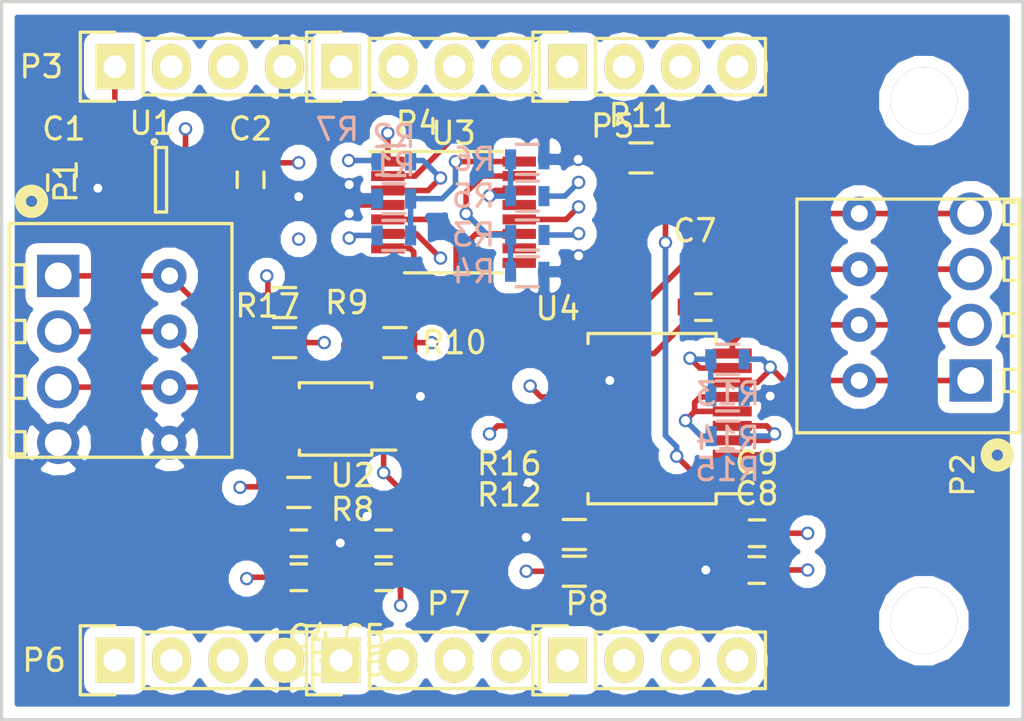
<source format=kicad_pcb>
(kicad_pcb (version 4) (host pcbnew 4.0.3-stable)

  (general
    (links 94)
    (no_connects 0)
    (area 164.562 111.426189 216.314046 153.26926)
    (thickness 1.6)
    (drawings 93)
    (tracks 375)
    (zones 0)
    (modules 40)
    (nets 26)
  )

  (page A3)
  (title_block
    (title "Temperature sensor")
    (date 2016-01-20)
    (company OpenS)
  )

  (layers
    (0 F.Cu signal)
    (1 In1.Cu jumper)
    (2 In2.Cu signal)
    (31 B.Cu signal)
    (32 B.Adhes user)
    (33 F.Adhes user)
    (34 B.Paste user)
    (35 F.Paste user)
    (36 B.SilkS user)
    (37 F.SilkS user)
    (38 B.Mask user)
    (39 F.Mask user)
    (40 Dwgs.User user)
    (41 Cmts.User user)
    (42 Eco1.User user)
    (43 Eco2.User user)
    (44 Edge.Cuts user)
    (45 Margin user)
    (46 B.CrtYd user)
    (47 F.CrtYd user)
    (48 B.Fab user hide)
    (49 F.Fab user hide)
  )

  (setup
    (last_trace_width 0.25)
    (user_trace_width 0.1)
    (user_trace_width 0.2)
    (user_trace_width 0.254)
    (user_trace_width 0.5)
    (user_trace_width 0.8)
    (user_trace_width 1)
    (trace_clearance 0.2)
    (zone_clearance 0.508)
    (zone_45_only no)
    (trace_min 0.1)
    (segment_width 0.2)
    (edge_width 0.15)
    (via_size 0.6)
    (via_drill 0.4)
    (via_min_size 0.4)
    (via_min_drill 0.3)
    (uvia_size 0.3)
    (uvia_drill 0.1)
    (uvias_allowed no)
    (uvia_min_size 0.2)
    (uvia_min_drill 0.1)
    (pcb_text_width 0.3)
    (pcb_text_size 1.5 1.5)
    (mod_edge_width 0.15)
    (mod_text_size 1 1)
    (mod_text_width 0.15)
    (pad_size 1.524 1.524)
    (pad_drill 0.762)
    (pad_to_mask_clearance 0.2)
    (aux_axis_origin 0 0)
    (visible_elements 7FFFFFFF)
    (pcbplotparams
      (layerselection 0x00030_80000001)
      (usegerberextensions false)
      (excludeedgelayer true)
      (linewidth 0.100000)
      (plotframeref false)
      (viasonmask false)
      (mode 1)
      (useauxorigin false)
      (hpglpennumber 1)
      (hpglpenspeed 20)
      (hpglpendiameter 15)
      (hpglpenoverlay 2)
      (psnegative false)
      (psa4output false)
      (plotreference true)
      (plotvalue true)
      (plotinvisibletext false)
      (padsonsilk false)
      (subtractmaskfromsilk false)
      (outputformat 3)
      (mirror false)
      (drillshape 0)
      (scaleselection 1)
      (outputdirectory ""))
  )

  (net 0 "")
  (net 1 +5V)
  (net 2 GND)
  (net 3 +3V3)
  (net 4 /RTDIN_P)
  (net 5 /RTDIN_N)
  (net 6 /I2C_SCL)
  (net 7 /I2C_SDA)
  (net 8 /FORCE_P)
  (net 9 /FORCE_N)
  (net 10 "Net-(R1-Pad1)")
  (net 11 "Net-(R3-Pad1)")
  (net 12 "Net-(R5-Pad1)")
  (net 13 "Net-(R7-Pad1)")
  (net 14 "Net-(R8-Pad1)")
  (net 15 /I2C_SCL_3V3)
  (net 16 /I2C_SDA_3V3)
  (net 17 /GPIO1)
  (net 18 /DATA_RDYn)
  (net 19 /GPIO0)
  (net 20 /BIAS)
  (net 21 /ISENSOR)
  (net 22 /FORCE2)
  (net 23 /SPI_MISO)
  (net 24 /SPI_MOSI)
  (net 25 /SPI_CLK)

  (net_class Default "Questo è il gruppo di collegamenti predefinito"
    (clearance 0.2)
    (trace_width 0.25)
    (via_dia 0.6)
    (via_drill 0.4)
    (uvia_dia 0.3)
    (uvia_drill 0.1)
    (add_net +3V3)
    (add_net +5V)
    (add_net /BIAS)
    (add_net /DATA_RDYn)
    (add_net /FORCE2)
    (add_net /FORCE_N)
    (add_net /FORCE_P)
    (add_net /GPIO0)
    (add_net /GPIO1)
    (add_net /I2C_SCL)
    (add_net /I2C_SCL_3V3)
    (add_net /I2C_SDA)
    (add_net /I2C_SDA_3V3)
    (add_net /ISENSOR)
    (add_net /RTDIN_N)
    (add_net /RTDIN_P)
    (add_net /SPI_CLK)
    (add_net /SPI_MISO)
    (add_net /SPI_MOSI)
    (add_net GND)
    (add_net "Net-(R1-Pad1)")
    (add_net "Net-(R3-Pad1)")
    (add_net "Net-(R5-Pad1)")
    (add_net "Net-(R7-Pad1)")
    (add_net "Net-(R8-Pad1)")
  )

  (module Housings_SSOP:SSOP-20_5.3x7.2mm_Pitch0.65mm (layer F.Cu) (tedit 54130A77) (tstamp 56A00B6F)
    (at 195.699 138.114 180)
    (descr "20-Lead Plastic Shrink Small Outline (SS)-5.30 mm Body [SSOP] (see Microchip Packaging Specification 00000049BS.pdf)")
    (tags "SSOP 0.65")
    (path /569EE809)
    (attr smd)
    (fp_text reference U4 (at 4.235 4.942 180) (layer F.SilkS)
      (effects (font (size 1 1) (thickness 0.15)))
    )
    (fp_text value MAX31865 (at 0 4.75 180) (layer F.Fab)
      (effects (font (size 1 1) (thickness 0.15)))
    )
    (fp_line (start -4.75 -4) (end -4.75 4) (layer F.CrtYd) (width 0.05))
    (fp_line (start 4.75 -4) (end 4.75 4) (layer F.CrtYd) (width 0.05))
    (fp_line (start -4.75 -4) (end 4.75 -4) (layer F.CrtYd) (width 0.05))
    (fp_line (start -4.75 4) (end 4.75 4) (layer F.CrtYd) (width 0.05))
    (fp_line (start -2.875 -3.825) (end -2.875 -3.375) (layer F.SilkS) (width 0.15))
    (fp_line (start 2.875 -3.825) (end 2.875 -3.375) (layer F.SilkS) (width 0.15))
    (fp_line (start 2.875 3.825) (end 2.875 3.375) (layer F.SilkS) (width 0.15))
    (fp_line (start -2.875 3.825) (end -2.875 3.375) (layer F.SilkS) (width 0.15))
    (fp_line (start -2.875 -3.825) (end 2.875 -3.825) (layer F.SilkS) (width 0.15))
    (fp_line (start -2.875 3.825) (end 2.875 3.825) (layer F.SilkS) (width 0.15))
    (fp_line (start -2.875 -3.375) (end -4.475 -3.375) (layer F.SilkS) (width 0.15))
    (pad 1 smd rect (at -3.6 -2.925 180) (size 1.75 0.45) (layers F.Cu F.Paste F.Mask)
      (net 18 /DATA_RDYn))
    (pad 2 smd rect (at -3.6 -2.275 180) (size 1.75 0.45) (layers F.Cu F.Paste F.Mask)
      (net 3 +3V3))
    (pad 3 smd rect (at -3.6 -1.625 180) (size 1.75 0.45) (layers F.Cu F.Paste F.Mask)
      (net 3 +3V3))
    (pad 4 smd rect (at -3.6 -0.975 180) (size 1.75 0.45) (layers F.Cu F.Paste F.Mask)
      (net 20 /BIAS))
    (pad 5 smd rect (at -3.6 -0.325 180) (size 1.75 0.45) (layers F.Cu F.Paste F.Mask)
      (net 20 /BIAS))
    (pad 6 smd rect (at -3.6 0.325 180) (size 1.75 0.45) (layers F.Cu F.Paste F.Mask)
      (net 21 /ISENSOR))
    (pad 7 smd rect (at -3.6 0.975 180) (size 1.75 0.45) (layers F.Cu F.Paste F.Mask)
      (net 21 /ISENSOR))
    (pad 8 smd rect (at -3.6 1.625 180) (size 1.75 0.45) (layers F.Cu F.Paste F.Mask)
      (net 8 /FORCE_P))
    (pad 9 smd rect (at -3.6 2.275 180) (size 1.75 0.45) (layers F.Cu F.Paste F.Mask)
      (net 22 /FORCE2))
    (pad 10 smd rect (at -3.6 2.925 180) (size 1.75 0.45) (layers F.Cu F.Paste F.Mask)
      (net 4 /RTDIN_P))
    (pad 11 smd rect (at 3.6 2.925 180) (size 1.75 0.45) (layers F.Cu F.Paste F.Mask)
      (net 5 /RTDIN_N))
    (pad 12 smd rect (at 3.6 2.275 180) (size 1.75 0.45) (layers F.Cu F.Paste F.Mask)
      (net 9 /FORCE_N))
    (pad 13 smd rect (at 3.6 1.625 180) (size 1.75 0.45) (layers F.Cu F.Paste F.Mask)
      (net 2 GND))
    (pad 14 smd rect (at 3.6 0.975 180) (size 1.75 0.45) (layers F.Cu F.Paste F.Mask)
      (net 24 /SPI_MOSI))
    (pad 15 smd rect (at 3.6 0.325 180) (size 1.75 0.45) (layers F.Cu F.Paste F.Mask)
      (net 25 /SPI_CLK))
    (pad 16 smd rect (at 3.6 -0.325 180) (size 1.75 0.45) (layers F.Cu F.Paste F.Mask)
      (net 19 /GPIO0))
    (pad 17 smd rect (at 3.6 -0.975 180) (size 1.75 0.45) (layers F.Cu F.Paste F.Mask)
      (net 23 /SPI_MISO))
    (pad 18 smd rect (at 3.6 -1.625 180) (size 1.75 0.45) (layers F.Cu F.Paste F.Mask)
      (net 2 GND))
    (pad 19 smd rect (at 3.6 -2.275 180) (size 1.75 0.45) (layers F.Cu F.Paste F.Mask)
      (net 2 GND))
    (pad 20 smd rect (at 3.6 -2.925 180) (size 1.75 0.45) (layers F.Cu F.Paste F.Mask))
    (model Housings_SSOP.3dshapes/SSOP-20_5.3x7.2mm_Pitch0.65mm.wrl
      (at (xyz 0 0 0))
      (scale (xyz 1 1 1))
      (rotate (xyz 0 0 0))
    )
  )

  (module Capacitors_SMD:C_0603 (layer F.Cu) (tedit 5415D631) (tstamp 56A0095D)
    (at 169.164 127.508 270)
    (descr "Capacitor SMD 0603, reflow soldering, AVX (see smccp.pdf)")
    (tags "capacitor 0603")
    (path /569F23F3)
    (attr smd)
    (fp_text reference C1 (at -2.413 -0.127 360) (layer F.SilkS)
      (effects (font (size 1 1) (thickness 0.15)))
    )
    (fp_text value C_1u_0603_10_X7R_25V (at -6.858 2.54 270) (layer F.Fab)
      (effects (font (size 1 1) (thickness 0.15)))
    )
    (fp_line (start -1.45 -0.75) (end 1.45 -0.75) (layer F.CrtYd) (width 0.05))
    (fp_line (start -1.45 0.75) (end 1.45 0.75) (layer F.CrtYd) (width 0.05))
    (fp_line (start -1.45 -0.75) (end -1.45 0.75) (layer F.CrtYd) (width 0.05))
    (fp_line (start 1.45 -0.75) (end 1.45 0.75) (layer F.CrtYd) (width 0.05))
    (fp_line (start -0.35 -0.6) (end 0.35 -0.6) (layer F.SilkS) (width 0.15))
    (fp_line (start 0.35 0.6) (end -0.35 0.6) (layer F.SilkS) (width 0.15))
    (pad 1 smd rect (at -0.75 0 270) (size 0.8 0.75) (layers F.Cu F.Paste F.Mask)
      (net 1 +5V))
    (pad 2 smd rect (at 0.75 0 270) (size 0.8 0.75) (layers F.Cu F.Paste F.Mask)
      (net 2 GND))
    (model Capacitors_SMD.3dshapes/C_0603.wrl
      (at (xyz 0 0 0))
      (scale (xyz 1 1 1))
      (rotate (xyz 0 0 0))
    )
  )

  (module Capacitors_SMD:C_0603 (layer F.Cu) (tedit 5415D631) (tstamp 56A00969)
    (at 177.673 127.381 270)
    (descr "Capacitor SMD 0603, reflow soldering, AVX (see smccp.pdf)")
    (tags "capacitor 0603")
    (path /569F24A2)
    (attr smd)
    (fp_text reference C2 (at -2.286 0 540) (layer F.SilkS)
      (effects (font (size 1 1) (thickness 0.15)))
    )
    (fp_text value C_3u3_0603_10_X5R_10V (at 0 1.9 270) (layer F.Fab)
      (effects (font (size 1 1) (thickness 0.15)))
    )
    (fp_line (start -1.45 -0.75) (end 1.45 -0.75) (layer F.CrtYd) (width 0.05))
    (fp_line (start -1.45 0.75) (end 1.45 0.75) (layer F.CrtYd) (width 0.05))
    (fp_line (start -1.45 -0.75) (end -1.45 0.75) (layer F.CrtYd) (width 0.05))
    (fp_line (start 1.45 -0.75) (end 1.45 0.75) (layer F.CrtYd) (width 0.05))
    (fp_line (start -0.35 -0.6) (end 0.35 -0.6) (layer F.SilkS) (width 0.15))
    (fp_line (start 0.35 0.6) (end -0.35 0.6) (layer F.SilkS) (width 0.15))
    (pad 1 smd rect (at -0.75 0 270) (size 0.8 0.75) (layers F.Cu F.Paste F.Mask)
      (net 3 +3V3))
    (pad 2 smd rect (at 0.75 0 270) (size 0.8 0.75) (layers F.Cu F.Paste F.Mask)
      (net 2 GND))
    (model Capacitors_SMD.3dshapes/C_0603.wrl
      (at (xyz 0 0 0))
      (scale (xyz 1 1 1))
      (rotate (xyz 0 0 0))
    )
  )

  (module Capacitors_SMD:C_0603 (layer F.Cu) (tedit 5415D631) (tstamp 56A00975)
    (at 179.836 145.24)
    (descr "Capacitor SMD 0603, reflow soldering, AVX (see smccp.pdf)")
    (tags "capacitor 0603")
    (path /569F1815)
    (attr smd)
    (fp_text reference C3 (at 0.508 3.937) (layer F.SilkS)
      (effects (font (size 1 1) (thickness 0.15)))
    )
    (fp_text value C_100n_0603_10_X7R_25V (at 0 1.9) (layer F.Fab)
      (effects (font (size 1 1) (thickness 0.15)))
    )
    (fp_line (start -1.45 -0.75) (end 1.45 -0.75) (layer F.CrtYd) (width 0.05))
    (fp_line (start -1.45 0.75) (end 1.45 0.75) (layer F.CrtYd) (width 0.05))
    (fp_line (start -1.45 -0.75) (end -1.45 0.75) (layer F.CrtYd) (width 0.05))
    (fp_line (start 1.45 -0.75) (end 1.45 0.75) (layer F.CrtYd) (width 0.05))
    (fp_line (start -0.35 -0.6) (end 0.35 -0.6) (layer F.SilkS) (width 0.15))
    (fp_line (start 0.35 0.6) (end -0.35 0.6) (layer F.SilkS) (width 0.15))
    (pad 1 smd rect (at -0.75 0) (size 0.8 0.75) (layers F.Cu F.Paste F.Mask)
      (net 1 +5V))
    (pad 2 smd rect (at 0.75 0) (size 0.8 0.75) (layers F.Cu F.Paste F.Mask)
      (net 2 GND))
    (model Capacitors_SMD.3dshapes/C_0603.wrl
      (at (xyz 0 0 0))
      (scale (xyz 1 1 1))
      (rotate (xyz 0 0 0))
    )
  )

  (module Capacitors_SMD:C_0603 (layer F.Cu) (tedit 5415D631) (tstamp 56A00981)
    (at 179.836 143.716)
    (descr "Capacitor SMD 0603, reflow soldering, AVX (see smccp.pdf)")
    (tags "capacitor 0603")
    (path /569F1E8A)
    (attr smd)
    (fp_text reference C4 (at 0.508 4.191) (layer F.SilkS)
      (effects (font (size 1 1) (thickness 0.15)))
    )
    (fp_text value C_100p_0603_5_NP0_50V (at 0 1.9) (layer F.Fab)
      (effects (font (size 1 1) (thickness 0.15)))
    )
    (fp_line (start -1.45 -0.75) (end 1.45 -0.75) (layer F.CrtYd) (width 0.05))
    (fp_line (start -1.45 0.75) (end 1.45 0.75) (layer F.CrtYd) (width 0.05))
    (fp_line (start -1.45 -0.75) (end -1.45 0.75) (layer F.CrtYd) (width 0.05))
    (fp_line (start 1.45 -0.75) (end 1.45 0.75) (layer F.CrtYd) (width 0.05))
    (fp_line (start -0.35 -0.6) (end 0.35 -0.6) (layer F.SilkS) (width 0.15))
    (fp_line (start 0.35 0.6) (end -0.35 0.6) (layer F.SilkS) (width 0.15))
    (pad 1 smd rect (at -0.75 0) (size 0.8 0.75) (layers F.Cu F.Paste F.Mask)
      (net 1 +5V))
    (pad 2 smd rect (at 0.75 0) (size 0.8 0.75) (layers F.Cu F.Paste F.Mask)
      (net 2 GND))
    (model Capacitors_SMD.3dshapes/C_0603.wrl
      (at (xyz 0 0 0))
      (scale (xyz 1 1 1))
      (rotate (xyz 0 0 0))
    )
  )

  (module Capacitors_SMD:C_0603 (layer F.Cu) (tedit 5415D631) (tstamp 56A0098D)
    (at 183.646 143.716 180)
    (descr "Capacitor SMD 0603, reflow soldering, AVX (see smccp.pdf)")
    (tags "capacitor 0603")
    (path /569F18DD)
    (attr smd)
    (fp_text reference C5 (at 0.889 -4.191 180) (layer F.SilkS)
      (effects (font (size 1 1) (thickness 0.15)))
    )
    (fp_text value C_100n_0603_10_X7R_25V (at 0 1.9 180) (layer F.Fab)
      (effects (font (size 1 1) (thickness 0.15)))
    )
    (fp_line (start -1.45 -0.75) (end 1.45 -0.75) (layer F.CrtYd) (width 0.05))
    (fp_line (start -1.45 0.75) (end 1.45 0.75) (layer F.CrtYd) (width 0.05))
    (fp_line (start -1.45 -0.75) (end -1.45 0.75) (layer F.CrtYd) (width 0.05))
    (fp_line (start 1.45 -0.75) (end 1.45 0.75) (layer F.CrtYd) (width 0.05))
    (fp_line (start -0.35 -0.6) (end 0.35 -0.6) (layer F.SilkS) (width 0.15))
    (fp_line (start 0.35 0.6) (end -0.35 0.6) (layer F.SilkS) (width 0.15))
    (pad 1 smd rect (at -0.75 0 180) (size 0.8 0.75) (layers F.Cu F.Paste F.Mask)
      (net 3 +3V3))
    (pad 2 smd rect (at 0.75 0 180) (size 0.8 0.75) (layers F.Cu F.Paste F.Mask)
      (net 2 GND))
    (model Capacitors_SMD.3dshapes/C_0603.wrl
      (at (xyz 0 0 0))
      (scale (xyz 1 1 1))
      (rotate (xyz 0 0 0))
    )
  )

  (module Capacitors_SMD:C_0603 (layer F.Cu) (tedit 5415D631) (tstamp 56A00999)
    (at 183.646 145.24 180)
    (descr "Capacitor SMD 0603, reflow soldering, AVX (see smccp.pdf)")
    (tags "capacitor 0603")
    (path /569F1F4C)
    (attr smd)
    (fp_text reference C6 (at 0.889 -3.937 180) (layer F.SilkS)
      (effects (font (size 1 1) (thickness 0.15)))
    )
    (fp_text value C_100p_0603_5_NP0_50V (at 0 1.9 180) (layer F.Fab)
      (effects (font (size 1 1) (thickness 0.15)))
    )
    (fp_line (start -1.45 -0.75) (end 1.45 -0.75) (layer F.CrtYd) (width 0.05))
    (fp_line (start -1.45 0.75) (end 1.45 0.75) (layer F.CrtYd) (width 0.05))
    (fp_line (start -1.45 -0.75) (end -1.45 0.75) (layer F.CrtYd) (width 0.05))
    (fp_line (start 1.45 -0.75) (end 1.45 0.75) (layer F.CrtYd) (width 0.05))
    (fp_line (start -0.35 -0.6) (end 0.35 -0.6) (layer F.SilkS) (width 0.15))
    (fp_line (start 0.35 0.6) (end -0.35 0.6) (layer F.SilkS) (width 0.15))
    (pad 1 smd rect (at -0.75 0 180) (size 0.8 0.75) (layers F.Cu F.Paste F.Mask)
      (net 3 +3V3))
    (pad 2 smd rect (at 0.75 0 180) (size 0.8 0.75) (layers F.Cu F.Paste F.Mask)
      (net 2 GND))
    (model Capacitors_SMD.3dshapes/C_0603.wrl
      (at (xyz 0 0 0))
      (scale (xyz 1 1 1))
      (rotate (xyz 0 0 0))
    )
  )

  (module Capacitors_SMD:C_0603 (layer F.Cu) (tedit 5415D631) (tstamp 56A009A5)
    (at 198 133.1 180)
    (descr "Capacitor SMD 0603, reflow soldering, AVX (see smccp.pdf)")
    (tags "capacitor 0603")
    (path /569F15E0)
    (attr smd)
    (fp_text reference C7 (at 0.381 3.429 180) (layer F.SilkS)
      (effects (font (size 1 1) (thickness 0.15)))
    )
    (fp_text value C_100n_0603_10_X7R_25V (at 0 1.9 180) (layer F.Fab)
      (effects (font (size 1 1) (thickness 0.15)))
    )
    (fp_line (start -1.45 -0.75) (end 1.45 -0.75) (layer F.CrtYd) (width 0.05))
    (fp_line (start -1.45 0.75) (end 1.45 0.75) (layer F.CrtYd) (width 0.05))
    (fp_line (start -1.45 -0.75) (end -1.45 0.75) (layer F.CrtYd) (width 0.05))
    (fp_line (start 1.45 -0.75) (end 1.45 0.75) (layer F.CrtYd) (width 0.05))
    (fp_line (start -0.35 -0.6) (end 0.35 -0.6) (layer F.SilkS) (width 0.15))
    (fp_line (start 0.35 0.6) (end -0.35 0.6) (layer F.SilkS) (width 0.15))
    (pad 1 smd rect (at -0.75 0 180) (size 0.8 0.75) (layers F.Cu F.Paste F.Mask)
      (net 4 /RTDIN_P))
    (pad 2 smd rect (at 0.75 0 180) (size 0.8 0.75) (layers F.Cu F.Paste F.Mask)
      (net 5 /RTDIN_N))
    (model Capacitors_SMD.3dshapes/C_0603.wrl
      (at (xyz 0 0 0))
      (scale (xyz 1 1 1))
      (rotate (xyz 0 0 0))
    )
  )

  (module Capacitors_SMD:C_0603 (layer F.Cu) (tedit 5415D631) (tstamp 56A009B1)
    (at 200.397 144.914 180)
    (descr "Capacitor SMD 0603, reflow soldering, AVX (see smccp.pdf)")
    (tags "capacitor 0603")
    (path /569F0DA3)
    (attr smd)
    (fp_text reference C8 (at 0 3.429 180) (layer F.SilkS)
      (effects (font (size 1 1) (thickness 0.15)))
    )
    (fp_text value C_100n_0603_10_X7R_25V (at 0 1.9 180) (layer F.Fab)
      (effects (font (size 1 1) (thickness 0.15)))
    )
    (fp_line (start -1.45 -0.75) (end 1.45 -0.75) (layer F.CrtYd) (width 0.05))
    (fp_line (start -1.45 0.75) (end 1.45 0.75) (layer F.CrtYd) (width 0.05))
    (fp_line (start -1.45 -0.75) (end -1.45 0.75) (layer F.CrtYd) (width 0.05))
    (fp_line (start 1.45 -0.75) (end 1.45 0.75) (layer F.CrtYd) (width 0.05))
    (fp_line (start -0.35 -0.6) (end 0.35 -0.6) (layer F.SilkS) (width 0.15))
    (fp_line (start 0.35 0.6) (end -0.35 0.6) (layer F.SilkS) (width 0.15))
    (pad 1 smd rect (at -0.75 0 180) (size 0.8 0.75) (layers F.Cu F.Paste F.Mask)
      (net 3 +3V3))
    (pad 2 smd rect (at 0.75 0 180) (size 0.8 0.75) (layers F.Cu F.Paste F.Mask)
      (net 2 GND))
    (model Capacitors_SMD.3dshapes/C_0603.wrl
      (at (xyz 0 0 0))
      (scale (xyz 1 1 1))
      (rotate (xyz 0 0 0))
    )
  )

  (module Capacitors_SMD:C_0603 (layer F.Cu) (tedit 5415D631) (tstamp 56A009BD)
    (at 200.409 143.263 180)
    (descr "Capacitor SMD 0603, reflow soldering, AVX (see smccp.pdf)")
    (tags "capacitor 0603")
    (path /569F0E77)
    (attr smd)
    (fp_text reference C9 (at 0.012 3.175 180) (layer F.SilkS)
      (effects (font (size 1 1) (thickness 0.15)))
    )
    (fp_text value C_100n_0603_10_X7R_25V (at 0 1.9 180) (layer F.Fab)
      (effects (font (size 1 1) (thickness 0.15)))
    )
    (fp_line (start -1.45 -0.75) (end 1.45 -0.75) (layer F.CrtYd) (width 0.05))
    (fp_line (start -1.45 0.75) (end 1.45 0.75) (layer F.CrtYd) (width 0.05))
    (fp_line (start -1.45 -0.75) (end -1.45 0.75) (layer F.CrtYd) (width 0.05))
    (fp_line (start 1.45 -0.75) (end 1.45 0.75) (layer F.CrtYd) (width 0.05))
    (fp_line (start -0.35 -0.6) (end 0.35 -0.6) (layer F.SilkS) (width 0.15))
    (fp_line (start 0.35 0.6) (end -0.35 0.6) (layer F.SilkS) (width 0.15))
    (pad 1 smd rect (at -0.75 0 180) (size 0.8 0.75) (layers F.Cu F.Paste F.Mask)
      (net 3 +3V3))
    (pad 2 smd rect (at 0.75 0 180) (size 0.8 0.75) (layers F.Cu F.Paste F.Mask)
      (net 2 GND))
    (model Capacitors_SMD.3dshapes/C_0603.wrl
      (at (xyz 0 0 0))
      (scale (xyz 1 1 1))
      (rotate (xyz 0 0 0))
    )
  )

  (module Socket_Strips:Socket_Strip_Straight_1x04 (layer F.Cu) (tedit 0) (tstamp 56A009F6)
    (at 171.577 122.301)
    (descr "Through hole socket strip")
    (tags "socket strip")
    (path /569F2D3A)
    (fp_text reference P3 (at -3.302 0) (layer F.SilkS)
      (effects (font (size 1 1) (thickness 0.15)))
    )
    (fp_text value PLUG_01X04_254 (at 0 -3.1) (layer F.Fab)
      (effects (font (size 1 1) (thickness 0.15)))
    )
    (fp_line (start -1.75 -1.75) (end -1.75 1.75) (layer F.CrtYd) (width 0.05))
    (fp_line (start 9.4 -1.75) (end 9.4 1.75) (layer F.CrtYd) (width 0.05))
    (fp_line (start -1.75 -1.75) (end 9.4 -1.75) (layer F.CrtYd) (width 0.05))
    (fp_line (start -1.75 1.75) (end 9.4 1.75) (layer F.CrtYd) (width 0.05))
    (fp_line (start 1.27 -1.27) (end 8.89 -1.27) (layer F.SilkS) (width 0.15))
    (fp_line (start 1.27 1.27) (end 8.89 1.27) (layer F.SilkS) (width 0.15))
    (fp_line (start -1.55 1.55) (end 0 1.55) (layer F.SilkS) (width 0.15))
    (fp_line (start 8.89 -1.27) (end 8.89 1.27) (layer F.SilkS) (width 0.15))
    (fp_line (start 1.27 1.27) (end 1.27 -1.27) (layer F.SilkS) (width 0.15))
    (fp_line (start 0 -1.55) (end -1.55 -1.55) (layer F.SilkS) (width 0.15))
    (fp_line (start -1.55 -1.55) (end -1.55 1.55) (layer F.SilkS) (width 0.15))
    (pad 1 thru_hole rect (at 0 0) (size 1.7272 2.032) (drill 1.016) (layers *.Cu *.Mask F.SilkS)
      (net 1 +5V))
    (pad 2 thru_hole oval (at 2.54 0) (size 1.7272 2.032) (drill 1.016) (layers *.Cu *.Mask F.SilkS)
      (net 6 /I2C_SCL))
    (pad 3 thru_hole oval (at 5.08 0) (size 1.7272 2.032) (drill 1.016) (layers *.Cu *.Mask F.SilkS)
      (net 7 /I2C_SDA))
    (pad 4 thru_hole oval (at 7.62 0) (size 1.7272 2.032) (drill 1.016) (layers *.Cu *.Mask F.SilkS)
      (net 2 GND))
    (model Socket_Strips.3dshapes/Socket_Strip_Straight_1x04.wrl
      (at (xyz 0.15 0 0))
      (scale (xyz 1 1 1))
      (rotate (xyz 0 0 180))
    )
  )

  (module Socket_Strips:Socket_Strip_Straight_1x04 (layer F.Cu) (tedit 0) (tstamp 56A00A09)
    (at 181.737 122.301)
    (descr "Through hole socket strip")
    (tags "socket strip")
    (path /569F2DDD)
    (fp_text reference P4 (at 3.429 2.54) (layer F.SilkS)
      (effects (font (size 1 1) (thickness 0.15)))
    )
    (fp_text value PLUG_01X04_254 (at 0 -3.1) (layer F.Fab)
      (effects (font (size 1 1) (thickness 0.15)))
    )
    (fp_line (start -1.75 -1.75) (end -1.75 1.75) (layer F.CrtYd) (width 0.05))
    (fp_line (start 9.4 -1.75) (end 9.4 1.75) (layer F.CrtYd) (width 0.05))
    (fp_line (start -1.75 -1.75) (end 9.4 -1.75) (layer F.CrtYd) (width 0.05))
    (fp_line (start -1.75 1.75) (end 9.4 1.75) (layer F.CrtYd) (width 0.05))
    (fp_line (start 1.27 -1.27) (end 8.89 -1.27) (layer F.SilkS) (width 0.15))
    (fp_line (start 1.27 1.27) (end 8.89 1.27) (layer F.SilkS) (width 0.15))
    (fp_line (start -1.55 1.55) (end 0 1.55) (layer F.SilkS) (width 0.15))
    (fp_line (start 8.89 -1.27) (end 8.89 1.27) (layer F.SilkS) (width 0.15))
    (fp_line (start 1.27 1.27) (end 1.27 -1.27) (layer F.SilkS) (width 0.15))
    (fp_line (start 0 -1.55) (end -1.55 -1.55) (layer F.SilkS) (width 0.15))
    (fp_line (start -1.55 -1.55) (end -1.55 1.55) (layer F.SilkS) (width 0.15))
    (pad 1 thru_hole rect (at 0 0) (size 1.7272 2.032) (drill 1.016) (layers *.Cu *.Mask F.SilkS))
    (pad 2 thru_hole oval (at 2.54 0) (size 1.7272 2.032) (drill 1.016) (layers *.Cu *.Mask F.SilkS))
    (pad 3 thru_hole oval (at 5.08 0) (size 1.7272 2.032) (drill 1.016) (layers *.Cu *.Mask F.SilkS))
    (pad 4 thru_hole oval (at 7.62 0) (size 1.7272 2.032) (drill 1.016) (layers *.Cu *.Mask F.SilkS))
    (model Socket_Strips.3dshapes/Socket_Strip_Straight_1x04.wrl
      (at (xyz 0.15 0 0))
      (scale (xyz 1 1 1))
      (rotate (xyz 0 0 180))
    )
  )

  (module Socket_Strips:Socket_Strip_Straight_1x04 (layer F.Cu) (tedit 0) (tstamp 56A00A1C)
    (at 191.897 122.301)
    (descr "Through hole socket strip")
    (tags "socket strip")
    (path /569F2E61)
    (fp_text reference P5 (at 2.032 2.667) (layer F.SilkS)
      (effects (font (size 1 1) (thickness 0.15)))
    )
    (fp_text value PLUG_01X04_254 (at 0 -3.1) (layer F.Fab)
      (effects (font (size 1 1) (thickness 0.15)))
    )
    (fp_line (start -1.75 -1.75) (end -1.75 1.75) (layer F.CrtYd) (width 0.05))
    (fp_line (start 9.4 -1.75) (end 9.4 1.75) (layer F.CrtYd) (width 0.05))
    (fp_line (start -1.75 -1.75) (end 9.4 -1.75) (layer F.CrtYd) (width 0.05))
    (fp_line (start -1.75 1.75) (end 9.4 1.75) (layer F.CrtYd) (width 0.05))
    (fp_line (start 1.27 -1.27) (end 8.89 -1.27) (layer F.SilkS) (width 0.15))
    (fp_line (start 1.27 1.27) (end 8.89 1.27) (layer F.SilkS) (width 0.15))
    (fp_line (start -1.55 1.55) (end 0 1.55) (layer F.SilkS) (width 0.15))
    (fp_line (start 8.89 -1.27) (end 8.89 1.27) (layer F.SilkS) (width 0.15))
    (fp_line (start 1.27 1.27) (end 1.27 -1.27) (layer F.SilkS) (width 0.15))
    (fp_line (start 0 -1.55) (end -1.55 -1.55) (layer F.SilkS) (width 0.15))
    (fp_line (start -1.55 -1.55) (end -1.55 1.55) (layer F.SilkS) (width 0.15))
    (pad 1 thru_hole rect (at 0 0) (size 1.7272 2.032) (drill 1.016) (layers *.Cu *.Mask F.SilkS))
    (pad 2 thru_hole oval (at 2.54 0) (size 1.7272 2.032) (drill 1.016) (layers *.Cu *.Mask F.SilkS))
    (pad 3 thru_hole oval (at 5.08 0) (size 1.7272 2.032) (drill 1.016) (layers *.Cu *.Mask F.SilkS))
    (pad 4 thru_hole oval (at 7.62 0) (size 1.7272 2.032) (drill 1.016) (layers *.Cu *.Mask F.SilkS))
    (model Socket_Strips.3dshapes/Socket_Strip_Straight_1x04.wrl
      (at (xyz 0.15 0 0))
      (scale (xyz 1 1 1))
      (rotate (xyz 0 0 180))
    )
  )

  (module Socket_Strips:Socket_Strip_Straight_1x04 (layer F.Cu) (tedit 0) (tstamp 56A00A2F)
    (at 171.577 148.971)
    (descr "Through hole socket strip")
    (tags "socket strip")
    (path /569F2EEC)
    (fp_text reference P6 (at -3.175 0) (layer F.SilkS)
      (effects (font (size 1 1) (thickness 0.15)))
    )
    (fp_text value PLUG_01X04_254 (at 0 -3.1) (layer F.Fab)
      (effects (font (size 1 1) (thickness 0.15)))
    )
    (fp_line (start -1.75 -1.75) (end -1.75 1.75) (layer F.CrtYd) (width 0.05))
    (fp_line (start 9.4 -1.75) (end 9.4 1.75) (layer F.CrtYd) (width 0.05))
    (fp_line (start -1.75 -1.75) (end 9.4 -1.75) (layer F.CrtYd) (width 0.05))
    (fp_line (start -1.75 1.75) (end 9.4 1.75) (layer F.CrtYd) (width 0.05))
    (fp_line (start 1.27 -1.27) (end 8.89 -1.27) (layer F.SilkS) (width 0.15))
    (fp_line (start 1.27 1.27) (end 8.89 1.27) (layer F.SilkS) (width 0.15))
    (fp_line (start -1.55 1.55) (end 0 1.55) (layer F.SilkS) (width 0.15))
    (fp_line (start 8.89 -1.27) (end 8.89 1.27) (layer F.SilkS) (width 0.15))
    (fp_line (start 1.27 1.27) (end 1.27 -1.27) (layer F.SilkS) (width 0.15))
    (fp_line (start 0 -1.55) (end -1.55 -1.55) (layer F.SilkS) (width 0.15))
    (fp_line (start -1.55 -1.55) (end -1.55 1.55) (layer F.SilkS) (width 0.15))
    (pad 1 thru_hole rect (at 0 0) (size 1.7272 2.032) (drill 1.016) (layers *.Cu *.Mask F.SilkS)
      (net 1 +5V))
    (pad 2 thru_hole oval (at 2.54 0) (size 1.7272 2.032) (drill 1.016) (layers *.Cu *.Mask F.SilkS)
      (net 6 /I2C_SCL))
    (pad 3 thru_hole oval (at 5.08 0) (size 1.7272 2.032) (drill 1.016) (layers *.Cu *.Mask F.SilkS)
      (net 7 /I2C_SDA))
    (pad 4 thru_hole oval (at 7.62 0) (size 1.7272 2.032) (drill 1.016) (layers *.Cu *.Mask F.SilkS)
      (net 2 GND))
    (model Socket_Strips.3dshapes/Socket_Strip_Straight_1x04.wrl
      (at (xyz 0.15 0 0))
      (scale (xyz 1 1 1))
      (rotate (xyz 0 0 180))
    )
  )

  (module Socket_Strips:Socket_Strip_Straight_1x04 (layer F.Cu) (tedit 0) (tstamp 56A00A42)
    (at 181.737 148.971)
    (descr "Through hole socket strip")
    (tags "socket strip")
    (path /569F2FA0)
    (fp_text reference P7 (at 4.826 -2.54) (layer F.SilkS)
      (effects (font (size 1 1) (thickness 0.15)))
    )
    (fp_text value PLUG_01X04_254 (at 0 -3.1) (layer F.Fab)
      (effects (font (size 1 1) (thickness 0.15)))
    )
    (fp_line (start -1.75 -1.75) (end -1.75 1.75) (layer F.CrtYd) (width 0.05))
    (fp_line (start 9.4 -1.75) (end 9.4 1.75) (layer F.CrtYd) (width 0.05))
    (fp_line (start -1.75 -1.75) (end 9.4 -1.75) (layer F.CrtYd) (width 0.05))
    (fp_line (start -1.75 1.75) (end 9.4 1.75) (layer F.CrtYd) (width 0.05))
    (fp_line (start 1.27 -1.27) (end 8.89 -1.27) (layer F.SilkS) (width 0.15))
    (fp_line (start 1.27 1.27) (end 8.89 1.27) (layer F.SilkS) (width 0.15))
    (fp_line (start -1.55 1.55) (end 0 1.55) (layer F.SilkS) (width 0.15))
    (fp_line (start 8.89 -1.27) (end 8.89 1.27) (layer F.SilkS) (width 0.15))
    (fp_line (start 1.27 1.27) (end 1.27 -1.27) (layer F.SilkS) (width 0.15))
    (fp_line (start 0 -1.55) (end -1.55 -1.55) (layer F.SilkS) (width 0.15))
    (fp_line (start -1.55 -1.55) (end -1.55 1.55) (layer F.SilkS) (width 0.15))
    (pad 1 thru_hole rect (at 0 0) (size 1.7272 2.032) (drill 1.016) (layers *.Cu *.Mask F.SilkS))
    (pad 2 thru_hole oval (at 2.54 0) (size 1.7272 2.032) (drill 1.016) (layers *.Cu *.Mask F.SilkS))
    (pad 3 thru_hole oval (at 5.08 0) (size 1.7272 2.032) (drill 1.016) (layers *.Cu *.Mask F.SilkS))
    (pad 4 thru_hole oval (at 7.62 0) (size 1.7272 2.032) (drill 1.016) (layers *.Cu *.Mask F.SilkS))
    (model Socket_Strips.3dshapes/Socket_Strip_Straight_1x04.wrl
      (at (xyz 0.15 0 0))
      (scale (xyz 1 1 1))
      (rotate (xyz 0 0 180))
    )
  )

  (module Socket_Strips:Socket_Strip_Straight_1x04 (layer F.Cu) (tedit 0) (tstamp 56A00A55)
    (at 191.897 148.971)
    (descr "Through hole socket strip")
    (tags "socket strip")
    (path /569F302F)
    (fp_text reference P8 (at 0.889 -2.54) (layer F.SilkS)
      (effects (font (size 1 1) (thickness 0.15)))
    )
    (fp_text value PLUG_01X04_254 (at 0 -3.1) (layer F.Fab)
      (effects (font (size 1 1) (thickness 0.15)))
    )
    (fp_line (start -1.75 -1.75) (end -1.75 1.75) (layer F.CrtYd) (width 0.05))
    (fp_line (start 9.4 -1.75) (end 9.4 1.75) (layer F.CrtYd) (width 0.05))
    (fp_line (start -1.75 -1.75) (end 9.4 -1.75) (layer F.CrtYd) (width 0.05))
    (fp_line (start -1.75 1.75) (end 9.4 1.75) (layer F.CrtYd) (width 0.05))
    (fp_line (start 1.27 -1.27) (end 8.89 -1.27) (layer F.SilkS) (width 0.15))
    (fp_line (start 1.27 1.27) (end 8.89 1.27) (layer F.SilkS) (width 0.15))
    (fp_line (start -1.55 1.55) (end 0 1.55) (layer F.SilkS) (width 0.15))
    (fp_line (start 8.89 -1.27) (end 8.89 1.27) (layer F.SilkS) (width 0.15))
    (fp_line (start 1.27 1.27) (end 1.27 -1.27) (layer F.SilkS) (width 0.15))
    (fp_line (start 0 -1.55) (end -1.55 -1.55) (layer F.SilkS) (width 0.15))
    (fp_line (start -1.55 -1.55) (end -1.55 1.55) (layer F.SilkS) (width 0.15))
    (pad 1 thru_hole rect (at 0 0) (size 1.7272 2.032) (drill 1.016) (layers *.Cu *.Mask F.SilkS))
    (pad 2 thru_hole oval (at 2.54 0) (size 1.7272 2.032) (drill 1.016) (layers *.Cu *.Mask F.SilkS))
    (pad 3 thru_hole oval (at 5.08 0) (size 1.7272 2.032) (drill 1.016) (layers *.Cu *.Mask F.SilkS))
    (pad 4 thru_hole oval (at 7.62 0) (size 1.7272 2.032) (drill 1.016) (layers *.Cu *.Mask F.SilkS))
    (model Socket_Strips.3dshapes/Socket_Strip_Straight_1x04.wrl
      (at (xyz 0.15 0 0))
      (scale (xyz 1 1 1))
      (rotate (xyz 0 0 180))
    )
  )

  (module Resistors_SMD:R_0603 (layer B.Cu) (tedit 5415CC62) (tstamp 56A00A61)
    (at 184.107 129.881858 180)
    (descr "Resistor SMD 0603, reflow soldering, Vishay (see dcrcw.pdf)")
    (tags "resistor 0603")
    (path /568D34DC)
    (attr smd)
    (fp_text reference R1 (at 0 3.175 180) (layer B.SilkS)
      (effects (font (size 1 1) (thickness 0.15)) (justify mirror))
    )
    (fp_text value R_10K_0603_5 (at 0 -1.9 180) (layer B.Fab)
      (effects (font (size 1 1) (thickness 0.15)) (justify mirror))
    )
    (fp_line (start -1.3 0.8) (end 1.3 0.8) (layer B.CrtYd) (width 0.05))
    (fp_line (start -1.3 -0.8) (end 1.3 -0.8) (layer B.CrtYd) (width 0.05))
    (fp_line (start -1.3 0.8) (end -1.3 -0.8) (layer B.CrtYd) (width 0.05))
    (fp_line (start 1.3 0.8) (end 1.3 -0.8) (layer B.CrtYd) (width 0.05))
    (fp_line (start 0.5 -0.675) (end -0.5 -0.675) (layer B.SilkS) (width 0.15))
    (fp_line (start -0.5 0.675) (end 0.5 0.675) (layer B.SilkS) (width 0.15))
    (pad 1 smd rect (at -0.75 0 180) (size 0.5 0.9) (layers B.Cu B.Paste B.Mask)
      (net 10 "Net-(R1-Pad1)"))
    (pad 2 smd rect (at 0.75 0 180) (size 0.5 0.9) (layers B.Cu B.Paste B.Mask)
      (net 3 +3V3))
    (model Resistors_SMD.3dshapes/R_0603.wrl
      (at (xyz 0 0 0))
      (scale (xyz 1 1 1))
      (rotate (xyz 0 0 0))
    )
  )

  (module Resistors_SMD:R_0603 (layer B.Cu) (tedit 5415CC62) (tstamp 56A00A6D)
    (at 184.107 128.230858)
    (descr "Resistor SMD 0603, reflow soldering, Vishay (see dcrcw.pdf)")
    (tags "resistor 0603")
    (path /568D38E7)
    (attr smd)
    (fp_text reference R2 (at 0 -2.794) (layer B.SilkS)
      (effects (font (size 1 1) (thickness 0.15)) (justify mirror))
    )
    (fp_text value R_10K_0603_5 (at 0 -1.9) (layer B.Fab)
      (effects (font (size 1 1) (thickness 0.15)) (justify mirror))
    )
    (fp_line (start -1.3 0.8) (end 1.3 0.8) (layer B.CrtYd) (width 0.05))
    (fp_line (start -1.3 -0.8) (end 1.3 -0.8) (layer B.CrtYd) (width 0.05))
    (fp_line (start -1.3 0.8) (end -1.3 -0.8) (layer B.CrtYd) (width 0.05))
    (fp_line (start 1.3 0.8) (end 1.3 -0.8) (layer B.CrtYd) (width 0.05))
    (fp_line (start 0.5 -0.675) (end -0.5 -0.675) (layer B.SilkS) (width 0.15))
    (fp_line (start -0.5 0.675) (end 0.5 0.675) (layer B.SilkS) (width 0.15))
    (pad 1 smd rect (at -0.75 0) (size 0.5 0.9) (layers B.Cu B.Paste B.Mask)
      (net 2 GND))
    (pad 2 smd rect (at 0.75 0) (size 0.5 0.9) (layers B.Cu B.Paste B.Mask)
      (net 10 "Net-(R1-Pad1)"))
    (model Resistors_SMD.3dshapes/R_0603.wrl
      (at (xyz 0 0 0))
      (scale (xyz 1 1 1))
      (rotate (xyz 0 0 0))
    )
  )

  (module Resistors_SMD:R_0603 (layer B.Cu) (tedit 5415CC62) (tstamp 56A00A79)
    (at 190.095 129.863)
    (descr "Resistor SMD 0603, reflow soldering, Vishay (see dcrcw.pdf)")
    (tags "resistor 0603")
    (path /568D36F4)
    (attr smd)
    (fp_text reference R3 (at -2.413 0) (layer B.SilkS)
      (effects (font (size 1 1) (thickness 0.15)) (justify mirror))
    )
    (fp_text value R_10K_0603_5 (at 0 -1.9) (layer B.Fab)
      (effects (font (size 1 1) (thickness 0.15)) (justify mirror))
    )
    (fp_line (start -1.3 0.8) (end 1.3 0.8) (layer B.CrtYd) (width 0.05))
    (fp_line (start -1.3 -0.8) (end 1.3 -0.8) (layer B.CrtYd) (width 0.05))
    (fp_line (start -1.3 0.8) (end -1.3 -0.8) (layer B.CrtYd) (width 0.05))
    (fp_line (start 1.3 0.8) (end 1.3 -0.8) (layer B.CrtYd) (width 0.05))
    (fp_line (start 0.5 -0.675) (end -0.5 -0.675) (layer B.SilkS) (width 0.15))
    (fp_line (start -0.5 0.675) (end 0.5 0.675) (layer B.SilkS) (width 0.15))
    (pad 1 smd rect (at -0.75 0) (size 0.5 0.9) (layers B.Cu B.Paste B.Mask)
      (net 11 "Net-(R3-Pad1)"))
    (pad 2 smd rect (at 0.75 0) (size 0.5 0.9) (layers B.Cu B.Paste B.Mask)
      (net 3 +3V3))
    (model Resistors_SMD.3dshapes/R_0603.wrl
      (at (xyz 0 0 0))
      (scale (xyz 1 1 1))
      (rotate (xyz 0 0 0))
    )
  )

  (module Resistors_SMD:R_0603 (layer B.Cu) (tedit 5415CC62) (tstamp 56A00A85)
    (at 190.095 131.514 180)
    (descr "Resistor SMD 0603, reflow soldering, Vishay (see dcrcw.pdf)")
    (tags "resistor 0603")
    (path /568D3981)
    (attr smd)
    (fp_text reference R4 (at 2.413 0 180) (layer B.SilkS)
      (effects (font (size 1 1) (thickness 0.15)) (justify mirror))
    )
    (fp_text value R_10K_0603_5 (at 0 -1.9 180) (layer B.Fab)
      (effects (font (size 1 1) (thickness 0.15)) (justify mirror))
    )
    (fp_line (start -1.3 0.8) (end 1.3 0.8) (layer B.CrtYd) (width 0.05))
    (fp_line (start -1.3 -0.8) (end 1.3 -0.8) (layer B.CrtYd) (width 0.05))
    (fp_line (start -1.3 0.8) (end -1.3 -0.8) (layer B.CrtYd) (width 0.05))
    (fp_line (start 1.3 0.8) (end 1.3 -0.8) (layer B.CrtYd) (width 0.05))
    (fp_line (start 0.5 -0.675) (end -0.5 -0.675) (layer B.SilkS) (width 0.15))
    (fp_line (start -0.5 0.675) (end 0.5 0.675) (layer B.SilkS) (width 0.15))
    (pad 1 smd rect (at -0.75 0 180) (size 0.5 0.9) (layers B.Cu B.Paste B.Mask)
      (net 2 GND))
    (pad 2 smd rect (at 0.75 0 180) (size 0.5 0.9) (layers B.Cu B.Paste B.Mask)
      (net 11 "Net-(R3-Pad1)"))
    (model Resistors_SMD.3dshapes/R_0603.wrl
      (at (xyz 0 0 0))
      (scale (xyz 1 1 1))
      (rotate (xyz 0 0 0))
    )
  )

  (module Resistors_SMD:R_0603 (layer B.Cu) (tedit 5415CC62) (tstamp 56A00A91)
    (at 190.095 128.116)
    (descr "Resistor SMD 0603, reflow soldering, Vishay (see dcrcw.pdf)")
    (tags "resistor 0603")
    (path /568D3772)
    (attr smd)
    (fp_text reference R5 (at -2.413 0) (layer B.SilkS)
      (effects (font (size 1 1) (thickness 0.15)) (justify mirror))
    )
    (fp_text value R_10K_0603_5 (at 0 -1.9) (layer B.Fab)
      (effects (font (size 1 1) (thickness 0.15)) (justify mirror))
    )
    (fp_line (start -1.3 0.8) (end 1.3 0.8) (layer B.CrtYd) (width 0.05))
    (fp_line (start -1.3 -0.8) (end 1.3 -0.8) (layer B.CrtYd) (width 0.05))
    (fp_line (start -1.3 0.8) (end -1.3 -0.8) (layer B.CrtYd) (width 0.05))
    (fp_line (start 1.3 0.8) (end 1.3 -0.8) (layer B.CrtYd) (width 0.05))
    (fp_line (start 0.5 -0.675) (end -0.5 -0.675) (layer B.SilkS) (width 0.15))
    (fp_line (start -0.5 0.675) (end 0.5 0.675) (layer B.SilkS) (width 0.15))
    (pad 1 smd rect (at -0.75 0) (size 0.5 0.9) (layers B.Cu B.Paste B.Mask)
      (net 12 "Net-(R5-Pad1)"))
    (pad 2 smd rect (at 0.75 0) (size 0.5 0.9) (layers B.Cu B.Paste B.Mask)
      (net 3 +3V3))
    (model Resistors_SMD.3dshapes/R_0603.wrl
      (at (xyz 0 0 0))
      (scale (xyz 1 1 1))
      (rotate (xyz 0 0 0))
    )
  )

  (module Resistors_SMD:R_0603 (layer B.Cu) (tedit 5415CC62) (tstamp 56A00A9D)
    (at 190.095 126.465 180)
    (descr "Resistor SMD 0603, reflow soldering, Vishay (see dcrcw.pdf)")
    (tags "resistor 0603")
    (path /568D3A02)
    (attr smd)
    (fp_text reference R6 (at 2.413 0 180) (layer B.SilkS)
      (effects (font (size 1 1) (thickness 0.15)) (justify mirror))
    )
    (fp_text value R_10K_0603_5 (at 0 -1.9 180) (layer B.Fab)
      (effects (font (size 1 1) (thickness 0.15)) (justify mirror))
    )
    (fp_line (start -1.3 0.8) (end 1.3 0.8) (layer B.CrtYd) (width 0.05))
    (fp_line (start -1.3 -0.8) (end 1.3 -0.8) (layer B.CrtYd) (width 0.05))
    (fp_line (start -1.3 0.8) (end -1.3 -0.8) (layer B.CrtYd) (width 0.05))
    (fp_line (start 1.3 0.8) (end 1.3 -0.8) (layer B.CrtYd) (width 0.05))
    (fp_line (start 0.5 -0.675) (end -0.5 -0.675) (layer B.SilkS) (width 0.15))
    (fp_line (start -0.5 0.675) (end 0.5 0.675) (layer B.SilkS) (width 0.15))
    (pad 1 smd rect (at -0.75 0 180) (size 0.5 0.9) (layers B.Cu B.Paste B.Mask)
      (net 2 GND))
    (pad 2 smd rect (at 0.75 0 180) (size 0.5 0.9) (layers B.Cu B.Paste B.Mask)
      (net 12 "Net-(R5-Pad1)"))
    (model Resistors_SMD.3dshapes/R_0603.wrl
      (at (xyz 0 0 0))
      (scale (xyz 1 1 1))
      (rotate (xyz 0 0 0))
    )
  )

  (module Resistors_SMD:R_0603 (layer B.Cu) (tedit 5415CC62) (tstamp 56A00AA9)
    (at 184.107 126.516 180)
    (descr "Resistor SMD 0603, reflow soldering, Vishay (see dcrcw.pdf)")
    (tags "resistor 0603")
    (path /568D37F3)
    (attr smd)
    (fp_text reference R7 (at 2.54 1.397 180) (layer B.SilkS)
      (effects (font (size 1 1) (thickness 0.15)) (justify mirror))
    )
    (fp_text value R_10K_0603_5 (at 0 -1.9 180) (layer B.Fab)
      (effects (font (size 1 1) (thickness 0.15)) (justify mirror))
    )
    (fp_line (start -1.3 0.8) (end 1.3 0.8) (layer B.CrtYd) (width 0.05))
    (fp_line (start -1.3 -0.8) (end 1.3 -0.8) (layer B.CrtYd) (width 0.05))
    (fp_line (start -1.3 0.8) (end -1.3 -0.8) (layer B.CrtYd) (width 0.05))
    (fp_line (start 1.3 0.8) (end 1.3 -0.8) (layer B.CrtYd) (width 0.05))
    (fp_line (start 0.5 -0.675) (end -0.5 -0.675) (layer B.SilkS) (width 0.15))
    (fp_line (start -0.5 0.675) (end 0.5 0.675) (layer B.SilkS) (width 0.15))
    (pad 1 smd rect (at -0.75 0 180) (size 0.5 0.9) (layers B.Cu B.Paste B.Mask)
      (net 13 "Net-(R7-Pad1)"))
    (pad 2 smd rect (at 0.75 0 180) (size 0.5 0.9) (layers B.Cu B.Paste B.Mask)
      (net 3 +3V3))
    (model Resistors_SMD.3dshapes/R_0603.wrl
      (at (xyz 0 0 0))
      (scale (xyz 1 1 1))
      (rotate (xyz 0 0 0))
    )
  )

  (module Resistors_SMD:R_0603 (layer F.Cu) (tedit 5415CC62) (tstamp 56A00AB5)
    (at 179.836 141.43 180)
    (descr "Resistor SMD 0603, reflow soldering, Vishay (see dcrcw.pdf)")
    (tags "resistor 0603")
    (path /568D5807)
    (attr smd)
    (fp_text reference R8 (at -2.413 -0.762 180) (layer F.SilkS)
      (effects (font (size 1 1) (thickness 0.15)))
    )
    (fp_text value R_10K_0603_5 (at 0 1.9 180) (layer F.Fab)
      (effects (font (size 1 1) (thickness 0.15)))
    )
    (fp_line (start -1.3 -0.8) (end 1.3 -0.8) (layer F.CrtYd) (width 0.05))
    (fp_line (start -1.3 0.8) (end 1.3 0.8) (layer F.CrtYd) (width 0.05))
    (fp_line (start -1.3 -0.8) (end -1.3 0.8) (layer F.CrtYd) (width 0.05))
    (fp_line (start 1.3 -0.8) (end 1.3 0.8) (layer F.CrtYd) (width 0.05))
    (fp_line (start 0.5 0.675) (end -0.5 0.675) (layer F.SilkS) (width 0.15))
    (fp_line (start -0.5 -0.675) (end 0.5 -0.675) (layer F.SilkS) (width 0.15))
    (pad 1 smd rect (at -0.75 0 180) (size 0.5 0.9) (layers F.Cu F.Paste F.Mask)
      (net 14 "Net-(R8-Pad1)"))
    (pad 2 smd rect (at 0.75 0 180) (size 0.5 0.9) (layers F.Cu F.Paste F.Mask)
      (net 1 +5V))
    (model Resistors_SMD.3dshapes/R_0603.wrl
      (at (xyz 0 0 0))
      (scale (xyz 1 1 1))
      (rotate (xyz 0 0 0))
    )
  )

  (module Resistors_SMD:R_0603 (layer F.Cu) (tedit 5415CC62) (tstamp 56A00AC1)
    (at 179.2 132.9 180)
    (descr "Resistor SMD 0603, reflow soldering, Vishay (see dcrcw.pdf)")
    (tags "resistor 0603")
    (path /568D1B85)
    (attr smd)
    (fp_text reference R9 (at -2.794 0 180) (layer F.SilkS)
      (effects (font (size 1 1) (thickness 0.15)))
    )
    (fp_text value R_10K_0603_5 (at 0 1.9 180) (layer F.Fab)
      (effects (font (size 1 1) (thickness 0.15)))
    )
    (fp_line (start -1.3 -0.8) (end 1.3 -0.8) (layer F.CrtYd) (width 0.05))
    (fp_line (start -1.3 0.8) (end 1.3 0.8) (layer F.CrtYd) (width 0.05))
    (fp_line (start -1.3 -0.8) (end -1.3 0.8) (layer F.CrtYd) (width 0.05))
    (fp_line (start 1.3 -0.8) (end 1.3 0.8) (layer F.CrtYd) (width 0.05))
    (fp_line (start 0.5 0.675) (end -0.5 0.675) (layer F.SilkS) (width 0.15))
    (fp_line (start -0.5 -0.675) (end 0.5 -0.675) (layer F.SilkS) (width 0.15))
    (pad 1 smd rect (at -0.75 0 180) (size 0.5 0.9) (layers F.Cu F.Paste F.Mask)
      (net 15 /I2C_SCL_3V3))
    (pad 2 smd rect (at 0.75 0 180) (size 0.5 0.9) (layers F.Cu F.Paste F.Mask)
      (net 3 +3V3))
    (model Resistors_SMD.3dshapes/R_0603.wrl
      (at (xyz 0 0 0))
      (scale (xyz 1 1 1))
      (rotate (xyz 0 0 0))
    )
  )

  (module Resistors_SMD:R_0603 (layer F.Cu) (tedit 5415CC62) (tstamp 56A00ACD)
    (at 184.154 134.699)
    (descr "Resistor SMD 0603, reflow soldering, Vishay (see dcrcw.pdf)")
    (tags "resistor 0603")
    (path /568D2219)
    (attr smd)
    (fp_text reference R10 (at 2.667 0) (layer F.SilkS)
      (effects (font (size 1 1) (thickness 0.15)))
    )
    (fp_text value R_10K_0603_5 (at 0 1.9) (layer F.Fab)
      (effects (font (size 1 1) (thickness 0.15)))
    )
    (fp_line (start -1.3 -0.8) (end 1.3 -0.8) (layer F.CrtYd) (width 0.05))
    (fp_line (start -1.3 0.8) (end 1.3 0.8) (layer F.CrtYd) (width 0.05))
    (fp_line (start -1.3 -0.8) (end -1.3 0.8) (layer F.CrtYd) (width 0.05))
    (fp_line (start 1.3 -0.8) (end 1.3 0.8) (layer F.CrtYd) (width 0.05))
    (fp_line (start 0.5 0.675) (end -0.5 0.675) (layer F.SilkS) (width 0.15))
    (fp_line (start -0.5 -0.675) (end 0.5 -0.675) (layer F.SilkS) (width 0.15))
    (pad 1 smd rect (at -0.75 0) (size 0.5 0.9) (layers F.Cu F.Paste F.Mask)
      (net 16 /I2C_SDA_3V3))
    (pad 2 smd rect (at 0.75 0) (size 0.5 0.9) (layers F.Cu F.Paste F.Mask)
      (net 3 +3V3))
    (model Resistors_SMD.3dshapes/R_0603.wrl
      (at (xyz 0 0 0))
      (scale (xyz 1 1 1))
      (rotate (xyz 0 0 0))
    )
  )

  (module Resistors_SMD:R_0603 (layer F.Cu) (tedit 5415CC62) (tstamp 56A00AD9)
    (at 195.2 126.4)
    (descr "Resistor SMD 0603, reflow soldering, Vishay (see dcrcw.pdf)")
    (tags "resistor 0603")
    (path /568D4EF9)
    (attr smd)
    (fp_text reference R11 (at 0 -1.9) (layer F.SilkS)
      (effects (font (size 1 1) (thickness 0.15)))
    )
    (fp_text value R_10K_0603_5 (at 0 1.9) (layer F.Fab)
      (effects (font (size 1 1) (thickness 0.15)))
    )
    (fp_line (start -1.3 -0.8) (end 1.3 -0.8) (layer F.CrtYd) (width 0.05))
    (fp_line (start -1.3 0.8) (end 1.3 0.8) (layer F.CrtYd) (width 0.05))
    (fp_line (start -1.3 -0.8) (end -1.3 0.8) (layer F.CrtYd) (width 0.05))
    (fp_line (start 1.3 -0.8) (end 1.3 0.8) (layer F.CrtYd) (width 0.05))
    (fp_line (start 0.5 0.675) (end -0.5 0.675) (layer F.SilkS) (width 0.15))
    (fp_line (start -0.5 -0.675) (end 0.5 -0.675) (layer F.SilkS) (width 0.15))
    (pad 1 smd rect (at -0.75 0) (size 0.5 0.9) (layers F.Cu F.Paste F.Mask)
      (net 17 /GPIO1))
    (pad 2 smd rect (at 0.75 0) (size 0.5 0.9) (layers F.Cu F.Paste F.Mask)
      (net 18 /DATA_RDYn))
    (model Resistors_SMD.3dshapes/R_0603.wrl
      (at (xyz 0 0 0))
      (scale (xyz 1 1 1))
      (rotate (xyz 0 0 0))
    )
  )

  (module Resistors_SMD:R_0603 (layer F.Cu) (tedit 5415CC62) (tstamp 56A00AE5)
    (at 192.207409 144.969517 180)
    (descr "Resistor SMD 0603, reflow soldering, Vishay (see dcrcw.pdf)")
    (tags "resistor 0603")
    (path /568D100B)
    (attr smd)
    (fp_text reference R12 (at 2.921 3.429 180) (layer F.SilkS)
      (effects (font (size 1 1) (thickness 0.15)))
    )
    (fp_text value R_10K_0603_5 (at 0 1.9 180) (layer F.Fab)
      (effects (font (size 1 1) (thickness 0.15)))
    )
    (fp_line (start -1.3 -0.8) (end 1.3 -0.8) (layer F.CrtYd) (width 0.05))
    (fp_line (start -1.3 0.8) (end 1.3 0.8) (layer F.CrtYd) (width 0.05))
    (fp_line (start -1.3 -0.8) (end -1.3 0.8) (layer F.CrtYd) (width 0.05))
    (fp_line (start 1.3 -0.8) (end 1.3 0.8) (layer F.CrtYd) (width 0.05))
    (fp_line (start 0.5 0.675) (end -0.5 0.675) (layer F.SilkS) (width 0.15))
    (fp_line (start -0.5 -0.675) (end 0.5 -0.675) (layer F.SilkS) (width 0.15))
    (pad 1 smd rect (at -0.75 0 180) (size 0.5 0.9) (layers F.Cu F.Paste F.Mask)
      (net 19 /GPIO0))
    (pad 2 smd rect (at 0.75 0 180) (size 0.5 0.9) (layers F.Cu F.Paste F.Mask)
      (net 3 +3V3))
    (model Resistors_SMD.3dshapes/R_0603.wrl
      (at (xyz 0 0 0))
      (scale (xyz 1 1 1))
      (rotate (xyz 0 0 0))
    )
  )

  (module Resistors_SMD:R_0603 (layer B.Cu) (tedit 5415CC62) (tstamp 56A00AFD)
    (at 199.084 135.444 180)
    (descr "Resistor SMD 0603, reflow soldering, Vishay (see dcrcw.pdf)")
    (tags "resistor 0603")
    (path /568D0D32)
    (attr smd)
    (fp_text reference R14 (at 0 -3.556 180) (layer B.SilkS)
      (effects (font (size 1 1) (thickness 0.15)) (justify mirror))
    )
    (fp_text value R_10K_0603_5 (at 0 -1.9 180) (layer B.Fab)
      (effects (font (size 1 1) (thickness 0.15)) (justify mirror))
    )
    (fp_line (start -1.3 0.8) (end 1.3 0.8) (layer B.CrtYd) (width 0.05))
    (fp_line (start -1.3 -0.8) (end 1.3 -0.8) (layer B.CrtYd) (width 0.05))
    (fp_line (start -1.3 0.8) (end -1.3 -0.8) (layer B.CrtYd) (width 0.05))
    (fp_line (start 1.3 0.8) (end 1.3 -0.8) (layer B.CrtYd) (width 0.05))
    (fp_line (start 0.5 -0.675) (end -0.5 -0.675) (layer B.SilkS) (width 0.15))
    (fp_line (start -0.5 0.675) (end 0.5 0.675) (layer B.SilkS) (width 0.15))
    (pad 1 smd rect (at -0.75 0 180) (size 0.5 0.9) (layers B.Cu B.Paste B.Mask)
      (net 8 /FORCE_P))
    (pad 2 smd rect (at 0.75 0 180) (size 0.5 0.9) (layers B.Cu B.Paste B.Mask)
      (net 22 /FORCE2))
    (model Resistors_SMD.3dshapes/R_0603.wrl
      (at (xyz 0 0 0))
      (scale (xyz 1 1 1))
      (rotate (xyz 0 0 0))
    )
  )

  (module Resistors_SMD:R_0603 (layer B.Cu) (tedit 5415CC62) (tstamp 56A00B09)
    (at 199.084 137.095 180)
    (descr "Resistor SMD 0603, reflow soldering, Vishay (see dcrcw.pdf)")
    (tags "resistor 0603")
    (path /568D0BBE)
    (attr smd)
    (fp_text reference R15 (at 0 -3.302 180) (layer B.SilkS)
      (effects (font (size 1 1) (thickness 0.15)) (justify mirror))
    )
    (fp_text value R_10K_0603_5 (at 0 -1.9 180) (layer B.Fab)
      (effects (font (size 1 1) (thickness 0.15)) (justify mirror))
    )
    (fp_line (start -1.3 0.8) (end 1.3 0.8) (layer B.CrtYd) (width 0.05))
    (fp_line (start -1.3 -0.8) (end 1.3 -0.8) (layer B.CrtYd) (width 0.05))
    (fp_line (start -1.3 0.8) (end -1.3 -0.8) (layer B.CrtYd) (width 0.05))
    (fp_line (start 1.3 0.8) (end 1.3 -0.8) (layer B.CrtYd) (width 0.05))
    (fp_line (start 0.5 -0.675) (end -0.5 -0.675) (layer B.SilkS) (width 0.15))
    (fp_line (start -0.5 0.675) (end 0.5 0.675) (layer B.SilkS) (width 0.15))
    (pad 1 smd rect (at -0.75 0 180) (size 0.5 0.9) (layers B.Cu B.Paste B.Mask)
      (net 2 GND))
    (pad 2 smd rect (at 0.75 0 180) (size 0.5 0.9) (layers B.Cu B.Paste B.Mask)
      (net 22 /FORCE2))
    (model Resistors_SMD.3dshapes/R_0603.wrl
      (at (xyz 0 0 0))
      (scale (xyz 1 1 1))
      (rotate (xyz 0 0 0))
    )
  )

  (module TO_SOT_Packages_SMD:SOT-23-5 (layer F.Cu) (tedit 55360473) (tstamp 56A00B1B)
    (at 173.652 127.381)
    (descr "5-pin SOT23 package")
    (tags SOT-23-5)
    (path /569EEE68)
    (attr smd)
    (fp_text reference U1 (at -0.424 -2.54) (layer F.SilkS)
      (effects (font (size 1 1) (thickness 0.15)))
    )
    (fp_text value TPS709 (at -0.05 2.35) (layer F.Fab)
      (effects (font (size 1 1) (thickness 0.15)))
    )
    (fp_line (start -1.8 -1.6) (end 1.8 -1.6) (layer F.CrtYd) (width 0.05))
    (fp_line (start 1.8 -1.6) (end 1.8 1.6) (layer F.CrtYd) (width 0.05))
    (fp_line (start 1.8 1.6) (end -1.8 1.6) (layer F.CrtYd) (width 0.05))
    (fp_line (start -1.8 1.6) (end -1.8 -1.6) (layer F.CrtYd) (width 0.05))
    (fp_circle (center -0.3 -1.7) (end -0.2 -1.7) (layer F.SilkS) (width 0.15))
    (fp_line (start 0.25 -1.45) (end -0.25 -1.45) (layer F.SilkS) (width 0.15))
    (fp_line (start 0.25 1.45) (end 0.25 -1.45) (layer F.SilkS) (width 0.15))
    (fp_line (start -0.25 1.45) (end 0.25 1.45) (layer F.SilkS) (width 0.15))
    (fp_line (start -0.25 -1.45) (end -0.25 1.45) (layer F.SilkS) (width 0.15))
    (pad 1 smd rect (at -1.1 -0.95) (size 1.06 0.65) (layers F.Cu F.Paste F.Mask)
      (net 1 +5V))
    (pad 2 smd rect (at -1.1 0) (size 1.06 0.65) (layers F.Cu F.Paste F.Mask)
      (net 2 GND))
    (pad 3 smd rect (at -1.1 0.95) (size 1.06 0.65) (layers F.Cu F.Paste F.Mask))
    (pad 4 smd rect (at 1.1 0.95) (size 1.06 0.65) (layers F.Cu F.Paste F.Mask))
    (pad 5 smd rect (at 1.1 -0.95) (size 1.06 0.65) (layers F.Cu F.Paste F.Mask)
      (net 3 +3V3))
    (model TO_SOT_Packages_SMD.3dshapes/SOT-23-5.wrl
      (at (xyz 0 0 0))
      (scale (xyz 1 1 1))
      (rotate (xyz 0 0 0))
    )
  )

  (module Housings_SSOP:TSSOP-8_3x3mm_Pitch0.65mm (layer F.Cu) (tedit 54130A77) (tstamp 56A00B32)
    (at 181.487 138.128 180)
    (descr "TSSOP8: plastic thin shrink small outline package; 8 leads; body width 3 mm; (see NXP SSOP-TSSOP-VSO-REFLOW.pdf and sot505-1_po.pdf)")
    (tags "SSOP 0.65")
    (path /569EED9F)
    (attr smd)
    (fp_text reference U2 (at -0.762 -2.54 180) (layer F.SilkS)
      (effects (font (size 1 1) (thickness 0.15)))
    )
    (fp_text value PCA9306DC (at 0 2.55 180) (layer F.Fab)
      (effects (font (size 1 1) (thickness 0.15)))
    )
    (fp_line (start -2.95 -1.8) (end -2.95 1.8) (layer F.CrtYd) (width 0.05))
    (fp_line (start 2.95 -1.8) (end 2.95 1.8) (layer F.CrtYd) (width 0.05))
    (fp_line (start -2.95 -1.8) (end 2.95 -1.8) (layer F.CrtYd) (width 0.05))
    (fp_line (start -2.95 1.8) (end 2.95 1.8) (layer F.CrtYd) (width 0.05))
    (fp_line (start -1.625 -1.625) (end -1.625 -1.4) (layer F.SilkS) (width 0.15))
    (fp_line (start 1.625 -1.625) (end 1.625 -1.4) (layer F.SilkS) (width 0.15))
    (fp_line (start 1.625 1.625) (end 1.625 1.4) (layer F.SilkS) (width 0.15))
    (fp_line (start -1.625 1.625) (end -1.625 1.4) (layer F.SilkS) (width 0.15))
    (fp_line (start -1.625 -1.625) (end 1.625 -1.625) (layer F.SilkS) (width 0.15))
    (fp_line (start -1.625 1.625) (end 1.625 1.625) (layer F.SilkS) (width 0.15))
    (fp_line (start -1.625 -1.4) (end -2.7 -1.4) (layer F.SilkS) (width 0.15))
    (pad 1 smd rect (at -2.15 -0.975 180) (size 1.1 0.4) (layers F.Cu F.Paste F.Mask)
      (net 3 +3V3))
    (pad 2 smd rect (at -2.15 -0.325 180) (size 1.1 0.4) (layers F.Cu F.Paste F.Mask)
      (net 15 /I2C_SCL_3V3))
    (pad 3 smd rect (at -2.15 0.325 180) (size 1.1 0.4) (layers F.Cu F.Paste F.Mask)
      (net 16 /I2C_SDA_3V3))
    (pad 4 smd rect (at -2.15 0.975 180) (size 1.1 0.4) (layers F.Cu F.Paste F.Mask)
      (net 2 GND))
    (pad 5 smd rect (at 2.15 0.975 180) (size 1.1 0.4) (layers F.Cu F.Paste F.Mask)
      (net 7 /I2C_SDA))
    (pad 6 smd rect (at 2.15 0.325 180) (size 1.1 0.4) (layers F.Cu F.Paste F.Mask)
      (net 6 /I2C_SCL))
    (pad 7 smd rect (at 2.15 -0.325 180) (size 1.1 0.4) (layers F.Cu F.Paste F.Mask)
      (net 1 +5V))
    (pad 8 smd rect (at 2.15 -0.975 180) (size 1.1 0.4) (layers F.Cu F.Paste F.Mask)
      (net 14 "Net-(R8-Pad1)"))
    (model Housings_SSOP.3dshapes/TSSOP-8_3x3mm_Pitch0.65mm.wrl
      (at (xyz 0 0 0))
      (scale (xyz 1 1 1))
      (rotate (xyz 0 0 0))
    )
  )

  (module Housings_SSOP:TSSOP-16_4.4x5mm_Pitch0.65mm (layer F.Cu) (tedit 54130A77) (tstamp 56A00B4C)
    (at 186.784 128.839)
    (descr "16-Lead Plastic Thin Shrink Small Outline (ST)-4.4 mm Body [TSSOP] (see Microchip Packaging Specification 00000049BS.pdf)")
    (tags "SSOP 0.65")
    (path /569EE61A)
    (attr smd)
    (fp_text reference U3 (at 0 -3.55) (layer F.SilkS)
      (effects (font (size 1 1) (thickness 0.15)))
    )
    (fp_text value SC18IS602BIPW (at 0 3.55) (layer F.Fab)
      (effects (font (size 1 1) (thickness 0.15)))
    )
    (fp_line (start -3.95 -2.8) (end -3.95 2.8) (layer F.CrtYd) (width 0.05))
    (fp_line (start 3.95 -2.8) (end 3.95 2.8) (layer F.CrtYd) (width 0.05))
    (fp_line (start -3.95 -2.8) (end 3.95 -2.8) (layer F.CrtYd) (width 0.05))
    (fp_line (start -3.95 2.8) (end 3.95 2.8) (layer F.CrtYd) (width 0.05))
    (fp_line (start -2.2 2.725) (end 2.2 2.725) (layer F.SilkS) (width 0.15))
    (fp_line (start -3.775 -2.725) (end 2.2 -2.725) (layer F.SilkS) (width 0.15))
    (pad 1 smd rect (at -2.95 -2.275) (size 1.5 0.45) (layers F.Cu F.Paste F.Mask)
      (net 19 /GPIO0))
    (pad 2 smd rect (at -2.95 -1.625) (size 1.5 0.45) (layers F.Cu F.Paste F.Mask)
      (net 17 /GPIO1))
    (pad 3 smd rect (at -2.95 -0.975) (size 1.5 0.45) (layers F.Cu F.Paste F.Mask)
      (net 13 "Net-(R7-Pad1)"))
    (pad 4 smd rect (at -2.95 -0.325) (size 1.5 0.45) (layers F.Cu F.Paste F.Mask)
      (net 2 GND))
    (pad 5 smd rect (at -2.95 0.325) (size 1.5 0.45) (layers F.Cu F.Paste F.Mask)
      (net 23 /SPI_MISO))
    (pad 6 smd rect (at -2.95 0.975) (size 1.5 0.45) (layers F.Cu F.Paste F.Mask)
      (net 24 /SPI_MOSI))
    (pad 7 smd rect (at -2.95 1.625) (size 1.5 0.45) (layers F.Cu F.Paste F.Mask)
      (net 16 /I2C_SDA_3V3))
    (pad 8 smd rect (at -2.95 2.275) (size 1.5 0.45) (layers F.Cu F.Paste F.Mask)
      (net 15 /I2C_SCL_3V3))
    (pad 9 smd rect (at 2.95 2.275) (size 1.5 0.45) (layers F.Cu F.Paste F.Mask))
    (pad 10 smd rect (at 2.95 1.625) (size 1.5 0.45) (layers F.Cu F.Paste F.Mask))
    (pad 11 smd rect (at 2.95 0.975) (size 1.5 0.45) (layers F.Cu F.Paste F.Mask)
      (net 25 /SPI_CLK))
    (pad 12 smd rect (at 2.95 0.325) (size 1.5 0.45) (layers F.Cu F.Paste F.Mask)
      (net 3 +3V3))
    (pad 13 smd rect (at 2.95 -0.325) (size 1.5 0.45) (layers F.Cu F.Paste F.Mask))
    (pad 14 smd rect (at 2.95 -0.975) (size 1.5 0.45) (layers F.Cu F.Paste F.Mask)
      (net 12 "Net-(R5-Pad1)"))
    (pad 15 smd rect (at 2.95 -1.625) (size 1.5 0.45) (layers F.Cu F.Paste F.Mask)
      (net 11 "Net-(R3-Pad1)"))
    (pad 16 smd rect (at 2.95 -2.275) (size 1.5 0.45) (layers F.Cu F.Paste F.Mask)
      (net 10 "Net-(R1-Pad1)"))
    (model Housings_SSOP.3dshapes/TSSOP-16_4.4x5mm_Pitch0.65mm.wrl
      (at (xyz 0 0 0))
      (scale (xyz 1 1 1))
      (rotate (xyz 0 0 0))
    )
  )

  (module Mounting_Holes:MountingHole_3mm (layer F.Cu) (tedit 56A3DDAB) (tstamp 56A01162)
    (at 207.899 123.825)
    (descr "Mounting hole, Befestigungsbohrung, 3mm, No Annular, Kein Restring,")
    (tags "Mounting hole, Befestigungsbohrung, 3mm, No Annular, Kein Restring,")
    (fp_text reference REF** (at 0 -4.0005) (layer F.SilkS) hide
      (effects (font (size 1 1) (thickness 0.15)))
    )
    (fp_text value MountingHole_3mm (at 1.00076 5.00126) (layer F.Fab)
      (effects (font (size 1 1) (thickness 0.15)))
    )
    (fp_circle (center 0 0) (end 3 0) (layer Cmts.User) (width 0.381))
    (pad 1 thru_hole circle (at 0 0) (size 3 3) (drill 3) (layers))
  )

  (module Mounting_Holes:MountingHole_3mm (layer F.Cu) (tedit 56A3DDB1) (tstamp 56A01163)
    (at 207.899 147.193)
    (descr "Mounting hole, Befestigungsbohrung, 3mm, No Annular, Kein Restring,")
    (tags "Mounting hole, Befestigungsbohrung, 3mm, No Annular, Kein Restring,")
    (fp_text reference REF** (at 0 -4.0005) (layer F.SilkS) hide
      (effects (font (size 1 1) (thickness 0.15)))
    )
    (fp_text value MountingHole_3mm (at 1.00076 5.00126) (layer F.Fab)
      (effects (font (size 1 1) (thickness 0.15)))
    )
    (fp_circle (center 0 0) (end 3 0) (layer Cmts.User) (width 0.381))
    (pad 1 thru_hole circle (at 0 0) (size 3 3) (drill 3) (layers))
  )

  (module Resistors_SMD:R_0603 (layer F.Cu) (tedit 5415CC62) (tstamp 56A01424)
    (at 192.207409 143.318516)
    (descr "Resistor SMD 0603, reflow soldering, Vishay (see dcrcw.pdf)")
    (tags "resistor 0603")
    (path /56A02B34)
    (attr smd)
    (fp_text reference R16 (at -2.921 -3.175) (layer F.SilkS)
      (effects (font (size 1 1) (thickness 0.15)))
    )
    (fp_text value R_10K_0603_5 (at 0 1.9) (layer F.Fab)
      (effects (font (size 1 1) (thickness 0.15)))
    )
    (fp_line (start -1.3 -0.8) (end 1.3 -0.8) (layer F.CrtYd) (width 0.05))
    (fp_line (start -1.3 0.8) (end 1.3 0.8) (layer F.CrtYd) (width 0.05))
    (fp_line (start -1.3 -0.8) (end -1.3 0.8) (layer F.CrtYd) (width 0.05))
    (fp_line (start 1.3 -0.8) (end 1.3 0.8) (layer F.CrtYd) (width 0.05))
    (fp_line (start 0.5 0.675) (end -0.5 0.675) (layer F.SilkS) (width 0.15))
    (fp_line (start -0.5 -0.675) (end 0.5 -0.675) (layer F.SilkS) (width 0.15))
    (pad 1 smd rect (at -0.75 0) (size 0.5 0.9) (layers F.Cu F.Paste F.Mask)
      (net 2 GND))
    (pad 2 smd rect (at 0.75 0) (size 0.5 0.9) (layers F.Cu F.Paste F.Mask)
      (net 19 /GPIO0))
    (model Resistors_SMD.3dshapes/R_0603.wrl
      (at (xyz 0 0 0))
      (scale (xyz 1 1 1))
      (rotate (xyz 0 0 0))
    )
  )

  (module Resistors_SMD:R_0603 (layer F.Cu) (tedit 5415CC62) (tstamp 56E87B84)
    (at 179.201 134.699 180)
    (descr "Resistor SMD 0603, reflow soldering, Vishay (see dcrcw.pdf)")
    (tags "resistor 0603")
    (path /56E88F1D)
    (attr smd)
    (fp_text reference R17 (at 0.762 1.651 180) (layer F.SilkS)
      (effects (font (size 1 1) (thickness 0.15)))
    )
    (fp_text value R_0_0603_5 (at 0 1.9 180) (layer F.Fab)
      (effects (font (size 1 1) (thickness 0.15)))
    )
    (fp_line (start -1.3 -0.8) (end 1.3 -0.8) (layer F.CrtYd) (width 0.05))
    (fp_line (start -1.3 0.8) (end 1.3 0.8) (layer F.CrtYd) (width 0.05))
    (fp_line (start -1.3 -0.8) (end -1.3 0.8) (layer F.CrtYd) (width 0.05))
    (fp_line (start 1.3 -0.8) (end 1.3 0.8) (layer F.CrtYd) (width 0.05))
    (fp_line (start 0.5 0.675) (end -0.5 0.675) (layer F.SilkS) (width 0.15))
    (fp_line (start -0.5 -0.675) (end 0.5 -0.675) (layer F.SilkS) (width 0.15))
    (pad 1 smd rect (at -0.75 0 180) (size 0.5 0.9) (layers F.Cu F.Paste F.Mask)
      (net 3 +3V3))
    (pad 2 smd rect (at 0.75 0 180) (size 0.5 0.9) (layers F.Cu F.Paste F.Mask)
      (net 1 +5V))
    (model Resistors_SMD.3dshapes/R_0603.wrl
      (at (xyz 0 0 0))
      (scale (xyz 1 1 1))
      (rotate (xyz 0 0 0))
    )
  )

  (module os_terminal_block:1770908 (layer F.Cu) (tedit 57D063CF) (tstamp 57E96E21)
    (at 169.037 131.699 270)
    (tags "connector phoenix PTSM")
    (path /57E96E9A)
    (fp_text reference P1 (at -4.25 -0.35 270) (layer F.SilkS)
      (effects (font (size 1 1) (thickness 0.15)))
    )
    (fp_text value TERMINAL_01X04_250_RA_SPRING (at 3.75 3.5 270) (layer F.Fab) hide
      (effects (font (size 1 1) (thickness 0.15)))
    )
    (fp_line (start 8 1.5) (end 8 2) (layer F.SilkS) (width 0.15))
    (fp_line (start 7 1.5) (end 8 1.5) (layer F.SilkS) (width 0.15))
    (fp_line (start 7 2) (end 7 1.5) (layer F.SilkS) (width 0.15))
    (fp_line (start 5.5 1.5) (end 5.5 2) (layer F.SilkS) (width 0.15))
    (fp_line (start 4.5 1.5) (end 5.5 1.5) (layer F.SilkS) (width 0.15))
    (fp_line (start 4.5 2) (end 4.5 1.5) (layer F.SilkS) (width 0.15))
    (fp_line (start 3 1.5) (end 3 2) (layer F.SilkS) (width 0.15))
    (fp_line (start 2 1.5) (end 3 1.5) (layer F.SilkS) (width 0.15))
    (fp_line (start 2 2) (end 2 1.5) (layer F.SilkS) (width 0.15))
    (fp_line (start 0.5 1.5) (end 0.5 2) (layer F.SilkS) (width 0.15))
    (fp_line (start -0.5 1.5) (end 0.5 1.5) (layer F.SilkS) (width 0.15))
    (fp_line (start -0.5 2) (end -0.5 1.5) (layer F.SilkS) (width 0.15))
    (fp_line (start 8.15 2.2) (end -2.35 2.2) (layer F.Fab) (width 0.05))
    (fp_line (start -2.35 2.2) (end 8.15 2.2) (layer F.SilkS) (width 0.15))
    (fp_circle (center -3.35 1.2) (end -2.85 1.2) (layer F.SilkS) (width 0.5))
    (fp_line (start -2.35 -7.8) (end -2.35 2.2) (layer F.Fab) (width 0.05))
    (fp_line (start 8.15 -7.8) (end 8.15 2.2) (layer F.Fab) (width 0.05))
    (fp_line (start 8.15 -7.8) (end -2.35 -7.8) (layer F.Fab) (width 0.05))
    (fp_line (start -2.35 -7.8) (end -2.35 2.2) (layer F.SilkS) (width 0.15))
    (fp_line (start 8.15 -7.8) (end 8.15 2.2) (layer F.SilkS) (width 0.15))
    (fp_line (start 8.15 -7.8) (end -2.35 -7.8) (layer F.SilkS) (width 0.15))
    (fp_line (start -2.45 -7.9) (end -2.45 2.3) (layer F.CrtYd) (width 0.05))
    (fp_line (start -2.45 2.3) (end 8.25 2.3) (layer F.CrtYd) (width 0.05))
    (fp_line (start 8.25 2.3) (end 8.25 -7.9) (layer F.CrtYd) (width 0.05))
    (fp_line (start 8.25 -7.9) (end -2.45 -7.9) (layer F.CrtYd) (width 0.05))
    (pad 1 thru_hole rect (at 0 0 270) (size 1.9 1.9) (drill 1.2) (layers *.Cu *.Mask)
      (net 1 +5V))
    (pad 2 thru_hole circle (at 2.5 0 270) (size 1.9 1.9) (drill 1.2) (layers *.Cu *.Mask)
      (net 6 /I2C_SCL))
    (pad 3 thru_hole circle (at 5 0 270) (size 1.9 1.9) (drill 1.2) (layers *.Cu *.Mask)
      (net 7 /I2C_SDA))
    (pad 4 thru_hole circle (at 7.5 0 270) (size 1.9 1.9) (drill 1.2) (layers *.Cu *.Mask)
      (net 2 GND))
    (pad 5 thru_hole circle (at 0 -5 270) (size 1.524 1.524) (drill 0.762) (layers *.Cu *.Mask)
      (net 1 +5V))
    (pad 6 thru_hole circle (at 2.5 -5 270) (size 1.524 1.524) (drill 0.762) (layers *.Cu *.Mask)
      (net 6 /I2C_SCL))
    (pad 7 thru_hole circle (at 5 -5 270) (size 1.524 1.524) (drill 0.762) (layers *.Cu *.Mask)
      (net 7 /I2C_SDA))
    (pad 8 thru_hole circle (at 7.5 -5 270) (size 1.524 1.524) (drill 0.762) (layers *.Cu *.Mask)
      (net 2 GND))
    (model Connectors_Molex.3dshapes/Molex_NanoFit_1x04x2.50mm_Angled.wrl
      (at (xyz 0 0 0))
      (scale (xyz 1 1 1))
      (rotate (xyz 0 0 0))
    )
  )

  (module os_terminal_block:1770908 (layer F.Cu) (tedit 57D063CF) (tstamp 57E96E45)
    (at 210 136.4 90)
    (tags "connector phoenix PTSM")
    (path /57E97E7F)
    (fp_text reference P2 (at -4.25 -0.35 90) (layer F.SilkS)
      (effects (font (size 1 1) (thickness 0.15)))
    )
    (fp_text value TERMINAL_01X04_250_RA_SPRING (at 3.75 3.5 90) (layer F.Fab) hide
      (effects (font (size 1 1) (thickness 0.15)))
    )
    (fp_line (start 8 1.5) (end 8 2) (layer F.SilkS) (width 0.15))
    (fp_line (start 7 1.5) (end 8 1.5) (layer F.SilkS) (width 0.15))
    (fp_line (start 7 2) (end 7 1.5) (layer F.SilkS) (width 0.15))
    (fp_line (start 5.5 1.5) (end 5.5 2) (layer F.SilkS) (width 0.15))
    (fp_line (start 4.5 1.5) (end 5.5 1.5) (layer F.SilkS) (width 0.15))
    (fp_line (start 4.5 2) (end 4.5 1.5) (layer F.SilkS) (width 0.15))
    (fp_line (start 3 1.5) (end 3 2) (layer F.SilkS) (width 0.15))
    (fp_line (start 2 1.5) (end 3 1.5) (layer F.SilkS) (width 0.15))
    (fp_line (start 2 2) (end 2 1.5) (layer F.SilkS) (width 0.15))
    (fp_line (start 0.5 1.5) (end 0.5 2) (layer F.SilkS) (width 0.15))
    (fp_line (start -0.5 1.5) (end 0.5 1.5) (layer F.SilkS) (width 0.15))
    (fp_line (start -0.5 2) (end -0.5 1.5) (layer F.SilkS) (width 0.15))
    (fp_line (start 8.15 2.2) (end -2.35 2.2) (layer F.Fab) (width 0.05))
    (fp_line (start -2.35 2.2) (end 8.15 2.2) (layer F.SilkS) (width 0.15))
    (fp_circle (center -3.35 1.2) (end -2.85 1.2) (layer F.SilkS) (width 0.5))
    (fp_line (start -2.35 -7.8) (end -2.35 2.2) (layer F.Fab) (width 0.05))
    (fp_line (start 8.15 -7.8) (end 8.15 2.2) (layer F.Fab) (width 0.05))
    (fp_line (start 8.15 -7.8) (end -2.35 -7.8) (layer F.Fab) (width 0.05))
    (fp_line (start -2.35 -7.8) (end -2.35 2.2) (layer F.SilkS) (width 0.15))
    (fp_line (start 8.15 -7.8) (end 8.15 2.2) (layer F.SilkS) (width 0.15))
    (fp_line (start 8.15 -7.8) (end -2.35 -7.8) (layer F.SilkS) (width 0.15))
    (fp_line (start -2.45 -7.9) (end -2.45 2.3) (layer F.CrtYd) (width 0.05))
    (fp_line (start -2.45 2.3) (end 8.25 2.3) (layer F.CrtYd) (width 0.05))
    (fp_line (start 8.25 2.3) (end 8.25 -7.9) (layer F.CrtYd) (width 0.05))
    (fp_line (start 8.25 -7.9) (end -2.45 -7.9) (layer F.CrtYd) (width 0.05))
    (pad 1 thru_hole rect (at 0 0 90) (size 1.9 1.9) (drill 1.2) (layers *.Cu *.Mask)
      (net 8 /FORCE_P))
    (pad 2 thru_hole circle (at 2.5 0 90) (size 1.9 1.9) (drill 1.2) (layers *.Cu *.Mask)
      (net 4 /RTDIN_P))
    (pad 3 thru_hole circle (at 5 0 90) (size 1.9 1.9) (drill 1.2) (layers *.Cu *.Mask)
      (net 5 /RTDIN_N))
    (pad 4 thru_hole circle (at 7.5 0 90) (size 1.9 1.9) (drill 1.2) (layers *.Cu *.Mask)
      (net 9 /FORCE_N))
    (pad 5 thru_hole circle (at 0 -5 90) (size 1.524 1.524) (drill 0.762) (layers *.Cu *.Mask)
      (net 8 /FORCE_P))
    (pad 6 thru_hole circle (at 2.5 -5 90) (size 1.524 1.524) (drill 0.762) (layers *.Cu *.Mask)
      (net 4 /RTDIN_P))
    (pad 7 thru_hole circle (at 5 -5 90) (size 1.524 1.524) (drill 0.762) (layers *.Cu *.Mask)
      (net 5 /RTDIN_N))
    (pad 8 thru_hole circle (at 7.5 -5 90) (size 1.524 1.524) (drill 0.762) (layers *.Cu *.Mask)
      (net 9 /FORCE_N))
    (model Connectors_Molex.3dshapes/Molex_NanoFit_1x04x2.50mm_Angled.wrl
      (at (xyz 0 0 0))
      (scale (xyz 1 1 1))
      (rotate (xyz 0 0 0))
    )
  )

  (module Resistors_SMD:R_0603 (layer B.Cu) (tedit 5415CC62) (tstamp 57E99CF2)
    (at 199.1 138.9 180)
    (descr "Resistor SMD 0603, reflow soldering, Vishay (see dcrcw.pdf)")
    (tags "resistor 0603")
    (path /568D65F8)
    (attr smd)
    (fp_text reference R13 (at 0 1.9 180) (layer B.SilkS)
      (effects (font (size 1 1) (thickness 0.15)) (justify mirror))
    )
    (fp_text value R_402_0603_1 (at 0 -1.9 180) (layer B.Fab)
      (effects (font (size 1 1) (thickness 0.15)) (justify mirror))
    )
    (fp_line (start -1.3 0.8) (end 1.3 0.8) (layer B.CrtYd) (width 0.05))
    (fp_line (start -1.3 -0.8) (end 1.3 -0.8) (layer B.CrtYd) (width 0.05))
    (fp_line (start -1.3 0.8) (end -1.3 -0.8) (layer B.CrtYd) (width 0.05))
    (fp_line (start 1.3 0.8) (end 1.3 -0.8) (layer B.CrtYd) (width 0.05))
    (fp_line (start 0.5 -0.675) (end -0.5 -0.675) (layer B.SilkS) (width 0.15))
    (fp_line (start -0.5 0.675) (end 0.5 0.675) (layer B.SilkS) (width 0.15))
    (pad 1 smd rect (at -0.75 0 180) (size 0.5 0.9) (layers B.Cu B.Paste B.Mask)
      (net 20 /BIAS))
    (pad 2 smd rect (at 0.75 0 180) (size 0.5 0.9) (layers B.Cu B.Paste B.Mask)
      (net 21 /ISENSOR))
    (model Resistors_SMD.3dshapes/R_0603.wrl
      (at (xyz 0 0 0))
      (scale (xyz 1 1 1))
      (rotate (xyz 0 0 0))
    )
  )

  (gr_line (start 166.497 119.38) (end 166.497 151.638) (layer Edge.Cuts) (width 0.15))
  (gr_line (start 212.344 119.38) (end 166.497 119.38) (layer Edge.Cuts) (width 0.15))
  (gr_line (start 212.344 151.638) (end 212.344 119.38) (layer Edge.Cuts) (width 0.15))
  (gr_line (start 166.497 151.638) (end 212.344 151.638) (layer Edge.Cuts) (width 0.15))
  (gr_line (start 206.2125 147.2311) (end 207.9625 148.9811) (layer Dwgs.User) (width 0.1))
  (gr_line (start 207.9625 145.4811) (end 206.2125 147.2311) (layer Dwgs.User) (width 0.1))
  (gr_line (start 209.7125 147.2311) (end 207.9625 145.4811) (layer Dwgs.User) (width 0.1))
  (gr_line (start 207.9625 148.9811) (end 209.7125 147.2311) (layer Dwgs.User) (width 0.1))
  (gr_line (start 206.2125 123.8631) (end 207.9625 125.6131) (layer Dwgs.User) (width 0.1))
  (gr_line (start 207.9625 122.1131) (end 206.2125 123.8631) (layer Dwgs.User) (width 0.1))
  (gr_line (start 209.7125 123.8631) (end 207.9625 122.1131) (layer Dwgs.User) (width 0.1))
  (gr_line (start 207.9625 125.6131) (end 209.7125 123.8631) (layer Dwgs.User) (width 0.1))
  (gr_line (start 209.2325 139.3571) (end 210.2485 139.3571) (layer Dwgs.User) (width 0.1))
  (gr_line (start 209.7405 138.8491) (end 209.7405 139.8651) (layer Dwgs.User) (width 0.1))
  (gr_line (start 209.2325 136.8171) (end 210.2485 136.8171) (layer Dwgs.User) (width 0.1))
  (gr_line (start 209.7405 136.3091) (end 209.7405 137.3251) (layer Dwgs.User) (width 0.1))
  (gr_line (start 209.7405 133.7691) (end 209.7405 134.7851) (layer Dwgs.User) (width 0.1))
  (gr_line (start 199.0725 149.0091) (end 200.0885 149.0091) (layer Dwgs.User) (width 0.1))
  (gr_line (start 199.5805 148.5011) (end 199.5805 149.5171) (layer Dwgs.User) (width 0.1))
  (gr_line (start 199.0725 122.3391) (end 200.0885 122.3391) (layer Dwgs.User) (width 0.1))
  (gr_line (start 199.5805 121.8311) (end 199.5805 122.8471) (layer Dwgs.User) (width 0.1))
  (gr_line (start 196.5325 149.0091) (end 197.5485 149.0091) (layer Dwgs.User) (width 0.1))
  (gr_line (start 197.0405 148.5011) (end 197.0405 149.5171) (layer Dwgs.User) (width 0.1))
  (gr_line (start 196.5325 122.3391) (end 197.5485 122.3391) (layer Dwgs.User) (width 0.1))
  (gr_line (start 197.0405 121.8311) (end 197.0405 122.8471) (layer Dwgs.User) (width 0.1))
  (gr_line (start 193.9925 149.0091) (end 195.0085 149.0091) (layer Dwgs.User) (width 0.1))
  (gr_line (start 194.5005 148.5011) (end 194.5005 149.5171) (layer Dwgs.User) (width 0.1))
  (gr_line (start 193.9925 122.3391) (end 195.0085 122.3391) (layer Dwgs.User) (width 0.1))
  (gr_line (start 194.5005 121.8311) (end 194.5005 122.8471) (layer Dwgs.User) (width 0.1))
  (gr_line (start 191.4525 149.0091) (end 192.4685 149.0091) (layer Dwgs.User) (width 0.1))
  (gr_line (start 191.9605 148.5011) (end 191.9605 149.5171) (layer Dwgs.User) (width 0.1))
  (gr_line (start 191.4525 122.3391) (end 192.4685 122.3391) (layer Dwgs.User) (width 0.1))
  (gr_line (start 191.9605 121.8311) (end 191.9605 122.8471) (layer Dwgs.User) (width 0.1))
  (gr_line (start 188.9125 149.0091) (end 189.9285 149.0091) (layer Dwgs.User) (width 0.1))
  (gr_line (start 189.4205 148.5011) (end 189.4205 149.5171) (layer Dwgs.User) (width 0.1))
  (gr_line (start 188.9125 122.3391) (end 189.9285 122.3391) (layer Dwgs.User) (width 0.1))
  (gr_line (start 189.4205 121.8311) (end 189.4205 122.8471) (layer Dwgs.User) (width 0.1))
  (gr_line (start 186.3725 149.0091) (end 187.3885 149.0091) (layer Dwgs.User) (width 0.1))
  (gr_line (start 186.8805 148.5011) (end 186.8805 149.5171) (layer Dwgs.User) (width 0.1))
  (gr_line (start 186.3725 122.3391) (end 187.3885 122.3391) (layer Dwgs.User) (width 0.1))
  (gr_line (start 186.8805 121.8311) (end 186.8805 122.8471) (layer Dwgs.User) (width 0.1))
  (gr_line (start 183.8325 149.0091) (end 184.8485 149.0091) (layer Dwgs.User) (width 0.1))
  (gr_line (start 184.3405 148.5011) (end 184.3405 149.5171) (layer Dwgs.User) (width 0.1))
  (gr_line (start 183.8325 122.3391) (end 184.8485 122.3391) (layer Dwgs.User) (width 0.1))
  (gr_line (start 184.3405 121.8311) (end 184.3405 122.8471) (layer Dwgs.User) (width 0.1))
  (gr_line (start 181.2925 149.0091) (end 182.3085 149.0091) (layer Dwgs.User) (width 0.1))
  (gr_line (start 181.8005 148.5011) (end 181.8005 149.5171) (layer Dwgs.User) (width 0.1))
  (gr_line (start 181.2925 122.3391) (end 182.3085 122.3391) (layer Dwgs.User) (width 0.1))
  (gr_line (start 181.8005 121.8311) (end 181.8005 122.8471) (layer Dwgs.User) (width 0.1))
  (gr_line (start 178.7525 149.0091) (end 179.7685 149.0091) (layer Dwgs.User) (width 0.1))
  (gr_line (start 179.2605 148.5011) (end 179.2605 149.5171) (layer Dwgs.User) (width 0.1))
  (gr_line (start 178.7525 122.3391) (end 179.7685 122.3391) (layer Dwgs.User) (width 0.1))
  (gr_line (start 179.2605 121.8311) (end 179.2605 122.8471) (layer Dwgs.User) (width 0.1))
  (gr_line (start 176.2125 149.0091) (end 177.2285 149.0091) (layer Dwgs.User) (width 0.1))
  (gr_line (start 176.7205 148.5011) (end 176.7205 149.5171) (layer Dwgs.User) (width 0.1))
  (gr_line (start 176.2125 122.3391) (end 177.2285 122.3391) (layer Dwgs.User) (width 0.1))
  (gr_line (start 176.7205 121.8311) (end 176.7205 122.8471) (layer Dwgs.User) (width 0.1))
  (gr_line (start 173.6725 149.0091) (end 174.6885 149.0091) (layer Dwgs.User) (width 0.1))
  (gr_line (start 174.1805 148.5011) (end 174.1805 149.5171) (layer Dwgs.User) (width 0.1))
  (gr_line (start 173.6725 122.3391) (end 174.6885 122.3391) (layer Dwgs.User) (width 0.1))
  (gr_line (start 174.1805 121.8311) (end 174.1805 122.8471) (layer Dwgs.User) (width 0.1))
  (gr_line (start 171.1325 149.0091) (end 172.1485 149.0091) (layer Dwgs.User) (width 0.1))
  (gr_line (start 171.6405 148.5011) (end 171.6405 149.5171) (layer Dwgs.User) (width 0.1))
  (gr_line (start 171.1325 122.3391) (end 172.1485 122.3391) (layer Dwgs.User) (width 0.1))
  (gr_line (start 171.6405 121.8311) (end 171.6405 122.8471) (layer Dwgs.User) (width 0.1))
  (gr_line (start 168.5925 139.3571) (end 169.6085 139.3571) (layer Dwgs.User) (width 0.1))
  (gr_line (start 169.1005 138.8491) (end 169.1005 139.8651) (layer Dwgs.User) (width 0.1))
  (gr_line (start 168.5925 136.8171) (end 169.6085 136.8171) (layer Dwgs.User) (width 0.1))
  (gr_line (start 169.1005 136.3091) (end 169.1005 137.3251) (layer Dwgs.User) (width 0.1))
  (gr_line (start 168.5925 134.2771) (end 169.6085 134.2771) (layer Dwgs.User) (width 0.1))
  (gr_line (start 169.1005 133.7691) (end 169.1005 134.7851) (layer Dwgs.User) (width 0.1))
  (gr_line (start 168.5925 131.7371) (end 169.6085 131.7371) (layer Dwgs.User) (width 0.1))
  (gr_line (start 169.1005 131.2291) (end 169.1005 132.2451) (layer Dwgs.User) (width 0.1))
  (gr_arc (start 212.2805 151.5491) (end 212.23097 151.5491) (angle -180) (layer Dwgs.User) (width 0.1))
  (gr_arc (start 212.2805 119.5451) (end 212.33003 119.5451) (angle -180) (layer Dwgs.User) (width 0.1))
  (gr_line (start 212.2305 151.5491) (end 212.2305 119.5451) (layer Dwgs.User) (width 0.1))
  (gr_line (start 212.3305 151.5491) (end 212.3305 119.5451) (layer Dwgs.User) (width 0.1))
  (gr_arc (start 166.5605 151.5491) (end 166.51097 151.5491) (angle -180) (layer Dwgs.User) (width 0.1))
  (gr_arc (start 166.5605 119.5451) (end 166.61003 119.5451) (angle -180) (layer Dwgs.User) (width 0.1))
  (gr_line (start 166.511 151.5491) (end 166.511 119.5451) (layer Dwgs.User) (width 0.1))
  (gr_line (start 166.61 151.5491) (end 166.61 119.5451) (layer Dwgs.User) (width 0.1))
  (gr_arc (start 166.5605 119.5451) (end 166.5605 119.49557) (angle -180) (layer Dwgs.User) (width 0.1))
  (gr_arc (start 173.6725 119.5451) (end 173.6725 119.59463) (angle -180) (layer Dwgs.User) (width 0.1))
  (gr_line (start 166.5605 119.4956) (end 173.6725 119.4956) (layer Dwgs.User) (width 0.1))
  (gr_line (start 166.5605 119.5946) (end 173.6725 119.5946) (layer Dwgs.User) (width 0.1))
  (gr_arc (start 173.6725 119.5451) (end 173.6725 119.49557) (angle -180) (layer Dwgs.User) (width 0.1))
  (gr_arc (start 212.2805 119.5451) (end 212.2805 119.59463) (angle -180) (layer Dwgs.User) (width 0.1))
  (gr_line (start 173.6725 119.4956) (end 212.2805 119.4956) (layer Dwgs.User) (width 0.1))
  (gr_line (start 173.6725 119.5946) (end 212.2805 119.5946) (layer Dwgs.User) (width 0.1))
  (gr_arc (start 166.5605 151.5491) (end 166.5605 151.49957) (angle -180) (layer Dwgs.User) (width 0.1))
  (gr_arc (start 212.2805 151.5491) (end 212.2805 151.59863) (angle -180) (layer Dwgs.User) (width 0.1))
  (gr_line (start 166.5605 151.4996) (end 212.2805 151.4996) (layer Dwgs.User) (width 0.1))
  (gr_line (start 166.5605 151.5986) (end 212.2805 151.5986) (layer Dwgs.User) (width 0.1))

  (via (at 179.832 130.048) (size 0.6) (drill 0.4) (layers F.Cu B.Cu) (net 0))
  (segment (start 178.058 141.176) (end 177.224 141.176) (width 0.25) (layer F.Cu) (net 1))
  (segment (start 177.224 141.176) (end 177.2 141.2) (width 0.25) (layer F.Cu) (net 1))
  (via (at 177.2 141.2) (size 0.6) (drill 0.4) (layers F.Cu B.Cu) (net 1))
  (segment (start 177.56 145.24) (end 177.5 145.3) (width 0.25) (layer F.Cu) (net 1))
  (segment (start 179.086 145.24) (end 177.56 145.24) (width 0.25) (layer F.Cu) (net 1))
  (via (at 177.5 145.3) (size 0.6) (drill 0.4) (layers F.Cu B.Cu) (net 1))
  (segment (start 169.037 131.699) (end 170.237 131.699) (width 0.25) (layer F.Cu) (net 1))
  (segment (start 170.237 131.699) (end 174.037 131.699) (width 0.25) (layer F.Cu) (net 1))
  (segment (start 178.451 134.699) (end 177.037 134.699) (width 0.25) (layer F.Cu) (net 1))
  (segment (start 177.037 134.699) (end 174.037 131.699) (width 0.25) (layer F.Cu) (net 1))
  (segment (start 179.337 138.453) (end 178.537 138.453) (width 0.25) (layer F.Cu) (net 1))
  (segment (start 178.537 138.453) (end 178.058 138.932) (width 0.25) (layer F.Cu) (net 1))
  (segment (start 178.312 141.43) (end 179.086 141.43) (width 0.25) (layer F.Cu) (net 1))
  (segment (start 178.058 138.932) (end 178.058 141.176) (width 0.25) (layer F.Cu) (net 1))
  (segment (start 178.058 141.176) (end 178.312 141.43) (width 0.25) (layer F.Cu) (net 1))
  (segment (start 179.086 143.716) (end 179.086 145.24) (width 0.25) (layer F.Cu) (net 1))
  (segment (start 179.086 141.43) (end 179.086 143.716) (width 0.25) (layer F.Cu) (net 1))
  (segment (start 169.164 131.572) (end 169.037 131.699) (width 0.25) (layer F.Cu) (net 1))
  (segment (start 172.552 125.562) (end 171.577 124.587) (width 0.25) (layer F.Cu) (net 1))
  (segment (start 171.577 124.587) (end 171.577 122.301) (width 0.25) (layer F.Cu) (net 1))
  (segment (start 172.552 126.431) (end 172.552 125.562) (width 0.25) (layer F.Cu) (net 1))
  (segment (start 169.164 126.758) (end 169.789 126.758) (width 0.25) (layer F.Cu) (net 1))
  (segment (start 169.789 126.758) (end 170.116 126.431) (width 0.25) (layer F.Cu) (net 1))
  (segment (start 171.772 126.431) (end 172.552 126.431) (width 0.25) (layer F.Cu) (net 1))
  (segment (start 170.116 126.431) (end 171.772 126.431) (width 0.25) (layer F.Cu) (net 1))
  (segment (start 190.152402 140.4) (end 190.152402 140.011923) (width 0.25) (layer F.Cu) (net 2))
  (segment (start 190.152402 140.991272) (end 190.152402 140.4) (width 0.25) (layer F.Cu) (net 2))
  (segment (start 190.152402 140.4) (end 190.163402 140.389) (width 0.25) (layer F.Cu) (net 2))
  (segment (start 190.163402 140.389) (end 192.099 140.389) (width 0.25) (layer F.Cu) (net 2))
  (segment (start 190.152402 140.011923) (end 190.15725 140.007075) (width 0.25) (layer F.Cu) (net 2))
  (segment (start 192.099 139.739) (end 190.425325 139.739) (width 0.25) (layer F.Cu) (net 2))
  (segment (start 190.15725 140.37188) (end 190.17605 140.39068) (width 0.25) (layer F.Cu) (net 2))
  (segment (start 190.425325 139.739) (end 190.15725 140.007075) (width 0.25) (layer F.Cu) (net 2))
  (segment (start 190.15725 140.007075) (end 190.15725 140.37188) (width 0.25) (layer F.Cu) (net 2))
  (segment (start 190.152402 140.567008) (end 190.152402 140.991272) (width 0.25) (layer F.Cu) (net 2))
  (segment (start 190.152402 140.414328) (end 190.152402 140.567008) (width 0.25) (layer F.Cu) (net 2))
  (segment (start 190.17605 140.39068) (end 190.152402 140.414328) (width 0.25) (layer F.Cu) (net 2))
  (via (at 190.152402 140.991272) (size 0.6) (drill 0.4) (layers F.Cu B.Cu) (net 2))
  (segment (start 192.099 140.389) (end 190.17773 140.389) (width 0.25) (layer F.Cu) (net 2))
  (segment (start 190.17773 140.389) (end 190.17605 140.39068) (width 0.25) (layer F.Cu) (net 2))
  (segment (start 180.586 145.24) (end 180.586 146.314) (width 0.25) (layer F.Cu) (net 2))
  (segment (start 179.197 147.703) (end 179.197 148.971) (width 0.25) (layer F.Cu) (net 2))
  (segment (start 180.586 146.314) (end 179.197 147.703) (width 0.25) (layer F.Cu) (net 2))
  (segment (start 180.586 143.716) (end 181.684 143.716) (width 0.25) (layer F.Cu) (net 2))
  (via (at 181.7 143.7) (size 0.6) (drill 0.4) (layers F.Cu B.Cu) (net 2))
  (segment (start 181.684 143.716) (end 181.7 143.7) (width 0.25) (layer F.Cu) (net 2))
  (segment (start 182.896 143.716) (end 182.896 142.504) (width 0.25) (layer F.Cu) (net 2))
  (segment (start 182.896 142.504) (end 182.9 142.5) (width 0.25) (layer F.Cu) (net 2))
  (via (at 182.9 142.5) (size 0.6) (drill 0.4) (layers F.Cu B.Cu) (net 2))
  (segment (start 192.099 136.489) (end 193.711 136.489) (width 0.254) (layer F.Cu) (net 2))
  (via (at 193.8 136.4) (size 0.6) (drill 0.4) (layers F.Cu B.Cu) (net 2))
  (segment (start 193.711 136.489) (end 193.8 136.4) (width 0.254) (layer F.Cu) (net 2))
  (segment (start 199.834 137.095) (end 200.995 137.095) (width 0.25) (layer B.Cu) (net 2))
  (segment (start 200.995 137.095) (end 201 137.1) (width 0.25) (layer B.Cu) (net 2))
  (via (at 201 137.1) (size 0.6) (drill 0.4) (layers F.Cu B.Cu) (net 2))
  (segment (start 183.834 128.514) (end 182.486 128.514) (width 0.25) (layer F.Cu) (net 2))
  (segment (start 182.486 128.514) (end 182.1 128.9) (width 0.25) (layer F.Cu) (net 2))
  (via (at 182.1 128.9) (size 0.6) (drill 0.4) (layers F.Cu B.Cu) (net 2))
  (segment (start 192.100001 131.099999) (end 192.4 130.8) (width 0.25) (layer B.Cu) (net 2))
  (segment (start 191.686 131.514) (end 192.100001 131.099999) (width 0.25) (layer B.Cu) (net 2))
  (segment (start 190.845 131.514) (end 191.686 131.514) (width 0.25) (layer B.Cu) (net 2))
  (via (at 192.4 130.8) (size 0.6) (drill 0.4) (layers F.Cu B.Cu) (net 2))
  (segment (start 182.399999 127.899999) (end 182.1 127.6) (width 0.25) (layer B.Cu) (net 2))
  (segment (start 182.730858 128.230858) (end 182.399999 127.899999) (width 0.25) (layer B.Cu) (net 2))
  (segment (start 183.357 128.230858) (end 182.730858 128.230858) (width 0.25) (layer B.Cu) (net 2))
  (via (at 182.1 127.6) (size 0.6) (drill 0.4) (layers F.Cu B.Cu) (net 2))
  (via (at 192.381 126.465) (size 0.6) (drill 0.4) (layers F.Cu B.Cu) (net 2))
  (segment (start 190.845 126.465) (end 192.381 126.465) (width 0.25) (layer B.Cu) (net 2))
  (segment (start 190.175409 143.318517) (end 190.048409 143.445519) (width 0.25) (layer F.Cu) (net 2))
  (via (at 190.048409 143.445519) (size 0.6) (drill 0.4) (layers F.Cu B.Cu) (net 2))
  (segment (start 191.457411 143.318521) (end 190.175409 143.318517) (width 0.25) (layer F.Cu) (net 2))
  (via (at 198.111 144.914) (size 0.6) (drill 0.4) (layers F.Cu B.Cu) (net 2))
  (segment (start 199.647 144.914) (end 198.111 144.914) (width 0.25) (layer F.Cu) (net 2))
  (segment (start 199.647 144.914) (end 199.647 143.275) (width 0.25) (layer F.Cu) (net 2))
  (segment (start 199.647 143.275) (end 199.659 143.263) (width 0.25) (layer F.Cu) (net 2))
  (segment (start 183.637 137.153) (end 185.256 137.153) (width 0.25) (layer F.Cu) (net 2))
  (segment (start 185.256 137.153) (end 185.297 137.112) (width 0.25) (layer F.Cu) (net 2))
  (via (at 185.297 137.112) (size 0.6) (drill 0.4) (layers F.Cu B.Cu) (net 2))
  (segment (start 182.896 143.716) (end 182.896 145.24) (width 0.25) (layer F.Cu) (net 2))
  (segment (start 180.586 143.716) (end 180.586 145.24) (width 0.25) (layer F.Cu) (net 2))
  (segment (start 178.31 128.143) (end 179.832 128.143) (width 0.25) (layer F.Cu) (net 2))
  (via (at 179.832 128.143) (size 0.6) (drill 0.4) (layers F.Cu B.Cu) (net 2))
  (segment (start 177.673 128.131) (end 178.298 128.131) (width 0.25) (layer F.Cu) (net 2))
  (segment (start 178.298 128.131) (end 178.31 128.143) (width 0.25) (layer F.Cu) (net 2))
  (segment (start 170.815 127.762) (end 169.66 127.762) (width 0.25) (layer F.Cu) (net 2))
  (segment (start 169.66 127.762) (end 169.164 128.258) (width 0.25) (layer F.Cu) (net 2))
  (segment (start 171.391 127.762) (end 170.815 127.762) (width 0.25) (layer F.Cu) (net 2))
  (via (at 170.815 127.762) (size 0.6) (drill 0.4) (layers F.Cu B.Cu) (net 2))
  (segment (start 172.552 127.381) (end 171.772 127.381) (width 0.25) (layer F.Cu) (net 2))
  (segment (start 171.772 127.381) (end 171.391 127.762) (width 0.25) (layer F.Cu) (net 2))
  (segment (start 178.45 132.9) (end 178.45 131.75) (width 0.25) (layer F.Cu) (net 3))
  (segment (start 178.45 131.75) (end 178.4 131.7) (width 0.25) (layer F.Cu) (net 3))
  (via (at 178.4 131.7) (size 0.6) (drill 0.4) (layers F.Cu B.Cu) (net 3))
  (segment (start 185.799012 134.699) (end 185.8 134.699988) (width 0.25) (layer F.Cu) (net 3))
  (segment (start 184.904 134.699) (end 185.799012 134.699) (width 0.25) (layer F.Cu) (net 3))
  (via (at 185.8 134.699988) (size 0.6) (drill 0.4) (layers F.Cu B.Cu) (net 3))
  (segment (start 201.159 143.263) (end 201.159 140.4) (width 0.5) (layer F.Cu) (net 3))
  (segment (start 201.159 140.4) (end 201.159 140.059) (width 0.5) (layer F.Cu) (net 3))
  (segment (start 199.299 140.389) (end 201.148 140.389) (width 0.254) (layer F.Cu) (net 3))
  (segment (start 201.148 140.389) (end 201.159 140.4) (width 0.254) (layer F.Cu) (net 3))
  (segment (start 200.864001 139.764001) (end 200.839 139.739) (width 0.254) (layer F.Cu) (net 3))
  (segment (start 200.839 139.739) (end 199.299 139.739) (width 0.254) (layer F.Cu) (net 3))
  (segment (start 201.159 140.059) (end 200.864001 139.764001) (width 0.5) (layer F.Cu) (net 3))
  (segment (start 182.21814 129.881858) (end 182.1 129.999998) (width 0.25) (layer B.Cu) (net 3))
  (segment (start 183.357 129.881858) (end 182.21814 129.881858) (width 0.25) (layer B.Cu) (net 3))
  (via (at 182.1 129.999998) (size 0.6) (drill 0.4) (layers F.Cu B.Cu) (net 3))
  (segment (start 192.337006 129.863) (end 192.4 129.800006) (width 0.25) (layer B.Cu) (net 3))
  (segment (start 190.845 129.863) (end 192.337006 129.863) (width 0.25) (layer B.Cu) (net 3))
  (via (at 192.4 129.800006) (size 0.6) (drill 0.4) (layers F.Cu B.Cu) (net 3))
  (segment (start 191.836004 129.164) (end 192.100005 128.899999) (width 0.25) (layer F.Cu) (net 3))
  (segment (start 189.734 129.164) (end 191.836004 129.164) (width 0.25) (layer F.Cu) (net 3))
  (segment (start 192.100005 128.899999) (end 192.400004 128.6) (width 0.25) (layer F.Cu) (net 3))
  (via (at 192.400004 128.6) (size 0.6) (drill 0.4) (layers F.Cu B.Cu) (net 3))
  (segment (start 192.100001 127.799999) (end 192.4 127.5) (width 0.25) (layer B.Cu) (net 3))
  (segment (start 191.784 128.116) (end 192.100001 127.799999) (width 0.25) (layer B.Cu) (net 3))
  (segment (start 190.845 128.116) (end 191.784 128.116) (width 0.25) (layer B.Cu) (net 3))
  (via (at 192.4 127.5) (size 0.6) (drill 0.4) (layers F.Cu B.Cu) (net 3))
  (segment (start 183.357 129.881858) (end 183.357 130.081858) (width 0.25) (layer B.Cu) (net 3))
  (via (at 180.979 134.699) (size 0.6) (drill 0.4) (layers F.Cu B.Cu) (net 3))
  (segment (start 180.193 134.699) (end 180.979 134.699) (width 0.25) (layer F.Cu) (net 3))
  (segment (start 179.951 134.457) (end 180.193 134.699) (width 0.25) (layer F.Cu) (net 3))
  (segment (start 179.951 134.699) (end 179.951 134.457) (width 0.25) (layer F.Cu) (net 3))
  (via (at 182.075 126.516) (size 0.6) (drill 0.4) (layers F.Cu B.Cu) (net 3))
  (segment (start 183.357 126.516) (end 182.075 126.516) (width 0.25) (layer B.Cu) (net 3))
  (segment (start 201.809 143.263) (end 202.683 143.263001) (width 0.25) (layer F.Cu) (net 3))
  (via (at 202.683 143.263001) (size 0.6) (drill 0.4) (layers F.Cu B.Cu) (net 3))
  (segment (start 201.159 143.263) (end 201.809 143.263) (width 0.25) (layer F.Cu) (net 3))
  (via (at 202.683 144.914) (size 0.6) (drill 0.4) (layers F.Cu B.Cu) (net 3))
  (segment (start 201.147 144.914) (end 202.683 144.914) (width 0.25) (layer F.Cu) (net 3))
  (segment (start 201.147 144.914) (end 201.147 143.275) (width 0.25) (layer F.Cu) (net 3))
  (segment (start 201.147 143.275) (end 201.159 143.263) (width 0.25) (layer F.Cu) (net 3))
  (via (at 190.048409 144.969518) (size 0.6) (drill 0.4) (layers F.Cu B.Cu) (net 3))
  (segment (start 191.457409 144.96952) (end 190.048411 144.96952) (width 0.25) (layer F.Cu) (net 3))
  (segment (start 184.904 134.57059) (end 184.839795 134.634795) (width 0.25) (layer F.Cu) (net 3))
  (segment (start 178.31 126.619) (end 179.832 126.619) (width 0.25) (layer F.Cu) (net 3))
  (via (at 179.832 126.619) (size 0.6) (drill 0.4) (layers F.Cu B.Cu) (net 3))
  (segment (start 177.673 126.631) (end 178.298 126.631) (width 0.25) (layer F.Cu) (net 3))
  (segment (start 178.298 126.631) (end 178.31 126.619) (width 0.25) (layer F.Cu) (net 3))
  (segment (start 174.752 125.856) (end 174.752 125.095) (width 0.25) (layer F.Cu) (net 3))
  (via (at 174.752 125.095) (size 0.6) (drill 0.4) (layers F.Cu B.Cu) (net 3))
  (segment (start 174.752 126.431) (end 174.752 125.856) (width 0.25) (layer F.Cu) (net 3))
  (segment (start 184.396 143.716) (end 184.396 141.291) (width 0.25) (layer F.Cu) (net 3))
  (segment (start 184.396 141.291) (end 183.646 140.541) (width 0.25) (layer F.Cu) (net 3))
  (segment (start 183.646 139.562) (end 183.646 140.541) (width 0.25) (layer F.Cu) (net 3))
  (via (at 183.646 140.541) (size 0.6) (drill 0.4) (layers F.Cu B.Cu) (net 3))
  (segment (start 183.637 139.103) (end 183.637 139.553) (width 0.25) (layer F.Cu) (net 3))
  (segment (start 183.637 139.553) (end 183.646 139.562) (width 0.25) (layer F.Cu) (net 3))
  (segment (start 184.408 145.877) (end 184.408 146.51) (width 0.25) (layer F.Cu) (net 3))
  (via (at 184.408 146.51) (size 0.6) (drill 0.4) (layers F.Cu B.Cu) (net 3))
  (segment (start 184.396 145.24) (end 184.396 145.865) (width 0.25) (layer F.Cu) (net 3))
  (segment (start 184.396 145.865) (end 184.408 145.877) (width 0.25) (layer F.Cu) (net 3))
  (segment (start 184.396 143.716) (end 184.396 145.24) (width 0.25) (layer F.Cu) (net 3))
  (segment (start 174.752 126.431) (end 177.473 126.431) (width 0.25) (layer F.Cu) (net 3))
  (segment (start 177.473 126.431) (end 177.673 126.631) (width 0.25) (layer F.Cu) (net 3))
  (segment (start 198.75 133.1) (end 199.3 133.1) (width 0.254) (layer F.Cu) (net 4))
  (segment (start 199.3 133.1) (end 200.1 133.9) (width 0.254) (layer F.Cu) (net 4))
  (segment (start 200.1 133.9) (end 200.109 133.9) (width 0.254) (layer F.Cu) (net 4))
  (segment (start 205 133.9) (end 210 133.9) (width 0.254) (layer F.Cu) (net 4))
  (segment (start 199.299 135.189) (end 199.299 134.71) (width 0.254) (layer F.Cu) (net 4))
  (segment (start 199.299 134.71) (end 200.109 133.9) (width 0.254) (layer F.Cu) (net 4))
  (segment (start 200.109 133.9) (end 203.92237 133.9) (width 0.254) (layer F.Cu) (net 4))
  (segment (start 203.92237 133.9) (end 205 133.9) (width 0.254) (layer F.Cu) (net 4))
  (segment (start 199.299 135.189) (end 199.299 134.714) (width 0.25) (layer F.Cu) (net 4))
  (segment (start 205 131.4) (end 210 131.4) (width 0.254) (layer F.Cu) (net 5))
  (segment (start 197.25 133.1) (end 197.25 132.471) (width 0.254) (layer F.Cu) (net 5))
  (segment (start 197.25 132.471) (end 198.321 131.4) (width 0.254) (layer F.Cu) (net 5))
  (segment (start 198.321 131.4) (end 203.92237 131.4) (width 0.254) (layer F.Cu) (net 5))
  (segment (start 203.92237 131.4) (end 205 131.4) (width 0.254) (layer F.Cu) (net 5))
  (segment (start 197.25 133.1) (end 197.25 133.729) (width 0.254) (layer F.Cu) (net 5))
  (segment (start 193.228 135.189) (end 192.099 135.189) (width 0.254) (layer F.Cu) (net 5))
  (segment (start 197.25 133.729) (end 195.79 135.189) (width 0.254) (layer F.Cu) (net 5))
  (segment (start 195.79 135.189) (end 193.228 135.189) (width 0.254) (layer F.Cu) (net 5))
  (segment (start 169.037 134.199) (end 170.380502 134.199) (width 0.25) (layer F.Cu) (net 6))
  (segment (start 170.380502 134.199) (end 174.037 134.199) (width 0.25) (layer F.Cu) (net 6))
  (segment (start 179.337 137.803) (end 180.471 137.803) (width 0.25) (layer F.Cu) (net 6))
  (segment (start 175.68 135.842) (end 174.037 134.199) (width 0.25) (layer F.Cu) (net 6))
  (segment (start 180.471 137.803) (end 180.725 137.549) (width 0.25) (layer F.Cu) (net 6))
  (segment (start 180.725 137.549) (end 180.725 136.096) (width 0.25) (layer F.Cu) (net 6))
  (segment (start 180.725 136.096) (end 180.471 135.842) (width 0.25) (layer F.Cu) (net 6))
  (segment (start 180.471 135.842) (end 175.68 135.842) (width 0.25) (layer F.Cu) (net 6))
  (segment (start 174.117 122.301) (end 174.117 123.567) (width 0.25) (layer In2.Cu) (net 6))
  (segment (start 174.117 123.567) (end 172.716 124.968) (width 0.25) (layer In2.Cu) (net 6))
  (segment (start 172.716 124.968) (end 169.291 124.968) (width 0.25) (layer In2.Cu) (net 6))
  (segment (start 169.291 124.968) (end 167.005 127.254) (width 0.25) (layer In2.Cu) (net 6))
  (segment (start 167.005 127.254) (end 167.005 133.477) (width 0.25) (layer In2.Cu) (net 6))
  (segment (start 167.005 133.477) (end 167.767 134.239) (width 0.25) (layer In2.Cu) (net 6))
  (segment (start 174.117 148.971) (end 174.117 147.705) (width 0.25) (layer In2.Cu) (net 6))
  (segment (start 174.117 147.705) (end 173.228 146.816) (width 0.25) (layer In2.Cu) (net 6))
  (segment (start 173.228 146.816) (end 168.66 146.816) (width 0.25) (layer In2.Cu) (net 6))
  (segment (start 167.132 134.874) (end 167.767 134.239) (width 0.25) (layer In2.Cu) (net 6))
  (segment (start 168.66 146.816) (end 167.132 145.288) (width 0.25) (layer In2.Cu) (net 6))
  (segment (start 167.132 145.288) (end 167.132 134.874) (width 0.25) (layer In2.Cu) (net 6))
  (segment (start 167.767 134.239) (end 169.037 134.239) (width 0.25) (layer In2.Cu) (net 6))
  (segment (start 169.037 136.699) (end 174.037 136.699) (width 0.25) (layer F.Cu) (net 7))
  (segment (start 179.337 137.153) (end 177.453 137.153) (width 0.25) (layer F.Cu) (net 7))
  (segment (start 177.453 137.153) (end 176.999 136.699) (width 0.25) (layer F.Cu) (net 7))
  (segment (start 176.999 136.699) (end 174.037 136.699) (width 0.25) (layer F.Cu) (net 7))
  (segment (start 171.45 140.843) (end 171.45 139.0396) (width 0.254) (layer In2.Cu) (net 7))
  (segment (start 176.657 122.301) (end 176.657 125.476) (width 0.25) (layer In2.Cu) (net 7))
  (segment (start 176.657 125.476) (end 171.069 131.064) (width 0.25) (layer In2.Cu) (net 7))
  (segment (start 171.069 131.064) (end 171.069 135.382) (width 0.25) (layer In2.Cu) (net 7))
  (segment (start 171.069 135.382) (end 169.672 136.779) (width 0.25) (layer In2.Cu) (net 7))
  (segment (start 169.672 136.779) (end 169.1894 136.779) (width 0.25) (layer In2.Cu) (net 7))
  (segment (start 169.1894 136.779) (end 169.037 136.779) (width 0.25) (layer In2.Cu) (net 7))
  (segment (start 169.672 136.779) (end 169.037 136.779) (width 0.25) (layer F.Cu) (net 7))
  (segment (start 176.657 148.971) (end 176.657 147.705) (width 0.25) (layer In2.Cu) (net 7))
  (segment (start 176.657 147.705) (end 175.129 146.177) (width 0.25) (layer In2.Cu) (net 7))
  (segment (start 175.129 146.177) (end 169.672 146.177) (width 0.25) (layer In2.Cu) (net 7))
  (segment (start 169.672 146.177) (end 168.783 145.288) (width 0.25) (layer In2.Cu) (net 7))
  (segment (start 168.783 145.288) (end 168.783 143.51) (width 0.25) (layer In2.Cu) (net 7))
  (segment (start 168.783 143.51) (end 171.45 140.843) (width 0.25) (layer In2.Cu) (net 7))
  (segment (start 171.45 139.0396) (end 169.1894 136.779) (width 0.25) (layer In2.Cu) (net 7))
  (segment (start 169.418 136.779) (end 169.037 136.779) (width 0.25) (layer F.Cu) (net 7))
  (segment (start 205 136.4) (end 206.07763 136.4) (width 0.254) (layer F.Cu) (net 8))
  (segment (start 206.07763 136.4) (end 210 136.4) (width 0.254) (layer F.Cu) (net 8))
  (segment (start 205 136.4) (end 201.600026 136.4) (width 0.254) (layer F.Cu) (net 8))
  (segment (start 201.600026 136.4) (end 201 135.799974) (width 0.254) (layer F.Cu) (net 8))
  (segment (start 200.700001 135.499975) (end 201 135.799974) (width 0.25) (layer B.Cu) (net 8))
  (segment (start 200.644026 135.444) (end 200.700001 135.499975) (width 0.25) (layer B.Cu) (net 8))
  (segment (start 199.834 135.444) (end 200.644026 135.444) (width 0.25) (layer B.Cu) (net 8))
  (segment (start 201 135.913) (end 201 135.799974) (width 0.25) (layer F.Cu) (net 8))
  (segment (start 199.299 136.489) (end 200.424 136.489) (width 0.25) (layer F.Cu) (net 8))
  (segment (start 200.424 136.489) (end 201 135.913) (width 0.25) (layer F.Cu) (net 8))
  (via (at 201 135.799974) (size 0.6) (drill 0.4) (layers F.Cu B.Cu) (net 8))
  (segment (start 199.834 135.244) (end 199.834 135.444) (width 0.25) (layer B.Cu) (net 8))
  (segment (start 210 128.9) (end 208.656498 128.9) (width 0.254) (layer F.Cu) (net 9))
  (segment (start 208.656498 128.9) (end 205 128.9) (width 0.254) (layer F.Cu) (net 9))
  (segment (start 205 128.9) (end 199.4 128.9) (width 0.254) (layer F.Cu) (net 9))
  (segment (start 199.4 128.9) (end 194.2 134.1) (width 0.254) (layer F.Cu) (net 9))
  (segment (start 194.2 134.1) (end 190.9 134.1) (width 0.254) (layer F.Cu) (net 9))
  (segment (start 190.939 135.839) (end 190.97 135.839) (width 0.254) (layer F.Cu) (net 9))
  (segment (start 190.9 134.1) (end 190.4 134.6) (width 0.254) (layer F.Cu) (net 9))
  (segment (start 190.4 134.6) (end 190.4 135.3) (width 0.254) (layer F.Cu) (net 9))
  (segment (start 190.97 135.839) (end 192.099 135.839) (width 0.254) (layer F.Cu) (net 9))
  (segment (start 190.4 135.3) (end 190.939 135.839) (width 0.254) (layer F.Cu) (net 9))
  (segment (start 186.871 126.564) (end 187.295264 126.564) (width 0.25) (layer F.Cu) (net 10))
  (segment (start 187.295264 126.564) (end 189.734 126.564) (width 0.25) (layer F.Cu) (net 10))
  (segment (start 186.269142 128.230858) (end 186.871 127.629) (width 0.25) (layer B.Cu) (net 10))
  (segment (start 186.871 127.629) (end 186.871 126.564) (width 0.25) (layer B.Cu) (net 10))
  (via (at 186.871 126.564) (size 0.6) (drill 0.4) (layers F.Cu B.Cu) (net 10))
  (segment (start 184.857 128.230858) (end 186.269142 128.230858) (width 0.25) (layer B.Cu) (net 10))
  (segment (start 184.857 128.230858) (end 184.857 129.881858) (width 0.25) (layer B.Cu) (net 10))
  (segment (start 187.648405 129.204195) (end 187.348406 128.904196) (width 0.25) (layer B.Cu) (net 11))
  (segment (start 187.348406 128.479932) (end 187.348406 128.904196) (width 0.25) (layer F.Cu) (net 11))
  (segment (start 187.348406 127.951594) (end 187.348406 128.479932) (width 0.25) (layer F.Cu) (net 11))
  (segment (start 188.086 127.214) (end 187.348406 127.951594) (width 0.25) (layer F.Cu) (net 11))
  (segment (start 189.734 127.214) (end 188.086 127.214) (width 0.25) (layer F.Cu) (net 11))
  (segment (start 188.30721 129.863) (end 187.648405 129.204195) (width 0.25) (layer B.Cu) (net 11))
  (segment (start 189.345 129.863) (end 188.30721 129.863) (width 0.25) (layer B.Cu) (net 11))
  (via (at 187.348406 128.904196) (size 0.6) (drill 0.4) (layers F.Cu B.Cu) (net 11))
  (segment (start 189.345 131.514) (end 189.345 129.863) (width 0.25) (layer B.Cu) (net 11))
  (segment (start 188.416 128.116) (end 188.4 128.1) (width 0.25) (layer B.Cu) (net 12))
  (segment (start 189.345 128.116) (end 188.416 128.116) (width 0.25) (layer B.Cu) (net 12))
  (segment (start 188.636 127.864) (end 188.4 128.1) (width 0.25) (layer F.Cu) (net 12))
  (segment (start 189.734 127.864) (end 188.636 127.864) (width 0.25) (layer F.Cu) (net 12))
  (via (at 188.4 128.1) (size 0.6) (drill 0.4) (layers F.Cu B.Cu) (net 12))
  (segment (start 188.734 127.864) (end 189.734 127.864) (width 0.25) (layer F.Cu) (net 12))
  (segment (start 189.345 126.465) (end 189.345 128.116) (width 0.25) (layer B.Cu) (net 12))
  (segment (start 185.636 127.864) (end 185.900001 127.599999) (width 0.25) (layer F.Cu) (net 13))
  (segment (start 185.900001 127.000001) (end 186.2 127.3) (width 0.25) (layer B.Cu) (net 13))
  (segment (start 185.416 126.516) (end 185.900001 127.000001) (width 0.25) (layer B.Cu) (net 13))
  (segment (start 184.857 126.516) (end 185.416 126.516) (width 0.25) (layer B.Cu) (net 13))
  (segment (start 185.900001 127.599999) (end 186.2 127.3) (width 0.25) (layer F.Cu) (net 13))
  (via (at 186.2 127.3) (size 0.6) (drill 0.4) (layers F.Cu B.Cu) (net 13))
  (segment (start 183.834 127.864) (end 185.636 127.864) (width 0.25) (layer F.Cu) (net 13))
  (segment (start 180.586 141.43) (end 180.586 140.002) (width 0.25) (layer F.Cu) (net 14))
  (segment (start 180.586 140.002) (end 179.687 139.103) (width 0.25) (layer F.Cu) (net 14))
  (segment (start 179.687 139.103) (end 179.337 139.103) (width 0.25) (layer F.Cu) (net 14))
  (segment (start 182.05299 131.64701) (end 182.586 131.114) (width 0.25) (layer F.Cu) (net 15))
  (segment (start 182.586 131.114) (end 183.834 131.114) (width 0.25) (layer F.Cu) (net 15))
  (segment (start 182.05299 133.37101) (end 182.05299 131.64701) (width 0.25) (layer F.Cu) (net 15))
  (segment (start 179.95 132.9) (end 180.45 132.9) (width 0.25) (layer F.Cu) (net 15))
  (segment (start 180.45 132.9) (end 180.92101 133.37101) (width 0.25) (layer F.Cu) (net 15))
  (segment (start 180.92101 133.37101) (end 182.05299 133.37101) (width 0.25) (layer F.Cu) (net 15))
  (segment (start 183.637 138.453) (end 182.193 138.453) (width 0.25) (layer F.Cu) (net 15))
  (segment (start 182.193 138.453) (end 181.868 138.128) (width 0.25) (layer F.Cu) (net 15))
  (segment (start 181.868 138.128) (end 181.868 134.75699) (width 0.25) (layer F.Cu) (net 15))
  (segment (start 181.868 134.75699) (end 182.05299 134.572) (width 0.25) (layer F.Cu) (net 15))
  (segment (start 182.05299 134.572) (end 182.05299 133.37101) (width 0.25) (layer F.Cu) (net 15))
  (segment (start 183.637 138.453) (end 183.693 138.509) (width 0.25) (layer F.Cu) (net 15))
  (segment (start 185 132.2) (end 183.404 133.796) (width 0.25) (layer F.Cu) (net 16))
  (segment (start 183.404 133.796) (end 183.404 134.699) (width 0.25) (layer F.Cu) (net 16))
  (segment (start 185 130.63) (end 185 132.2) (width 0.25) (layer F.Cu) (net 16))
  (segment (start 183.834 130.464) (end 184.834 130.464) (width 0.25) (layer F.Cu) (net 16))
  (segment (start 184.834 130.464) (end 185 130.63) (width 0.25) (layer F.Cu) (net 16))
  (segment (start 182.757 134.699) (end 182.503 134.953) (width 0.25) (layer F.Cu) (net 16))
  (segment (start 182.503 137.493) (end 182.503 134.953) (width 0.25) (layer F.Cu) (net 16))
  (segment (start 182.757 137.747) (end 183.026 137.747) (width 0.25) (layer F.Cu) (net 16))
  (segment (start 182.757 137.747) (end 182.503 137.493) (width 0.25) (layer F.Cu) (net 16))
  (segment (start 183.404 134.699) (end 182.757 134.699) (width 0.25) (layer F.Cu) (net 16))
  (segment (start 183.082 137.803) (end 183.637 137.803) (width 0.25) (layer F.Cu) (net 16))
  (segment (start 183.026 137.747) (end 183.082 137.803) (width 0.25) (layer F.Cu) (net 16))
  (segment (start 183.834 127.214) (end 185.060998 127.214) (width 0.25) (layer F.Cu) (net 17))
  (segment (start 185.060998 127.214) (end 187.174998 125.1) (width 0.25) (layer F.Cu) (net 17))
  (segment (start 194.45 125.55) (end 194.45 126.4) (width 0.25) (layer F.Cu) (net 17))
  (segment (start 187.174998 125.1) (end 194 125.1) (width 0.25) (layer F.Cu) (net 17))
  (segment (start 194 125.1) (end 194.45 125.55) (width 0.25) (layer F.Cu) (net 17))
  (segment (start 196.3 130.2) (end 196.3 127.7) (width 0.254) (layer F.Cu) (net 18))
  (segment (start 196.3 127.7) (end 196 127.4) (width 0.254) (layer F.Cu) (net 18))
  (segment (start 196 127.4) (end 196 126.45) (width 0.254) (layer F.Cu) (net 18))
  (segment (start 196 126.45) (end 195.95 126.4) (width 0.254) (layer F.Cu) (net 18))
  (segment (start 196.3 138.875736) (end 196.3 130.2) (width 0.254) (layer B.Cu) (net 18))
  (via (at 196.3 130.2) (size 0.6) (drill 0.4) (layers F.Cu B.Cu) (net 18))
  (segment (start 196.8 139.8) (end 196.8 139.375736) (width 0.254) (layer B.Cu) (net 18))
  (segment (start 196.8 139.375736) (end 196.3 138.875736) (width 0.254) (layer B.Cu) (net 18))
  (segment (start 199.299 141.039) (end 198.039 141.039) (width 0.254) (layer F.Cu) (net 18))
  (segment (start 198.039 141.039) (end 196.8 139.8) (width 0.254) (layer F.Cu) (net 18))
  (via (at 196.8 139.8) (size 0.6) (drill 0.4) (layers F.Cu B.Cu) (net 18))
  (segment (start 186.9 133.1) (end 183.834 130.034) (width 0.25) (layer In2.Cu) (net 19))
  (segment (start 183.834 130.034) (end 183.834 125.283) (width 0.25) (layer In2.Cu) (net 19))
  (segment (start 186.9 137.724264) (end 186.9 133.1) (width 0.25) (layer In2.Cu) (net 19))
  (segment (start 188.4 138.8) (end 187.975736 138.8) (width 0.25) (layer In2.Cu) (net 19))
  (segment (start 187.975736 138.8) (end 186.9 137.724264) (width 0.25) (layer In2.Cu) (net 19))
  (segment (start 192.099 138.439) (end 188.761 138.439) (width 0.25) (layer F.Cu) (net 19))
  (via (at 188.4 138.8) (size 0.6) (drill 0.4) (layers F.Cu B.Cu) (net 19))
  (segment (start 188.761 138.439) (end 188.4 138.8) (width 0.25) (layer F.Cu) (net 19))
  (segment (start 193.9 139) (end 193.339 138.439) (width 0.25) (layer F.Cu) (net 19))
  (segment (start 193.339 138.439) (end 192.099 138.439) (width 0.25) (layer F.Cu) (net 19))
  (segment (start 193.9 142.875925) (end 193.9 139) (width 0.25) (layer F.Cu) (net 19))
  (segment (start 192.957409 143.318516) (end 193.457409 143.318516) (width 0.25) (layer F.Cu) (net 19))
  (segment (start 193.457409 143.318516) (end 193.9 142.875925) (width 0.25) (layer F.Cu) (net 19))
  (segment (start 183.834 125.283) (end 183.834 126.564) (width 0.25) (layer F.Cu) (net 19))
  (via (at 183.834 125.283) (size 0.6) (drill 0.4) (layers F.Cu B.Cu) (net 19))
  (segment (start 192.957408 143.318519) (end 192.957409 144.969516) (width 0.25) (layer F.Cu) (net 19))
  (segment (start 192.957408 145.169518) (end 192.957409 144.969516) (width 0.25) (layer F.Cu) (net 19))
  (segment (start 200.911004 139.089) (end 201.200004 138.8) (width 0.254) (layer F.Cu) (net 20))
  (segment (start 199.299 139.089) (end 200.911004 139.089) (width 0.254) (layer F.Cu) (net 20))
  (segment (start 200.900005 138.500001) (end 201.200004 138.8) (width 0.254) (layer F.Cu) (net 20))
  (segment (start 200.839004 138.439) (end 200.900005 138.500001) (width 0.254) (layer F.Cu) (net 20))
  (segment (start 199.299 138.439) (end 200.839004 138.439) (width 0.254) (layer F.Cu) (net 20))
  (segment (start 201.100004 138.9) (end 201.200004 138.8) (width 0.254) (layer B.Cu) (net 20))
  (segment (start 199.85 138.9) (end 201.100004 138.9) (width 0.254) (layer B.Cu) (net 20))
  (via (at 201.200004 138.8) (size 0.6) (drill 0.4) (layers F.Cu B.Cu) (net 20))
  (segment (start 199.299 137.139) (end 197.861 137.139) (width 0.254) (layer F.Cu) (net 21))
  (segment (start 197.861 137.139) (end 197.611 137.389) (width 0.254) (layer F.Cu) (net 21))
  (segment (start 197.611 137.389) (end 197.611 137.789) (width 0.254) (layer F.Cu) (net 21))
  (segment (start 197.2 138.2) (end 197.611 137.789) (width 0.254) (layer F.Cu) (net 21))
  (segment (start 197.611 137.789) (end 199.299 137.789) (width 0.254) (layer F.Cu) (net 21))
  (segment (start 198.35 138.9) (end 197.9 138.9) (width 0.254) (layer B.Cu) (net 21))
  (segment (start 197.9 138.9) (end 197.2 138.2) (width 0.254) (layer B.Cu) (net 21))
  (via (at 197.2 138.2) (size 0.6) (drill 0.4) (layers F.Cu B.Cu) (net 21))
  (segment (start 197.4 135.4) (end 197.839 135.839) (width 0.25) (layer F.Cu) (net 22))
  (segment (start 197.839 135.839) (end 199.299 135.839) (width 0.25) (layer F.Cu) (net 22))
  (segment (start 198.334 135.444) (end 197.444 135.444) (width 0.25) (layer B.Cu) (net 22))
  (segment (start 197.444 135.444) (end 197.4 135.4) (width 0.25) (layer B.Cu) (net 22))
  (via (at 197.4 135.4) (size 0.6) (drill 0.4) (layers F.Cu B.Cu) (net 22))
  (segment (start 198.334 135.444) (end 198.334 137.095) (width 0.25) (layer B.Cu) (net 22))
  (segment (start 192.099 139.089) (end 189.9 139.089) (width 0.25) (layer F.Cu) (net 23))
  (segment (start 189.9 139.089) (end 189.9 139.1) (width 0.25) (layer F.Cu) (net 23))
  (segment (start 189.9 139.1) (end 189.3 139.7) (width 0.25) (layer F.Cu) (net 23))
  (segment (start 185.964 129.164) (end 183.834 129.164) (width 0.25) (layer F.Cu) (net 23))
  (segment (start 189.3 139.7) (end 187.5 139.7) (width 0.25) (layer F.Cu) (net 23))
  (segment (start 186.899469 139.099469) (end 186.899469 130.099469) (width 0.25) (layer F.Cu) (net 23))
  (segment (start 187.5 139.7) (end 186.899469 139.099469) (width 0.25) (layer F.Cu) (net 23))
  (segment (start 186.899469 130.099469) (end 185.964 129.164) (width 0.25) (layer F.Cu) (net 23))
  (segment (start 186.2 130.9) (end 187.523473 132.223473) (width 0.25) (layer In2.Cu) (net 24))
  (segment (start 187.523473 132.223473) (end 187.523473 136.079969) (width 0.25) (layer In2.Cu) (net 24))
  (segment (start 187.523473 136.079969) (end 188.083183 136.639679) (width 0.25) (layer In2.Cu) (net 24))
  (segment (start 188.083183 136.639679) (end 190.212539 136.639679) (width 0.25) (layer In2.Cu) (net 24))
  (segment (start 190.212539 136.639679) (end 190.222211 136.649351) (width 0.25) (layer In2.Cu) (net 24))
  (segment (start 190.52221 136.94935) (end 190.222211 136.649351) (width 0.25) (layer F.Cu) (net 24))
  (segment (start 192.099 137.139) (end 190.71186 137.139) (width 0.25) (layer F.Cu) (net 24))
  (segment (start 190.71186 137.139) (end 190.52221 136.94935) (width 0.25) (layer F.Cu) (net 24))
  (via (at 190.222211 136.649351) (size 0.6) (drill 0.4) (layers F.Cu B.Cu) (net 24))
  (segment (start 185.900001 130.600001) (end 186.2 130.9) (width 0.25) (layer F.Cu) (net 24))
  (segment (start 183.834 129.814) (end 185.114 129.814) (width 0.25) (layer F.Cu) (net 24))
  (segment (start 185.114 129.814) (end 185.900001 130.600001) (width 0.25) (layer F.Cu) (net 24))
  (via (at 186.2 130.9) (size 0.6) (drill 0.4) (layers F.Cu B.Cu) (net 24))
  (segment (start 192.099 137.789) (end 188.063998 137.789) (width 0.25) (layer F.Cu) (net 25))
  (segment (start 187.6 130) (end 187.786 129.814) (width 0.25) (layer F.Cu) (net 25))
  (segment (start 188.734 129.814) (end 189.734 129.814) (width 0.25) (layer F.Cu) (net 25))
  (segment (start 188.063998 137.789) (end 187.6 137.325002) (width 0.25) (layer F.Cu) (net 25))
  (segment (start 187.6 137.325002) (end 187.6 130) (width 0.25) (layer F.Cu) (net 25))
  (segment (start 187.786 129.814) (end 188.734 129.814) (width 0.25) (layer F.Cu) (net 25))

  (zone (net 1) (net_name +5V) (layer In1.Cu) (tstamp 0) (hatch edge 0.508)
    (connect_pads (clearance 0.508))
    (min_thickness 0.254)
    (fill yes (arc_segments 16) (thermal_gap 0.508) (thermal_bridge_width 0.508))
    (polygon
      (pts
        (xy 172.847 119.888) (xy 166.9 119.9) (xy 166.9 151.1) (xy 180.6 151.1) (xy 180.6 136.9)
        (xy 176 136.9) (xy 176 130) (xy 172.847 130.032612)
      )
    )
    (filled_polygon
      (pts
        (xy 172.72 120.713412) (xy 172.566909 120.65) (xy 171.86275 120.65) (xy 171.704 120.80875) (xy 171.704 122.174)
        (xy 171.724 122.174) (xy 171.724 122.428) (xy 171.704 122.428) (xy 171.704 123.79325) (xy 171.86275 123.952)
        (xy 172.566909 123.952) (xy 172.72 123.888588) (xy 172.72 130.032612) (xy 172.730006 130.082022) (xy 172.758447 130.123647)
        (xy 172.800841 130.150927) (xy 172.848314 130.159605) (xy 175.873 130.12832) (xy 175.873 136.9) (xy 175.883006 136.94941)
        (xy 175.911447 136.991035) (xy 175.953841 137.018315) (xy 176 137.027) (xy 180.473 137.027) (xy 180.473 147.458066)
        (xy 180.421959 147.49091) (xy 180.276969 147.70311) (xy 180.2686 147.744439) (xy 180.25667 147.726585) (xy 179.770489 147.401729)
        (xy 179.197 147.287655) (xy 178.623511 147.401729) (xy 178.13733 147.726585) (xy 177.927 148.041366) (xy 177.71667 147.726585)
        (xy 177.230489 147.401729) (xy 176.657 147.287655) (xy 176.083511 147.401729) (xy 175.59733 147.726585) (xy 175.387 148.041366)
        (xy 175.17667 147.726585) (xy 174.690489 147.401729) (xy 174.117 147.287655) (xy 173.543511 147.401729) (xy 173.05733 147.726585)
        (xy 173.0425 147.74878) (xy 172.978927 147.595301) (xy 172.800298 147.416673) (xy 172.566909 147.32) (xy 171.86275 147.32)
        (xy 171.704 147.47875) (xy 171.704 148.844) (xy 171.724 148.844) (xy 171.724 149.098) (xy 171.704 149.098)
        (xy 171.704 150.46325) (xy 171.86275 150.622) (xy 172.566909 150.622) (xy 172.800298 150.525327) (xy 172.978927 150.346699)
        (xy 173.0425 150.19322) (xy 173.05733 150.215415) (xy 173.543511 150.540271) (xy 174.117 150.654345) (xy 174.690489 150.540271)
        (xy 175.17667 150.215415) (xy 175.387 149.900634) (xy 175.59733 150.215415) (xy 176.083511 150.540271) (xy 176.657 150.654345)
        (xy 177.230489 150.540271) (xy 177.71667 150.215415) (xy 177.927 149.900634) (xy 178.13733 150.215415) (xy 178.623511 150.540271)
        (xy 179.197 150.654345) (xy 179.770489 150.540271) (xy 180.25667 150.215415) (xy 180.266243 150.201087) (xy 180.270238 150.222317)
        (xy 180.40931 150.438441) (xy 180.473 150.481958) (xy 180.473 150.928) (xy 167.207 150.928) (xy 167.207 149.25675)
        (xy 170.0784 149.25675) (xy 170.0784 150.11331) (xy 170.175073 150.346699) (xy 170.353702 150.525327) (xy 170.587091 150.622)
        (xy 171.29125 150.622) (xy 171.45 150.46325) (xy 171.45 149.098) (xy 170.23715 149.098) (xy 170.0784 149.25675)
        (xy 167.207 149.25675) (xy 167.207 147.82869) (xy 170.0784 147.82869) (xy 170.0784 148.68525) (xy 170.23715 148.844)
        (xy 171.45 148.844) (xy 171.45 147.47875) (xy 171.29125 147.32) (xy 170.587091 147.32) (xy 170.353702 147.416673)
        (xy 170.175073 147.595301) (xy 170.0784 147.82869) (xy 167.207 147.82869) (xy 167.207 134.512893) (xy 167.451725 134.512893)
        (xy 167.692519 135.095657) (xy 168.045471 135.449226) (xy 167.694086 135.799997) (xy 167.452276 136.382341) (xy 167.451725 137.012893)
        (xy 167.692519 137.595657) (xy 168.045471 137.949226) (xy 167.694086 138.299997) (xy 167.452276 138.882341) (xy 167.451725 139.512893)
        (xy 167.692519 140.095657) (xy 168.137997 140.541914) (xy 168.720341 140.783724) (xy 169.350893 140.784275) (xy 169.933657 140.543481)
        (xy 170.379914 140.098003) (xy 170.621724 139.515659) (xy 170.622275 138.885107) (xy 170.381481 138.302343) (xy 170.028529 137.948774)
        (xy 170.379914 137.598003) (xy 170.621724 137.015659) (xy 170.622275 136.385107) (xy 170.381481 135.802343) (xy 170.028529 135.448774)
        (xy 170.379914 135.098003) (xy 170.621724 134.515659) (xy 170.621758 134.475661) (xy 172.639758 134.475661) (xy 172.85199 134.989303)
        (xy 173.24463 135.382629) (xy 173.404228 135.4489) (xy 173.246697 135.51399) (xy 172.853371 135.90663) (xy 172.640243 136.4199)
        (xy 172.639758 136.975661) (xy 172.85199 137.489303) (xy 173.24463 137.882629) (xy 173.404228 137.9489) (xy 173.246697 138.01399)
        (xy 172.853371 138.40663) (xy 172.640243 138.9199) (xy 172.639758 139.475661) (xy 172.85199 139.989303) (xy 173.24463 140.382629)
        (xy 173.7579 140.595757) (xy 174.313661 140.596242) (xy 174.827303 140.38401) (xy 175.220629 139.99137) (xy 175.433757 139.4781)
        (xy 175.434242 138.922339) (xy 175.22201 138.408697) (xy 174.82937 138.015371) (xy 174.669772 137.9491) (xy 174.827303 137.88401)
        (xy 175.220629 137.49137) (xy 175.433757 136.9781) (xy 175.434242 136.422339) (xy 175.22201 135.908697) (xy 174.82937 135.515371)
        (xy 174.669772 135.4491) (xy 174.827303 135.38401) (xy 175.220629 134.99137) (xy 175.433757 134.4781) (xy 175.434242 133.922339)
        (xy 175.22201 133.408697) (xy 174.82937 133.015371) (xy 174.685497 132.95563) (xy 174.768143 132.921397) (xy 174.837608 132.679213)
        (xy 174.037 131.878605) (xy 173.236392 132.679213) (xy 173.305857 132.921397) (xy 173.394367 132.952974) (xy 173.246697 133.01399)
        (xy 172.853371 133.40663) (xy 172.640243 133.9199) (xy 172.639758 134.475661) (xy 170.621758 134.475661) (xy 170.622275 133.885107)
        (xy 170.381481 133.302343) (xy 170.290078 133.21078) (xy 170.346699 133.187327) (xy 170.525327 133.008698) (xy 170.622 132.775309)
        (xy 170.622 131.98475) (xy 170.46325 131.826) (xy 169.164 131.826) (xy 169.164 131.846) (xy 168.91 131.846)
        (xy 168.91 131.826) (xy 167.61075 131.826) (xy 167.452 131.98475) (xy 167.452 132.775309) (xy 167.548673 133.008698)
        (xy 167.727301 133.187327) (xy 167.783595 133.210645) (xy 167.694086 133.299997) (xy 167.452276 133.882341) (xy 167.451725 134.512893)
        (xy 167.207 134.512893) (xy 167.207 130.622691) (xy 167.452 130.622691) (xy 167.452 131.41325) (xy 167.61075 131.572)
        (xy 168.91 131.572) (xy 168.91 130.27275) (xy 169.164 130.27275) (xy 169.164 131.572) (xy 170.46325 131.572)
        (xy 170.543948 131.491302) (xy 172.627856 131.491302) (xy 172.655638 132.046368) (xy 172.814603 132.430143) (xy 173.056787 132.499608)
        (xy 173.857395 131.699) (xy 174.216605 131.699) (xy 175.017213 132.499608) (xy 175.259397 132.430143) (xy 175.446144 131.906698)
        (xy 175.418362 131.351632) (xy 175.259397 130.967857) (xy 175.017213 130.898392) (xy 174.216605 131.699) (xy 173.857395 131.699)
        (xy 173.056787 130.898392) (xy 172.814603 130.967857) (xy 172.627856 131.491302) (xy 170.543948 131.491302) (xy 170.622 131.41325)
        (xy 170.622 130.718787) (xy 173.236392 130.718787) (xy 174.037 131.519395) (xy 174.837608 130.718787) (xy 174.768143 130.476603)
        (xy 174.244698 130.289856) (xy 173.689632 130.317638) (xy 173.305857 130.476603) (xy 173.236392 130.718787) (xy 170.622 130.718787)
        (xy 170.622 130.622691) (xy 170.525327 130.389302) (xy 170.346699 130.210673) (xy 170.11331 130.114) (xy 169.32275 130.114)
        (xy 169.164 130.27275) (xy 168.91 130.27275) (xy 168.75125 130.114) (xy 167.96069 130.114) (xy 167.727301 130.210673)
        (xy 167.548673 130.389302) (xy 167.452 130.622691) (xy 167.207 130.622691) (xy 167.207 127.947167) (xy 169.879838 127.947167)
        (xy 170.021883 128.290943) (xy 170.284673 128.554192) (xy 170.628201 128.696838) (xy 171.000167 128.697162) (xy 171.343943 128.555117)
        (xy 171.607192 128.292327) (xy 171.749838 127.948799) (xy 171.750162 127.576833) (xy 171.608117 127.233057) (xy 171.345327 126.969808)
        (xy 171.001799 126.827162) (xy 170.629833 126.826838) (xy 170.286057 126.968883) (xy 170.022808 127.231673) (xy 169.880162 127.575201)
        (xy 169.879838 127.947167) (xy 167.207 127.947167) (xy 167.207 122.58675) (xy 170.0784 122.58675) (xy 170.0784 123.44331)
        (xy 170.175073 123.676699) (xy 170.353702 123.855327) (xy 170.587091 123.952) (xy 171.29125 123.952) (xy 171.45 123.79325)
        (xy 171.45 122.428) (xy 170.23715 122.428) (xy 170.0784 122.58675) (xy 167.207 122.58675) (xy 167.207 121.15869)
        (xy 170.0784 121.15869) (xy 170.0784 122.01525) (xy 170.23715 122.174) (xy 171.45 122.174) (xy 171.45 120.80875)
        (xy 171.29125 120.65) (xy 170.587091 120.65) (xy 170.353702 120.746673) (xy 170.175073 120.925301) (xy 170.0784 121.15869)
        (xy 167.207 121.15869) (xy 167.207 120.09) (xy 172.72 120.09)
      )
    )
  )
  (zone (net 2) (net_name GND) (layer B.Cu) (tstamp 0) (hatch edge 0.508)
    (connect_pads (clearance 0.508))
    (min_thickness 0.254)
    (fill yes (arc_segments 16) (thermal_gap 0.508) (thermal_bridge_width 0.508))
    (polygon
      (pts
        (xy 166.878 119.888) (xy 211.836 119.888) (xy 211.836 151.13) (xy 166.878 151.13)
      )
    )
    (filled_polygon
      (pts
        (xy 211.634 150.928) (xy 167.207 150.928) (xy 167.207 147.955) (xy 170.06596 147.955) (xy 170.06596 149.987)
        (xy 170.110238 150.222317) (xy 170.24931 150.438441) (xy 170.46151 150.583431) (xy 170.7134 150.63444) (xy 172.4406 150.63444)
        (xy 172.675917 150.590162) (xy 172.892041 150.45109) (xy 173.037031 150.23889) (xy 173.0454 150.197561) (xy 173.05733 150.215415)
        (xy 173.543511 150.540271) (xy 174.117 150.654345) (xy 174.690489 150.540271) (xy 175.17667 150.215415) (xy 175.387 149.900634)
        (xy 175.59733 150.215415) (xy 176.083511 150.540271) (xy 176.657 150.654345) (xy 177.230489 150.540271) (xy 177.71667 150.215415)
        (xy 177.923461 149.905931) (xy 178.294964 150.321732) (xy 178.822209 150.575709) (xy 178.837974 150.578358) (xy 179.07 150.457217)
        (xy 179.07 149.098) (xy 179.05 149.098) (xy 179.05 148.844) (xy 179.07 148.844) (xy 179.07 147.484783)
        (xy 179.324 147.484783) (xy 179.324 148.844) (xy 179.344 148.844) (xy 179.344 149.098) (xy 179.324 149.098)
        (xy 179.324 150.457217) (xy 179.556026 150.578358) (xy 179.571791 150.575709) (xy 180.099036 150.321732) (xy 180.255907 150.146155)
        (xy 180.270238 150.222317) (xy 180.40931 150.438441) (xy 180.62151 150.583431) (xy 180.8734 150.63444) (xy 182.6006 150.63444)
        (xy 182.835917 150.590162) (xy 183.052041 150.45109) (xy 183.197031 150.23889) (xy 183.2054 150.197561) (xy 183.21733 150.215415)
        (xy 183.703511 150.540271) (xy 184.277 150.654345) (xy 184.850489 150.540271) (xy 185.33667 150.215415) (xy 185.547 149.900634)
        (xy 185.75733 150.215415) (xy 186.243511 150.540271) (xy 186.817 150.654345) (xy 187.390489 150.540271) (xy 187.87667 150.215415)
        (xy 188.087 149.900634) (xy 188.29733 150.215415) (xy 188.783511 150.540271) (xy 189.357 150.654345) (xy 189.930489 150.540271)
        (xy 190.41667 150.215415) (xy 190.426243 150.201087) (xy 190.430238 150.222317) (xy 190.56931 150.438441) (xy 190.78151 150.583431)
        (xy 191.0334 150.63444) (xy 192.7606 150.63444) (xy 192.995917 150.590162) (xy 193.212041 150.45109) (xy 193.357031 150.23889)
        (xy 193.3654 150.197561) (xy 193.37733 150.215415) (xy 193.863511 150.540271) (xy 194.437 150.654345) (xy 195.010489 150.540271)
        (xy 195.49667 150.215415) (xy 195.707 149.900634) (xy 195.91733 150.215415) (xy 196.403511 150.540271) (xy 196.977 150.654345)
        (xy 197.550489 150.540271) (xy 198.03667 150.215415) (xy 198.247 149.900634) (xy 198.45733 150.215415) (xy 198.943511 150.540271)
        (xy 199.517 150.654345) (xy 200.090489 150.540271) (xy 200.57667 150.215415) (xy 200.901526 149.729234) (xy 201.0156 149.155745)
        (xy 201.0156 148.786255) (xy 200.901526 148.212766) (xy 200.57667 147.726585) (xy 200.410892 147.615815) (xy 205.76363 147.615815)
        (xy 206.08798 148.4008) (xy 206.688041 149.001909) (xy 207.472459 149.327628) (xy 208.321815 149.32837) (xy 209.1068 149.00402)
        (xy 209.707909 148.403959) (xy 210.033628 147.619541) (xy 210.03437 146.770185) (xy 209.71002 145.9852) (xy 209.109959 145.384091)
        (xy 208.325541 145.058372) (xy 207.476185 145.05763) (xy 206.6912 145.38198) (xy 206.090091 145.982041) (xy 205.764372 146.766459)
        (xy 205.76363 147.615815) (xy 200.410892 147.615815) (xy 200.090489 147.401729) (xy 199.517 147.287655) (xy 198.943511 147.401729)
        (xy 198.45733 147.726585) (xy 198.247 148.041366) (xy 198.03667 147.726585) (xy 197.550489 147.401729) (xy 196.977 147.287655)
        (xy 196.403511 147.401729) (xy 195.91733 147.726585) (xy 195.707 148.041366) (xy 195.49667 147.726585) (xy 195.010489 147.401729)
        (xy 194.437 147.287655) (xy 193.863511 147.401729) (xy 193.37733 147.726585) (xy 193.367757 147.740913) (xy 193.363762 147.719683)
        (xy 193.22469 147.503559) (xy 193.01249 147.358569) (xy 192.7606 147.30756) (xy 191.0334 147.30756) (xy 190.798083 147.351838)
        (xy 190.581959 147.49091) (xy 190.436969 147.70311) (xy 190.4286 147.744439) (xy 190.41667 147.726585) (xy 189.930489 147.401729)
        (xy 189.357 147.287655) (xy 188.783511 147.401729) (xy 188.29733 147.726585) (xy 188.087 148.041366) (xy 187.87667 147.726585)
        (xy 187.390489 147.401729) (xy 186.817 147.287655) (xy 186.243511 147.401729) (xy 185.75733 147.726585) (xy 185.547 148.041366)
        (xy 185.33667 147.726585) (xy 184.850489 147.401729) (xy 184.747745 147.381292) (xy 184.936943 147.303117) (xy 185.200192 147.040327)
        (xy 185.342838 146.696799) (xy 185.343162 146.324833) (xy 185.201117 145.981057) (xy 184.938327 145.717808) (xy 184.594799 145.575162)
        (xy 184.222833 145.574838) (xy 183.879057 145.716883) (xy 183.615808 145.979673) (xy 183.473162 146.323201) (xy 183.472838 146.695167)
        (xy 183.614883 147.038943) (xy 183.877673 147.302192) (xy 183.983338 147.346068) (xy 183.703511 147.401729) (xy 183.21733 147.726585)
        (xy 183.207757 147.740913) (xy 183.203762 147.719683) (xy 183.06469 147.503559) (xy 182.85249 147.358569) (xy 182.6006 147.30756)
        (xy 180.8734 147.30756) (xy 180.638083 147.351838) (xy 180.421959 147.49091) (xy 180.276969 147.70311) (xy 180.257768 147.797927)
        (xy 180.099036 147.620268) (xy 179.571791 147.366291) (xy 179.556026 147.363642) (xy 179.324 147.484783) (xy 179.07 147.484783)
        (xy 178.837974 147.363642) (xy 178.822209 147.366291) (xy 178.294964 147.620268) (xy 177.923461 148.036069) (xy 177.71667 147.726585)
        (xy 177.230489 147.401729) (xy 176.657 147.287655) (xy 176.083511 147.401729) (xy 175.59733 147.726585) (xy 175.387 148.041366)
        (xy 175.17667 147.726585) (xy 174.690489 147.401729) (xy 174.117 147.287655) (xy 173.543511 147.401729) (xy 173.05733 147.726585)
        (xy 173.047757 147.740913) (xy 173.043762 147.719683) (xy 172.90469 147.503559) (xy 172.69249 147.358569) (xy 172.4406 147.30756)
        (xy 170.7134 147.30756) (xy 170.478083 147.351838) (xy 170.261959 147.49091) (xy 170.116969 147.70311) (xy 170.06596 147.955)
        (xy 167.207 147.955) (xy 167.207 145.485167) (xy 176.564838 145.485167) (xy 176.706883 145.828943) (xy 176.969673 146.092192)
        (xy 177.313201 146.234838) (xy 177.685167 146.235162) (xy 178.028943 146.093117) (xy 178.292192 145.830327) (xy 178.434838 145.486799)
        (xy 178.435127 145.154685) (xy 189.113247 145.154685) (xy 189.255292 145.498461) (xy 189.518082 145.76171) (xy 189.86161 145.904356)
        (xy 190.233576 145.90468) (xy 190.577352 145.762635) (xy 190.840601 145.499845) (xy 190.983247 145.156317) (xy 190.983571 144.784351)
        (xy 190.841526 144.440575) (xy 190.578736 144.177326) (xy 190.235208 144.03468) (xy 189.863242 144.034356) (xy 189.519466 144.176401)
        (xy 189.256217 144.439191) (xy 189.113571 144.782719) (xy 189.113247 145.154685) (xy 178.435127 145.154685) (xy 178.435162 145.114833)
        (xy 178.293117 144.771057) (xy 178.030327 144.507808) (xy 177.686799 144.365162) (xy 177.314833 144.364838) (xy 176.971057 144.506883)
        (xy 176.707808 144.769673) (xy 176.565162 145.113201) (xy 176.564838 145.485167) (xy 167.207 145.485167) (xy 167.207 143.448168)
        (xy 201.747838 143.448168) (xy 201.889883 143.791944) (xy 202.152673 144.055193) (xy 202.232658 144.088406) (xy 202.154057 144.120883)
        (xy 201.890808 144.383673) (xy 201.748162 144.727201) (xy 201.747838 145.099167) (xy 201.889883 145.442943) (xy 202.152673 145.706192)
        (xy 202.496201 145.848838) (xy 202.868167 145.849162) (xy 203.211943 145.707117) (xy 203.475192 145.444327) (xy 203.617838 145.100799)
        (xy 203.618162 144.728833) (xy 203.476117 144.385057) (xy 203.213327 144.121808) (xy 203.133342 144.088595) (xy 203.211943 144.056118)
        (xy 203.475192 143.793328) (xy 203.617838 143.4498) (xy 203.618162 143.077834) (xy 203.476117 142.734058) (xy 203.213327 142.470809)
        (xy 202.869799 142.328163) (xy 202.497833 142.327839) (xy 202.154057 142.469884) (xy 201.890808 142.732674) (xy 201.748162 143.076202)
        (xy 201.747838 143.448168) (xy 167.207 143.448168) (xy 167.207 141.385167) (xy 176.264838 141.385167) (xy 176.406883 141.728943)
        (xy 176.669673 141.992192) (xy 177.013201 142.134838) (xy 177.385167 142.135162) (xy 177.728943 141.993117) (xy 177.992192 141.730327)
        (xy 178.134838 141.386799) (xy 178.135162 141.014833) (xy 178.015888 140.726167) (xy 182.710838 140.726167) (xy 182.852883 141.069943)
        (xy 183.115673 141.333192) (xy 183.459201 141.475838) (xy 183.831167 141.476162) (xy 184.174943 141.334117) (xy 184.438192 141.071327)
        (xy 184.580838 140.727799) (xy 184.581162 140.355833) (xy 184.439117 140.012057) (xy 184.176327 139.748808) (xy 183.832799 139.606162)
        (xy 183.460833 139.605838) (xy 183.117057 139.747883) (xy 182.853808 140.010673) (xy 182.711162 140.354201) (xy 182.710838 140.726167)
        (xy 178.015888 140.726167) (xy 177.993117 140.671057) (xy 177.730327 140.407808) (xy 177.386799 140.265162) (xy 177.014833 140.264838)
        (xy 176.671057 140.406883) (xy 176.407808 140.669673) (xy 176.265162 141.013201) (xy 176.264838 141.385167) (xy 167.207 141.385167)
        (xy 167.207 140.31535) (xy 168.100255 140.31535) (xy 168.192792 140.577019) (xy 168.784398 140.795188) (xy 169.414461 140.770352)
        (xy 169.881208 140.577019) (xy 169.973745 140.31535) (xy 169.837608 140.179213) (xy 173.236392 140.179213) (xy 173.305857 140.421397)
        (xy 173.829302 140.608144) (xy 174.384368 140.580362) (xy 174.768143 140.421397) (xy 174.837608 140.179213) (xy 174.037 139.378605)
        (xy 173.236392 140.179213) (xy 169.837608 140.179213) (xy 169.037 139.378605) (xy 168.100255 140.31535) (xy 167.207 140.31535)
        (xy 167.207 138.946398) (xy 167.440812 138.946398) (xy 167.465648 139.576461) (xy 167.658981 140.043208) (xy 167.92065 140.135745)
        (xy 168.857395 139.199) (xy 169.216605 139.199) (xy 170.15335 140.135745) (xy 170.415019 140.043208) (xy 170.633188 139.451602)
        (xy 170.615044 138.991302) (xy 172.627856 138.991302) (xy 172.655638 139.546368) (xy 172.814603 139.930143) (xy 173.056787 139.999608)
        (xy 173.857395 139.199) (xy 174.216605 139.199) (xy 175.017213 139.999608) (xy 175.259397 139.930143) (xy 175.446144 139.406698)
        (xy 175.425046 138.985167) (xy 187.464838 138.985167) (xy 187.606883 139.328943) (xy 187.869673 139.592192) (xy 188.213201 139.734838)
        (xy 188.585167 139.735162) (xy 188.928943 139.593117) (xy 189.192192 139.330327) (xy 189.334838 138.986799) (xy 189.335162 138.614833)
        (xy 189.193117 138.271057) (xy 188.930327 138.007808) (xy 188.586799 137.865162) (xy 188.214833 137.864838) (xy 187.871057 138.006883)
        (xy 187.607808 138.269673) (xy 187.465162 138.613201) (xy 187.464838 138.985167) (xy 175.425046 138.985167) (xy 175.418362 138.851632)
        (xy 175.259397 138.467857) (xy 175.017213 138.398392) (xy 174.216605 139.199) (xy 173.857395 139.199) (xy 173.056787 138.398392)
        (xy 172.814603 138.467857) (xy 172.627856 138.991302) (xy 170.615044 138.991302) (xy 170.608352 138.821539) (xy 170.415019 138.354792)
        (xy 170.15335 138.262255) (xy 169.216605 139.199) (xy 168.857395 139.199) (xy 167.92065 138.262255) (xy 167.658981 138.354792)
        (xy 167.440812 138.946398) (xy 167.207 138.946398) (xy 167.207 130.749) (xy 167.43956 130.749) (xy 167.43956 132.649)
        (xy 167.483838 132.884317) (xy 167.62291 133.100441) (xy 167.78384 133.2104) (xy 167.694086 133.299997) (xy 167.452276 133.882341)
        (xy 167.451725 134.512893) (xy 167.692519 135.095657) (xy 168.045471 135.449226) (xy 167.694086 135.799997) (xy 167.452276 136.382341)
        (xy 167.451725 137.012893) (xy 167.692519 137.595657) (xy 168.120765 138.024652) (xy 168.100255 138.08265) (xy 169.037 139.019395)
        (xy 169.973745 138.08265) (xy 169.953048 138.024124) (xy 170.379914 137.598003) (xy 170.621724 137.015659) (xy 170.622275 136.385107)
        (xy 170.381481 135.802343) (xy 170.028529 135.448774) (xy 170.379914 135.098003) (xy 170.621724 134.515659) (xy 170.622275 133.885107)
        (xy 170.381481 133.302343) (xy 170.288728 133.209428) (xy 170.438441 133.11309) (xy 170.583431 132.90089) (xy 170.63444 132.649)
        (xy 170.63444 131.975661) (xy 172.639758 131.975661) (xy 172.85199 132.489303) (xy 173.24463 132.882629) (xy 173.404228 132.9489)
        (xy 173.246697 133.01399) (xy 172.853371 133.40663) (xy 172.640243 133.9199) (xy 172.639758 134.475661) (xy 172.85199 134.989303)
        (xy 173.24463 135.382629) (xy 173.404228 135.4489) (xy 173.246697 135.51399) (xy 172.853371 135.90663) (xy 172.640243 136.4199)
        (xy 172.639758 136.975661) (xy 172.85199 137.489303) (xy 173.24463 137.882629) (xy 173.388503 137.94237) (xy 173.305857 137.976603)
        (xy 173.236392 138.218787) (xy 174.037 139.019395) (xy 174.837608 138.218787) (xy 174.768143 137.976603) (xy 174.679633 137.945026)
        (xy 174.827303 137.88401) (xy 175.220629 137.49137) (xy 175.433757 136.9781) (xy 175.433882 136.834518) (xy 189.287049 136.834518)
        (xy 189.429094 137.178294) (xy 189.691884 137.441543) (xy 190.035412 137.584189) (xy 190.407378 137.584513) (xy 190.751154 137.442468)
        (xy 191.014403 137.179678) (xy 191.157049 136.83615) (xy 191.157373 136.464184) (xy 191.015328 136.120408) (xy 190.752538 135.857159)
        (xy 190.40901 135.714513) (xy 190.037044 135.714189) (xy 189.693268 135.856234) (xy 189.430019 136.119024) (xy 189.287373 136.462552)
        (xy 189.287049 136.834518) (xy 175.433882 136.834518) (xy 175.434242 136.422339) (xy 175.22201 135.908697) (xy 174.82937 135.515371)
        (xy 174.669772 135.4491) (xy 174.827303 135.38401) (xy 175.220629 134.99137) (xy 175.265143 134.884167) (xy 180.043838 134.884167)
        (xy 180.185883 135.227943) (xy 180.448673 135.491192) (xy 180.792201 135.633838) (xy 181.164167 135.634162) (xy 181.507943 135.492117)
        (xy 181.771192 135.229327) (xy 181.913838 134.885799) (xy 181.913838 134.885155) (xy 184.864838 134.885155) (xy 185.006883 135.228931)
        (xy 185.269673 135.49218) (xy 185.613201 135.634826) (xy 185.985167 135.63515) (xy 186.328943 135.493105) (xy 186.592192 135.230315)
        (xy 186.734838 134.886787) (xy 186.735162 134.514821) (xy 186.593117 134.171045) (xy 186.330327 133.907796) (xy 185.986799 133.76515)
        (xy 185.614833 133.764826) (xy 185.271057 133.906871) (xy 185.007808 134.169661) (xy 184.865162 134.513189) (xy 184.864838 134.885155)
        (xy 181.913838 134.885155) (xy 181.914162 134.513833) (xy 181.772117 134.170057) (xy 181.509327 133.906808) (xy 181.165799 133.764162)
        (xy 180.793833 133.763838) (xy 180.450057 133.905883) (xy 180.186808 134.168673) (xy 180.044162 134.512201) (xy 180.043838 134.884167)
        (xy 175.265143 134.884167) (xy 175.433757 134.4781) (xy 175.434242 133.922339) (xy 175.22201 133.408697) (xy 174.82937 133.015371)
        (xy 174.669772 132.9491) (xy 174.827303 132.88401) (xy 175.220629 132.49137) (xy 175.433757 131.9781) (xy 175.433838 131.885167)
        (xy 177.464838 131.885167) (xy 177.606883 132.228943) (xy 177.869673 132.492192) (xy 178.213201 132.634838) (xy 178.585167 132.635162)
        (xy 178.928943 132.493117) (xy 179.192192 132.230327) (xy 179.334838 131.886799) (xy 179.335162 131.514833) (xy 179.193117 131.171057)
        (xy 178.930327 130.907808) (xy 178.586799 130.765162) (xy 178.214833 130.764838) (xy 177.871057 130.906883) (xy 177.607808 131.169673)
        (xy 177.465162 131.513201) (xy 177.464838 131.885167) (xy 175.433838 131.885167) (xy 175.434242 131.422339) (xy 175.22201 130.908697)
        (xy 174.82937 130.515371) (xy 174.3161 130.302243) (xy 173.760339 130.301758) (xy 173.246697 130.51399) (xy 172.853371 130.90663)
        (xy 172.640243 131.4199) (xy 172.639758 131.975661) (xy 170.63444 131.975661) (xy 170.63444 130.749) (xy 170.590162 130.513683)
        (xy 170.45109 130.297559) (xy 170.35685 130.233167) (xy 178.896838 130.233167) (xy 179.038883 130.576943) (xy 179.301673 130.840192)
        (xy 179.645201 130.982838) (xy 180.017167 130.983162) (xy 180.360943 130.841117) (xy 180.624192 130.578327) (xy 180.766838 130.234799)
        (xy 180.767162 129.862833) (xy 180.625117 129.519057) (xy 180.362327 129.255808) (xy 180.018799 129.113162) (xy 179.646833 129.112838)
        (xy 179.303057 129.254883) (xy 179.039808 129.517673) (xy 178.897162 129.861201) (xy 178.896838 130.233167) (xy 170.35685 130.233167)
        (xy 170.23889 130.152569) (xy 169.987 130.10156) (xy 168.087 130.10156) (xy 167.851683 130.145838) (xy 167.635559 130.28491)
        (xy 167.490569 130.49711) (xy 167.43956 130.749) (xy 167.207 130.749) (xy 167.207 126.804167) (xy 178.896838 126.804167)
        (xy 179.038883 127.147943) (xy 179.301673 127.411192) (xy 179.645201 127.553838) (xy 180.017167 127.554162) (xy 180.360943 127.412117)
        (xy 180.624192 127.149327) (xy 180.766838 126.805799) (xy 180.766929 126.701167) (xy 181.139838 126.701167) (xy 181.281883 127.044943)
        (xy 181.544673 127.308192) (xy 181.888201 127.450838) (xy 182.260167 127.451162) (xy 182.579661 127.31915) (xy 182.615299 127.374533)
        (xy 182.568673 127.421159) (xy 182.472 127.654548) (xy 182.472 127.945108) (xy 182.63075 128.103858) (xy 183.232 128.103858)
        (xy 183.232 128.083858) (xy 183.482 128.083858) (xy 183.482 128.103858) (xy 183.504 128.103858) (xy 183.504 128.357858)
        (xy 183.482 128.357858) (xy 183.482 128.377858) (xy 183.232 128.377858) (xy 183.232 128.357858) (xy 182.63075 128.357858)
        (xy 182.472 128.516608) (xy 182.472 128.807168) (xy 182.568673 129.040557) (xy 182.590744 129.062628) (xy 182.550274 129.121858)
        (xy 182.423342 129.121858) (xy 182.286799 129.06516) (xy 181.914833 129.064836) (xy 181.571057 129.206881) (xy 181.307808 129.469671)
        (xy 181.165162 129.813199) (xy 181.164838 130.185165) (xy 181.306883 130.528941) (xy 181.569673 130.79219) (xy 181.913201 130.934836)
        (xy 182.285167 130.93516) (xy 182.628943 130.793115) (xy 182.641293 130.780786) (xy 182.64291 130.783299) (xy 182.85511 130.928289)
        (xy 183.107 130.979298) (xy 183.607 130.979298) (xy 183.842317 130.93502) (xy 184.058441 130.795948) (xy 184.106134 130.726147)
        (xy 184.14291 130.783299) (xy 184.35511 130.928289) (xy 184.607 130.979298) (xy 185.107 130.979298) (xy 185.264956 130.949576)
        (xy 185.264838 131.085167) (xy 185.406883 131.428943) (xy 185.669673 131.692192) (xy 186.013201 131.834838) (xy 186.385167 131.835162)
        (xy 186.728943 131.693117) (xy 186.992192 131.430327) (xy 187.134838 131.086799) (xy 187.135162 130.714833) (xy 186.993117 130.371057)
        (xy 186.730327 130.107808) (xy 186.386799 129.965162) (xy 186.014833 129.964838) (xy 185.75444 130.07243) (xy 185.75444 129.431858)
        (xy 185.710162 129.196541) (xy 185.619479 129.055616) (xy 185.663726 128.990858) (xy 186.269142 128.990858) (xy 186.413355 128.962172)
        (xy 186.413244 129.089363) (xy 186.555289 129.433139) (xy 186.818079 129.696388) (xy 187.161607 129.839034) (xy 187.208483 129.839075)
        (xy 187.769809 130.400401) (xy 188.016371 130.565148) (xy 188.30721 130.623) (xy 188.539895 130.623) (xy 188.582521 130.689242)
        (xy 188.498569 130.81211) (xy 188.44756 131.064) (xy 188.44756 131.964) (xy 188.491838 132.199317) (xy 188.63091 132.415441)
        (xy 188.84311 132.560431) (xy 189.095 132.61144) (xy 189.595 132.61144) (xy 189.830317 132.567162) (xy 190.046441 132.42809)
        (xy 190.092969 132.359994) (xy 190.235302 132.502327) (xy 190.468691 132.599) (xy 190.56125 132.599) (xy 190.72 132.44025)
        (xy 190.72 131.641) (xy 190.97 131.641) (xy 190.97 132.44025) (xy 191.12875 132.599) (xy 191.221309 132.599)
        (xy 191.454698 132.502327) (xy 191.633327 132.323699) (xy 191.73 132.09031) (xy 191.73 131.79975) (xy 191.57125 131.641)
        (xy 190.97 131.641) (xy 190.72 131.641) (xy 190.698 131.641) (xy 190.698 131.387) (xy 190.72 131.387)
        (xy 190.72 131.367) (xy 190.97 131.367) (xy 190.97 131.387) (xy 191.57125 131.387) (xy 191.73 131.22825)
        (xy 191.73 130.93769) (xy 191.633327 130.704301) (xy 191.611256 130.68223) (xy 191.651726 130.623) (xy 191.943852 130.623)
        (xy 192.213201 130.734844) (xy 192.585167 130.735168) (xy 192.928943 130.593123) (xy 193.137262 130.385167) (xy 195.364838 130.385167)
        (xy 195.506883 130.728943) (xy 195.538 130.760114) (xy 195.538 138.875736) (xy 195.596004 139.167341) (xy 195.718053 139.35)
        (xy 195.761185 139.414551) (xy 195.892939 139.546306) (xy 195.865162 139.613201) (xy 195.864838 139.985167) (xy 196.006883 140.328943)
        (xy 196.269673 140.592192) (xy 196.613201 140.734838) (xy 196.985167 140.735162) (xy 197.328943 140.593117) (xy 197.592192 140.330327)
        (xy 197.734838 139.986799) (xy 197.734941 139.869106) (xy 197.84811 139.946431) (xy 198.1 139.99744) (xy 198.6 139.99744)
        (xy 198.835317 139.953162) (xy 199.051441 139.81409) (xy 199.099134 139.744289) (xy 199.13591 139.801441) (xy 199.34811 139.946431)
        (xy 199.6 139.99744) (xy 200.1 139.99744) (xy 200.335317 139.953162) (xy 200.551441 139.81409) (xy 200.65536 139.662)
        (xy 200.837792 139.662) (xy 201.013205 139.734838) (xy 201.385171 139.735162) (xy 201.728947 139.593117) (xy 201.992196 139.330327)
        (xy 202.134842 138.986799) (xy 202.135166 138.614833) (xy 201.993121 138.271057) (xy 201.730331 138.007808) (xy 201.386803 137.865162)
        (xy 201.014837 137.864838) (xy 200.671061 138.006883) (xy 200.60919 138.068646) (xy 200.56409 137.998559) (xy 200.542927 137.984099)
        (xy 200.622327 137.904699) (xy 200.719 137.67131) (xy 200.719 137.38075) (xy 200.56025 137.222) (xy 199.959 137.222)
        (xy 199.959 137.242) (xy 199.709 137.242) (xy 199.709 137.222) (xy 199.687 137.222) (xy 199.687 136.968)
        (xy 199.709 136.968) (xy 199.709 136.948) (xy 199.959 136.948) (xy 199.959 136.968) (xy 200.56025 136.968)
        (xy 200.719 136.80925) (xy 200.719 136.695696) (xy 200.813201 136.734812) (xy 201.185167 136.735136) (xy 201.528943 136.593091)
        (xy 201.792192 136.330301) (xy 201.934838 135.986773) (xy 201.935162 135.614807) (xy 201.793117 135.271031) (xy 201.530327 135.007782)
        (xy 201.186799 134.865136) (xy 201.119285 134.865077) (xy 200.934865 134.741852) (xy 200.644026 134.684) (xy 200.639105 134.684)
        (xy 200.54809 134.542559) (xy 200.33589 134.397569) (xy 200.084 134.34656) (xy 199.584 134.34656) (xy 199.348683 134.390838)
        (xy 199.132559 134.52991) (xy 199.084866 134.599711) (xy 199.04809 134.542559) (xy 198.83589 134.397569) (xy 198.584 134.34656)
        (xy 198.084 134.34656) (xy 197.848683 134.390838) (xy 197.675768 134.502106) (xy 197.586799 134.465162) (xy 197.214833 134.464838)
        (xy 197.062 134.527987) (xy 197.062 130.760466) (xy 197.092192 130.730327) (xy 197.234838 130.386799) (xy 197.235162 130.014833)
        (xy 197.093117 129.671057) (xy 196.830327 129.407808) (xy 196.486799 129.265162) (xy 196.114833 129.264838) (xy 195.771057 129.406883)
        (xy 195.507808 129.669673) (xy 195.365162 130.013201) (xy 195.364838 130.385167) (xy 193.137262 130.385167) (xy 193.192192 130.330333)
        (xy 193.334838 129.986805) (xy 193.335162 129.614839) (xy 193.193117 129.271063) (xy 193.122289 129.200112) (xy 193.14578 129.176661)
        (xy 203.602758 129.176661) (xy 203.81499 129.690303) (xy 204.20763 130.083629) (xy 204.367228 130.1499) (xy 204.209697 130.21499)
        (xy 203.816371 130.60763) (xy 203.603243 131.1209) (xy 203.602758 131.676661) (xy 203.81499 132.190303) (xy 204.20763 132.583629)
        (xy 204.367228 132.6499) (xy 204.209697 132.71499) (xy 203.816371 133.10763) (xy 203.603243 133.6209) (xy 203.602758 134.176661)
        (xy 203.81499 134.690303) (xy 204.20763 135.083629) (xy 204.367228 135.1499) (xy 204.209697 135.21499) (xy 203.816371 135.60763)
        (xy 203.603243 136.1209) (xy 203.602758 136.676661) (xy 203.81499 137.190303) (xy 204.20763 137.583629) (xy 204.7209 137.796757)
        (xy 205.276661 137.797242) (xy 205.790303 137.58501) (xy 206.183629 137.19237) (xy 206.396757 136.6791) (xy 206.397242 136.123339)
        (xy 206.18501 135.609697) (xy 206.025592 135.45) (xy 208.40256 135.45) (xy 208.40256 137.35) (xy 208.446838 137.585317)
        (xy 208.58591 137.801441) (xy 208.79811 137.946431) (xy 209.05 137.99744) (xy 210.95 137.99744) (xy 211.185317 137.953162)
        (xy 211.401441 137.81409) (xy 211.546431 137.60189) (xy 211.59744 137.35) (xy 211.59744 135.45) (xy 211.553162 135.214683)
        (xy 211.41409 134.998559) (xy 211.25316 134.8886) (xy 211.342914 134.799003) (xy 211.584724 134.216659) (xy 211.585275 133.586107)
        (xy 211.344481 133.003343) (xy 210.991529 132.649774) (xy 211.342914 132.299003) (xy 211.584724 131.716659) (xy 211.585275 131.086107)
        (xy 211.344481 130.503343) (xy 210.991529 130.149774) (xy 211.342914 129.799003) (xy 211.584724 129.216659) (xy 211.585275 128.586107)
        (xy 211.344481 128.003343) (xy 210.899003 127.557086) (xy 210.316659 127.315276) (xy 209.686107 127.314725) (xy 209.103343 127.555519)
        (xy 208.657086 128.000997) (xy 208.415276 128.583341) (xy 208.414725 129.213893) (xy 208.655519 129.796657) (xy 209.008471 130.150226)
        (xy 208.657086 130.500997) (xy 208.415276 131.083341) (xy 208.414725 131.713893) (xy 208.655519 132.296657) (xy 209.008471 132.650226)
        (xy 208.657086 133.000997) (xy 208.415276 133.583341) (xy 208.414725 134.213893) (xy 208.655519 134.796657) (xy 208.748272 134.889572)
        (xy 208.598559 134.98591) (xy 208.453569 135.19811) (xy 208.40256 135.45) (xy 206.025592 135.45) (xy 205.79237 135.216371)
        (xy 205.632772 135.1501) (xy 205.790303 135.08501) (xy 206.183629 134.69237) (xy 206.396757 134.1791) (xy 206.397242 133.623339)
        (xy 206.18501 133.109697) (xy 205.79237 132.716371) (xy 205.632772 132.6501) (xy 205.790303 132.58501) (xy 206.183629 132.19237)
        (xy 206.396757 131.6791) (xy 206.397242 131.123339) (xy 206.18501 130.609697) (xy 205.79237 130.216371) (xy 205.632772 130.1501)
        (xy 205.790303 130.08501) (xy 206.183629 129.69237) (xy 206.396757 129.1791) (xy 206.397242 128.623339) (xy 206.18501 128.109697)
        (xy 205.79237 127.716371) (xy 205.2791 127.503243) (xy 204.723339 127.502758) (xy 204.209697 127.71499) (xy 203.816371 128.10763)
        (xy 203.603243 128.6209) (xy 203.602758 129.176661) (xy 193.14578 129.176661) (xy 193.192196 129.130327) (xy 193.334842 128.786799)
        (xy 193.335166 128.414833) (xy 193.193121 128.071057) (xy 193.172292 128.050192) (xy 193.192192 128.030327) (xy 193.334838 127.686799)
        (xy 193.335162 127.314833) (xy 193.193117 126.971057) (xy 192.930327 126.707808) (xy 192.586799 126.565162) (xy 192.214833 126.564838)
        (xy 191.871057 126.706883) (xy 191.73 126.847694) (xy 191.73 126.75075) (xy 191.57125 126.592) (xy 190.97 126.592)
        (xy 190.97 126.612) (xy 190.72 126.612) (xy 190.72 126.592) (xy 190.698 126.592) (xy 190.698 126.338)
        (xy 190.72 126.338) (xy 190.72 125.53875) (xy 190.97 125.53875) (xy 190.97 126.338) (xy 191.57125 126.338)
        (xy 191.73 126.17925) (xy 191.73 125.88869) (xy 191.633327 125.655301) (xy 191.454698 125.476673) (xy 191.221309 125.38)
        (xy 191.12875 125.38) (xy 190.97 125.53875) (xy 190.72 125.53875) (xy 190.56125 125.38) (xy 190.468691 125.38)
        (xy 190.235302 125.476673) (xy 190.094064 125.61791) (xy 190.05909 125.563559) (xy 189.84689 125.418569) (xy 189.595 125.36756)
        (xy 189.095 125.36756) (xy 188.859683 125.411838) (xy 188.643559 125.55091) (xy 188.498569 125.76311) (xy 188.44756 126.015)
        (xy 188.44756 126.915) (xy 188.491838 127.150317) (xy 188.501343 127.165088) (xy 188.214833 127.164838) (xy 187.871057 127.306883)
        (xy 187.631 127.546521) (xy 187.631 127.126463) (xy 187.663192 127.094327) (xy 187.805838 126.750799) (xy 187.806162 126.378833)
        (xy 187.664117 126.035057) (xy 187.401327 125.771808) (xy 187.057799 125.629162) (xy 186.685833 125.628838) (xy 186.342057 125.770883)
        (xy 186.078808 126.033673) (xy 186.058172 126.08337) (xy 185.953401 125.978599) (xy 185.706839 125.813852) (xy 185.69823 125.812139)
        (xy 185.57109 125.614559) (xy 185.35889 125.469569) (xy 185.107 125.41856) (xy 184.768883 125.41856) (xy 184.769162 125.097833)
        (xy 184.627117 124.754057) (xy 184.364327 124.490808) (xy 184.020799 124.348162) (xy 183.648833 124.347838) (xy 183.305057 124.489883)
        (xy 183.041808 124.752673) (xy 182.899162 125.096201) (xy 182.898847 125.457727) (xy 182.871683 125.462838) (xy 182.655559 125.60191)
        (xy 182.579576 125.713115) (xy 182.261799 125.581162) (xy 181.889833 125.580838) (xy 181.546057 125.722883) (xy 181.282808 125.985673)
        (xy 181.140162 126.329201) (xy 181.139838 126.701167) (xy 180.766929 126.701167) (xy 180.767162 126.433833) (xy 180.625117 126.090057)
        (xy 180.362327 125.826808) (xy 180.018799 125.684162) (xy 179.646833 125.683838) (xy 179.303057 125.825883) (xy 179.039808 126.088673)
        (xy 178.897162 126.432201) (xy 178.896838 126.804167) (xy 167.207 126.804167) (xy 167.207 125.280167) (xy 173.816838 125.280167)
        (xy 173.958883 125.623943) (xy 174.221673 125.887192) (xy 174.565201 126.029838) (xy 174.937167 126.030162) (xy 175.280943 125.888117)
        (xy 175.544192 125.625327) (xy 175.686838 125.281799) (xy 175.687162 124.909833) (xy 175.545117 124.566057) (xy 175.282327 124.302808)
        (xy 175.14989 124.247815) (xy 205.76363 124.247815) (xy 206.08798 125.0328) (xy 206.688041 125.633909) (xy 207.472459 125.959628)
        (xy 208.321815 125.96037) (xy 209.1068 125.63602) (xy 209.707909 125.035959) (xy 210.033628 124.251541) (xy 210.03437 123.402185)
        (xy 209.71002 122.6172) (xy 209.109959 122.016091) (xy 208.325541 121.690372) (xy 207.476185 121.68963) (xy 206.6912 122.01398)
        (xy 206.090091 122.614041) (xy 205.764372 123.398459) (xy 205.76363 124.247815) (xy 175.14989 124.247815) (xy 174.938799 124.160162)
        (xy 174.566833 124.159838) (xy 174.223057 124.301883) (xy 173.959808 124.564673) (xy 173.817162 124.908201) (xy 173.816838 125.280167)
        (xy 167.207 125.280167) (xy 167.207 121.285) (xy 170.06596 121.285) (xy 170.06596 123.317) (xy 170.110238 123.552317)
        (xy 170.24931 123.768441) (xy 170.46151 123.913431) (xy 170.7134 123.96444) (xy 172.4406 123.96444) (xy 172.675917 123.920162)
        (xy 172.892041 123.78109) (xy 173.037031 123.56889) (xy 173.0454 123.527561) (xy 173.05733 123.545415) (xy 173.543511 123.870271)
        (xy 174.117 123.984345) (xy 174.690489 123.870271) (xy 175.17667 123.545415) (xy 175.387 123.230634) (xy 175.59733 123.545415)
        (xy 176.083511 123.870271) (xy 176.657 123.984345) (xy 177.230489 123.870271) (xy 177.71667 123.545415) (xy 177.923461 123.235931)
        (xy 178.294964 123.651732) (xy 178.822209 123.905709) (xy 178.837974 123.908358) (xy 179.07 123.787217) (xy 179.07 122.428)
        (xy 179.05 122.428) (xy 179.05 122.174) (xy 179.07 122.174) (xy 179.07 120.814783) (xy 179.324 120.814783)
        (xy 179.324 122.174) (xy 179.344 122.174) (xy 179.344 122.428) (xy 179.324 122.428) (xy 179.324 123.787217)
        (xy 179.556026 123.908358) (xy 179.571791 123.905709) (xy 180.099036 123.651732) (xy 180.255907 123.476155) (xy 180.270238 123.552317)
        (xy 180.40931 123.768441) (xy 180.62151 123.913431) (xy 180.8734 123.96444) (xy 182.6006 123.96444) (xy 182.835917 123.920162)
        (xy 183.052041 123.78109) (xy 183.197031 123.56889) (xy 183.2054 123.527561) (xy 183.21733 123.545415) (xy 183.703511 123.870271)
        (xy 184.277 123.984345) (xy 184.850489 123.870271) (xy 185.33667 123.545415) (xy 185.547 123.230634) (xy 185.75733 123.545415)
        (xy 186.243511 123.870271) (xy 186.817 123.984345) (xy 187.390489 123.870271) (xy 187.87667 123.545415) (xy 188.087 123.230634)
        (xy 188.29733 123.545415) (xy 188.783511 123.870271) (xy 189.357 123.984345) (xy 189.930489 123.870271) (xy 190.41667 123.545415)
        (xy 190.426243 123.531087) (xy 190.430238 123.552317) (xy 190.56931 123.768441) (xy 190.78151 123.913431) (xy 191.0334 123.96444)
        (xy 192.7606 123.96444) (xy 192.995917 123.920162) (xy 193.212041 123.78109) (xy 193.357031 123.56889) (xy 193.3654 123.527561)
        (xy 193.37733 123.545415) (xy 193.863511 123.870271) (xy 194.437 123.984345) (xy 195.010489 123.870271) (xy 195.49667 123.545415)
        (xy 195.707 123.230634) (xy 195.91733 123.545415) (xy 196.403511 123.870271) (xy 196.977 123.984345) (xy 197.550489 123.870271)
        (xy 198.03667 123.545415) (xy 198.247 123.230634) (xy 198.45733 123.545415) (xy 198.943511 123.870271) (xy 199.517 123.984345)
        (xy 200.090489 123.870271) (xy 200.57667 123.545415) (xy 200.901526 123.059234) (xy 201.0156 122.485745) (xy 201.0156 122.116255)
        (xy 200.901526 121.542766) (xy 200.57667 121.056585) (xy 200.090489 120.731729) (xy 199.517 120.617655) (xy 198.943511 120.731729)
        (xy 198.45733 121.056585) (xy 198.247 121.371366) (xy 198.03667 121.056585) (xy 197.550489 120.731729) (xy 196.977 120.617655)
        (xy 196.403511 120.731729) (xy 195.91733 121.056585) (xy 195.707 121.371366) (xy 195.49667 121.056585) (xy 195.010489 120.731729)
        (xy 194.437 120.617655) (xy 193.863511 120.731729) (xy 193.37733 121.056585) (xy 193.367757 121.070913) (xy 193.363762 121.049683)
        (xy 193.22469 120.833559) (xy 193.01249 120.688569) (xy 192.7606 120.63756) (xy 191.0334 120.63756) (xy 190.798083 120.681838)
        (xy 190.581959 120.82091) (xy 190.436969 121.03311) (xy 190.4286 121.074439) (xy 190.41667 121.056585) (xy 189.930489 120.731729)
        (xy 189.357 120.617655) (xy 188.783511 120.731729) (xy 188.29733 121.056585) (xy 188.087 121.371366) (xy 187.87667 121.056585)
        (xy 187.390489 120.731729) (xy 186.817 120.617655) (xy 186.243511 120.731729) (xy 185.75733 121.056585) (xy 185.547 121.371366)
        (xy 185.33667 121.056585) (xy 184.850489 120.731729) (xy 184.277 120.617655) (xy 183.703511 120.731729) (xy 183.21733 121.056585)
        (xy 183.207757 121.070913) (xy 183.203762 121.049683) (xy 183.06469 120.833559) (xy 182.85249 120.688569) (xy 182.6006 120.63756)
        (xy 180.8734 120.63756) (xy 180.638083 120.681838) (xy 180.421959 120.82091) (xy 180.276969 121.03311) (xy 180.257768 121.127927)
        (xy 180.099036 120.950268) (xy 179.571791 120.696291) (xy 179.556026 120.693642) (xy 179.324 120.814783) (xy 179.07 120.814783)
        (xy 178.837974 120.693642) (xy 178.822209 120.696291) (xy 178.294964 120.950268) (xy 177.923461 121.366069) (xy 177.71667 121.056585)
        (xy 177.230489 120.731729) (xy 176.657 120.617655) (xy 176.083511 120.731729) (xy 175.59733 121.056585) (xy 175.387 121.371366)
        (xy 175.17667 121.056585) (xy 174.690489 120.731729) (xy 174.117 120.617655) (xy 173.543511 120.731729) (xy 173.05733 121.056585)
        (xy 173.047757 121.070913) (xy 173.043762 121.049683) (xy 172.90469 120.833559) (xy 172.69249 120.688569) (xy 172.4406 120.63756)
        (xy 170.7134 120.63756) (xy 170.478083 120.681838) (xy 170.261959 120.82091) (xy 170.116969 121.03311) (xy 170.06596 121.285)
        (xy 167.207 121.285) (xy 167.207 120.09) (xy 211.634 120.09)
      )
    )
  )
  (zone (net 3) (net_name +3V3) (layer In1.Cu) (tstamp 0) (hatch edge 0.508)
    (connect_pads (clearance 0.508))
    (min_thickness 0.254)
    (fill yes (arc_segments 16) (thermal_gap 0.508) (thermal_bridge_width 0.508))
    (polygon
      (pts
        (xy 173.5 119.9) (xy 173.5 129.2) (xy 177.7 129.2) (xy 177.7 136.2) (xy 181.8 136.2)
        (xy 181.8 151.1) (xy 211.8 151.1) (xy 211.8 119.9)
      )
    )
    (filled_polygon
      (pts
        (xy 211.634 150.928) (xy 181.927 150.928) (xy 181.927 150.63444) (xy 182.6006 150.63444) (xy 182.835917 150.590162)
        (xy 183.052041 150.45109) (xy 183.197031 150.23889) (xy 183.2054 150.197561) (xy 183.21733 150.215415) (xy 183.703511 150.540271)
        (xy 184.277 150.654345) (xy 184.850489 150.540271) (xy 185.33667 150.215415) (xy 185.547 149.900634) (xy 185.75733 150.215415)
        (xy 186.243511 150.540271) (xy 186.817 150.654345) (xy 187.390489 150.540271) (xy 187.87667 150.215415) (xy 188.087 149.900634)
        (xy 188.29733 150.215415) (xy 188.783511 150.540271) (xy 189.357 150.654345) (xy 189.930489 150.540271) (xy 190.41667 150.215415)
        (xy 190.426243 150.201087) (xy 190.430238 150.222317) (xy 190.56931 150.438441) (xy 190.78151 150.583431) (xy 191.0334 150.63444)
        (xy 192.7606 150.63444) (xy 192.995917 150.590162) (xy 193.212041 150.45109) (xy 193.357031 150.23889) (xy 193.3654 150.197561)
        (xy 193.37733 150.215415) (xy 193.863511 150.540271) (xy 194.437 150.654345) (xy 195.010489 150.540271) (xy 195.49667 150.215415)
        (xy 195.707 149.900634) (xy 195.91733 150.215415) (xy 196.403511 150.540271) (xy 196.977 150.654345) (xy 197.550489 150.540271)
        (xy 198.03667 150.215415) (xy 198.247 149.900634) (xy 198.45733 150.215415) (xy 198.943511 150.540271) (xy 199.517 150.654345)
        (xy 200.090489 150.540271) (xy 200.57667 150.215415) (xy 200.901526 149.729234) (xy 201.0156 149.155745) (xy 201.0156 148.786255)
        (xy 200.901526 148.212766) (xy 200.57667 147.726585) (xy 200.410892 147.615815) (xy 205.76363 147.615815) (xy 206.08798 148.4008)
        (xy 206.688041 149.001909) (xy 207.472459 149.327628) (xy 208.321815 149.32837) (xy 209.1068 149.00402) (xy 209.707909 148.403959)
        (xy 210.033628 147.619541) (xy 210.03437 146.770185) (xy 209.71002 145.9852) (xy 209.109959 145.384091) (xy 208.325541 145.058372)
        (xy 207.476185 145.05763) (xy 206.6912 145.38198) (xy 206.090091 145.982041) (xy 205.764372 146.766459) (xy 205.76363 147.615815)
        (xy 200.410892 147.615815) (xy 200.090489 147.401729) (xy 199.517 147.287655) (xy 198.943511 147.401729) (xy 198.45733 147.726585)
        (xy 198.247 148.041366) (xy 198.03667 147.726585) (xy 197.550489 147.401729) (xy 196.977 147.287655) (xy 196.403511 147.401729)
        (xy 195.91733 147.726585) (xy 195.707 148.041366) (xy 195.49667 147.726585) (xy 195.010489 147.401729) (xy 194.437 147.287655)
        (xy 193.863511 147.401729) (xy 193.37733 147.726585) (xy 193.367757 147.740913) (xy 193.363762 147.719683) (xy 193.22469 147.503559)
        (xy 193.01249 147.358569) (xy 192.7606 147.30756) (xy 191.0334 147.30756) (xy 190.798083 147.351838) (xy 190.581959 147.49091)
        (xy 190.436969 147.70311) (xy 190.4286 147.744439) (xy 190.41667 147.726585) (xy 189.930489 147.401729) (xy 189.357 147.287655)
        (xy 188.783511 147.401729) (xy 188.29733 147.726585) (xy 188.087 148.041366) (xy 187.87667 147.726585) (xy 187.390489 147.401729)
        (xy 186.817 147.287655) (xy 186.243511 147.401729) (xy 185.75733 147.726585) (xy 185.547 148.041366) (xy 185.33667 147.726585)
        (xy 184.850489 147.401729) (xy 184.277 147.287655) (xy 183.703511 147.401729) (xy 183.21733 147.726585) (xy 183.207757 147.740913)
        (xy 183.203762 147.719683) (xy 183.06469 147.503559) (xy 182.85249 147.358569) (xy 182.6006 147.30756) (xy 181.927 147.30756)
        (xy 181.927 145.099167) (xy 197.175838 145.099167) (xy 197.317883 145.442943) (xy 197.580673 145.706192) (xy 197.924201 145.848838)
        (xy 198.296167 145.849162) (xy 198.639943 145.707117) (xy 198.903192 145.444327) (xy 199.045838 145.100799) (xy 199.046162 144.728833)
        (xy 198.904117 144.385057) (xy 198.641327 144.121808) (xy 198.297799 143.979162) (xy 197.925833 143.978838) (xy 197.582057 144.120883)
        (xy 197.318808 144.383673) (xy 197.176162 144.727201) (xy 197.175838 145.099167) (xy 181.927 145.099167) (xy 181.927 144.617877)
        (xy 182.228943 144.493117) (xy 182.492192 144.230327) (xy 182.634838 143.886799) (xy 182.635061 143.630686) (xy 189.113247 143.630686)
        (xy 189.255292 143.974462) (xy 189.518082 144.237711) (xy 189.86161 144.380357) (xy 190.233576 144.380681) (xy 190.577352 144.238636)
        (xy 190.840601 143.975846) (xy 190.983247 143.632318) (xy 190.983571 143.260352) (xy 190.841526 142.916576) (xy 190.578736 142.653327)
        (xy 190.235208 142.510681) (xy 189.863242 142.510357) (xy 189.519466 142.652402) (xy 189.256217 142.915192) (xy 189.113571 143.25872)
        (xy 189.113247 143.630686) (xy 182.635061 143.630686) (xy 182.635162 143.514833) (xy 182.579101 143.379155) (xy 182.713201 143.434838)
        (xy 183.085167 143.435162) (xy 183.428943 143.293117) (xy 183.692192 143.030327) (xy 183.834838 142.686799) (xy 183.835162 142.314833)
        (xy 183.693117 141.971057) (xy 183.430327 141.707808) (xy 183.086799 141.565162) (xy 182.714833 141.564838) (xy 182.371057 141.706883)
        (xy 182.107808 141.969673) (xy 181.965162 142.313201) (xy 181.964838 142.685167) (xy 182.020899 142.820845) (xy 181.927 142.781855)
        (xy 181.927 141.176439) (xy 189.21724 141.176439) (xy 189.359285 141.520215) (xy 189.622075 141.783464) (xy 189.965603 141.92611)
        (xy 190.337569 141.926434) (xy 190.681345 141.784389) (xy 190.944594 141.521599) (xy 191.08724 141.178071) (xy 191.087564 140.806105)
        (xy 190.945519 140.462329) (xy 190.682729 140.19908) (xy 190.339201 140.056434) (xy 189.967235 140.05611) (xy 189.623459 140.198155)
        (xy 189.36021 140.460945) (xy 189.217564 140.804473) (xy 189.21724 141.176439) (xy 181.927 141.176439) (xy 181.927 139.985167)
        (xy 195.864838 139.985167) (xy 196.006883 140.328943) (xy 196.269673 140.592192) (xy 196.613201 140.734838) (xy 196.985167 140.735162)
        (xy 197.328943 140.593117) (xy 197.592192 140.330327) (xy 197.734838 139.986799) (xy 197.735162 139.614833) (xy 197.593117 139.271057)
        (xy 197.436348 139.114014) (xy 197.728943 138.993117) (xy 197.992192 138.730327) (xy 198.134838 138.386799) (xy 198.135162 138.014833)
        (xy 197.993117 137.671057) (xy 197.730327 137.407808) (xy 197.386799 137.265162) (xy 197.014833 137.264838) (xy 196.671057 137.406883)
        (xy 196.407808 137.669673) (xy 196.265162 138.013201) (xy 196.264838 138.385167) (xy 196.406883 138.728943) (xy 196.563652 138.885986)
        (xy 196.271057 139.006883) (xy 196.007808 139.269673) (xy 195.865162 139.613201) (xy 195.864838 139.985167) (xy 181.927 139.985167)
        (xy 181.927 138.985167) (xy 187.464838 138.985167) (xy 187.606883 139.328943) (xy 187.869673 139.592192) (xy 188.213201 139.734838)
        (xy 188.585167 139.735162) (xy 188.928943 139.593117) (xy 189.192192 139.330327) (xy 189.334838 138.986799) (xy 189.335162 138.614833)
        (xy 189.193117 138.271057) (xy 188.930327 138.007808) (xy 188.586799 137.865162) (xy 188.214833 137.864838) (xy 187.871057 138.006883)
        (xy 187.607808 138.269673) (xy 187.465162 138.613201) (xy 187.464838 138.985167) (xy 181.927 138.985167) (xy 181.927 137.297167)
        (xy 184.361838 137.297167) (xy 184.503883 137.640943) (xy 184.766673 137.904192) (xy 185.110201 138.046838) (xy 185.482167 138.047162)
        (xy 185.825943 137.905117) (xy 186.089192 137.642327) (xy 186.231838 137.298799) (xy 186.232162 136.926833) (xy 186.194019 136.834518)
        (xy 189.287049 136.834518) (xy 189.429094 137.178294) (xy 189.691884 137.441543) (xy 190.035412 137.584189) (xy 190.407378 137.584513)
        (xy 190.751154 137.442468) (xy 191.014403 137.179678) (xy 191.157049 136.83615) (xy 191.157267 136.585167) (xy 192.864838 136.585167)
        (xy 193.006883 136.928943) (xy 193.269673 137.192192) (xy 193.613201 137.334838) (xy 193.985167 137.335162) (xy 194.328943 137.193117)
        (xy 194.592192 136.930327) (xy 194.734838 136.586799) (xy 194.735162 136.214833) (xy 194.593117 135.871057) (xy 194.330327 135.607808)
        (xy 194.275802 135.585167) (xy 196.464838 135.585167) (xy 196.606883 135.928943) (xy 196.869673 136.192192) (xy 197.213201 136.334838)
        (xy 197.585167 136.335162) (xy 197.928943 136.193117) (xy 198.137282 135.985141) (xy 200.064838 135.985141) (xy 200.206883 136.328917)
        (xy 200.327723 136.449968) (xy 200.207808 136.569673) (xy 200.065162 136.913201) (xy 200.064838 137.285167) (xy 200.206883 137.628943)
        (xy 200.469673 137.892192) (xy 200.708562 137.991388) (xy 200.671061 138.006883) (xy 200.407812 138.269673) (xy 200.265166 138.613201)
        (xy 200.264842 138.985167) (xy 200.406887 139.328943) (xy 200.669677 139.592192) (xy 201.013205 139.734838) (xy 201.385171 139.735162)
        (xy 201.728947 139.593117) (xy 201.992196 139.330327) (xy 202.134842 138.986799) (xy 202.135166 138.614833) (xy 201.993121 138.271057)
        (xy 201.730331 138.007808) (xy 201.491442 137.908612) (xy 201.528943 137.893117) (xy 201.792192 137.630327) (xy 201.934838 137.286799)
        (xy 201.935162 136.914833) (xy 201.793117 136.571057) (xy 201.672277 136.450006) (xy 201.792192 136.330301) (xy 201.934838 135.986773)
        (xy 201.935162 135.614807) (xy 201.793117 135.271031) (xy 201.530327 135.007782) (xy 201.186799 134.865136) (xy 200.814833 134.864812)
        (xy 200.471057 135.006857) (xy 200.207808 135.269647) (xy 200.065162 135.613175) (xy 200.064838 135.985141) (xy 198.137282 135.985141)
        (xy 198.192192 135.930327) (xy 198.334838 135.586799) (xy 198.335162 135.214833) (xy 198.193117 134.871057) (xy 197.930327 134.607808)
        (xy 197.586799 134.465162) (xy 197.214833 134.464838) (xy 196.871057 134.606883) (xy 196.607808 134.869673) (xy 196.465162 135.213201)
        (xy 196.464838 135.585167) (xy 194.275802 135.585167) (xy 193.986799 135.465162) (xy 193.614833 135.464838) (xy 193.271057 135.606883)
        (xy 193.007808 135.869673) (xy 192.865162 136.213201) (xy 192.864838 136.585167) (xy 191.157267 136.585167) (xy 191.157373 136.464184)
        (xy 191.015328 136.120408) (xy 190.752538 135.857159) (xy 190.40901 135.714513) (xy 190.037044 135.714189) (xy 189.693268 135.856234)
        (xy 189.430019 136.119024) (xy 189.287373 136.462552) (xy 189.287049 136.834518) (xy 186.194019 136.834518) (xy 186.090117 136.583057)
        (xy 185.827327 136.319808) (xy 185.483799 136.177162) (xy 185.111833 136.176838) (xy 184.768057 136.318883) (xy 184.504808 136.581673)
        (xy 184.362162 136.925201) (xy 184.361838 137.297167) (xy 181.927 137.297167) (xy 181.927 136.2) (xy 181.916994 136.15059)
        (xy 181.888553 136.108965) (xy 181.846159 136.081685) (xy 181.8 136.073) (xy 177.827 136.073) (xy 177.827 131.085167)
        (xy 185.264838 131.085167) (xy 185.406883 131.428943) (xy 185.669673 131.692192) (xy 186.013201 131.834838) (xy 186.385167 131.835162)
        (xy 186.728943 131.693117) (xy 186.992192 131.430327) (xy 187.134838 131.086799) (xy 187.134926 130.985167) (xy 191.464838 130.985167)
        (xy 191.606883 131.328943) (xy 191.869673 131.592192) (xy 192.213201 131.734838) (xy 192.585167 131.735162) (xy 192.928943 131.593117)
        (xy 193.192192 131.330327) (xy 193.334838 130.986799) (xy 193.335162 130.614833) (xy 193.240267 130.385167) (xy 195.364838 130.385167)
        (xy 195.506883 130.728943) (xy 195.769673 130.992192) (xy 196.113201 131.134838) (xy 196.485167 131.135162) (xy 196.828943 130.993117)
        (xy 197.092192 130.730327) (xy 197.234838 130.386799) (xy 197.235162 130.014833) (xy 197.093117 129.671057) (xy 196.830327 129.407808)
        (xy 196.486799 129.265162) (xy 196.114833 129.264838) (xy 195.771057 129.406883) (xy 195.507808 129.669673) (xy 195.365162 130.013201)
        (xy 195.364838 130.385167) (xy 193.240267 130.385167) (xy 193.193117 130.271057) (xy 192.930327 130.007808) (xy 192.586799 129.865162)
        (xy 192.214833 129.864838) (xy 191.871057 130.006883) (xy 191.607808 130.269673) (xy 191.465162 130.613201) (xy 191.464838 130.985167)
        (xy 187.134926 130.985167) (xy 187.135162 130.714833) (xy 186.993117 130.371057) (xy 186.730327 130.107808) (xy 186.386799 129.965162)
        (xy 186.014833 129.964838) (xy 185.671057 130.106883) (xy 185.407808 130.369673) (xy 185.265162 130.713201) (xy 185.264838 131.085167)
        (xy 177.827 131.085167) (xy 177.827 130.233167) (xy 178.896838 130.233167) (xy 179.038883 130.576943) (xy 179.301673 130.840192)
        (xy 179.645201 130.982838) (xy 180.017167 130.983162) (xy 180.360943 130.841117) (xy 180.624192 130.578327) (xy 180.766838 130.234799)
        (xy 180.767162 129.862833) (xy 180.625117 129.519057) (xy 180.362327 129.255808) (xy 180.018799 129.113162) (xy 179.646833 129.112838)
        (xy 179.303057 129.254883) (xy 179.039808 129.517673) (xy 178.897162 129.861201) (xy 178.896838 130.233167) (xy 177.827 130.233167)
        (xy 177.827 129.2) (xy 177.816994 129.15059) (xy 177.788553 129.108965) (xy 177.746159 129.081685) (xy 177.7 129.073)
        (xy 173.627 129.073) (xy 173.627 128.328167) (xy 178.896838 128.328167) (xy 179.038883 128.671943) (xy 179.301673 128.935192)
        (xy 179.645201 129.077838) (xy 180.017167 129.078162) (xy 180.360943 128.936117) (xy 180.624192 128.673327) (xy 180.766838 128.329799)
        (xy 180.767162 127.957833) (xy 180.695819 127.785167) (xy 181.164838 127.785167) (xy 181.306883 128.128943) (xy 181.42771 128.249981)
        (xy 181.307808 128.369673) (xy 181.165162 128.713201) (xy 181.164838 129.085167) (xy 181.306883 129.428943) (xy 181.569673 129.692192)
        (xy 181.913201 129.834838) (xy 182.285167 129.835162) (xy 182.628943 129.693117) (xy 182.892192 129.430327) (xy 183.033773 129.089363)
        (xy 186.413244 129.089363) (xy 186.555289 129.433139) (xy 186.818079 129.696388) (xy 187.161607 129.839034) (xy 187.533573 129.839358)
        (xy 187.877349 129.697313) (xy 188.140598 129.434523) (xy 188.247672 129.176661) (xy 203.602758 129.176661) (xy 203.81499 129.690303)
        (xy 204.20763 130.083629) (xy 204.367228 130.1499) (xy 204.209697 130.21499) (xy 203.816371 130.60763) (xy 203.603243 131.1209)
        (xy 203.602758 131.676661) (xy 203.81499 132.190303) (xy 204.20763 132.583629) (xy 204.367228 132.6499) (xy 204.209697 132.71499)
        (xy 203.816371 133.10763) (xy 203.603243 133.6209) (xy 203.602758 134.176661) (xy 203.81499 134.690303) (xy 204.20763 135.083629)
        (xy 204.367228 135.1499) (xy 204.209697 135.21499) (xy 203.816371 135.60763) (xy 203.603243 136.1209) (xy 203.602758 136.676661)
        (xy 203.81499 137.190303) (xy 204.20763 137.583629) (xy 204.7209 137.796757) (xy 205.276661 137.797242) (xy 205.790303 137.58501)
        (xy 206.183629 137.19237) (xy 206.396757 136.6791) (xy 206.397242 136.123339) (xy 206.18501 135.609697) (xy 206.025592 135.45)
        (xy 208.40256 135.45) (xy 208.40256 137.35) (xy 208.446838 137.585317) (xy 208.58591 137.801441) (xy 208.79811 137.946431)
        (xy 209.05 137.99744) (xy 210.95 137.99744) (xy 211.185317 137.953162) (xy 211.401441 137.81409) (xy 211.546431 137.60189)
        (xy 211.59744 137.35) (xy 211.59744 135.45) (xy 211.553162 135.214683) (xy 211.41409 134.998559) (xy 211.25316 134.8886)
        (xy 211.342914 134.799003) (xy 211.584724 134.216659) (xy 211.585275 133.586107) (xy 211.344481 133.003343) (xy 210.991529 132.649774)
        (xy 211.342914 132.299003) (xy 211.584724 131.716659) (xy 211.585275 131.086107) (xy 211.344481 130.503343) (xy 210.991529 130.149774)
        (xy 211.342914 129.799003) (xy 211.584724 129.216659) (xy 211.585275 128.586107) (xy 211.344481 128.003343) (xy 210.899003 127.557086)
        (xy 210.316659 127.315276) (xy 209.686107 127.314725) (xy 209.103343 127.555519) (xy 208.657086 128.000997) (xy 208.415276 128.583341)
        (xy 208.414725 129.213893) (xy 208.655519 129.796657) (xy 209.008471 130.150226) (xy 208.657086 130.500997) (xy 208.415276 131.083341)
        (xy 208.414725 131.713893) (xy 208.655519 132.296657) (xy 209.008471 132.650226) (xy 208.657086 133.000997) (xy 208.415276 133.583341)
        (xy 208.414725 134.213893) (xy 208.655519 134.796657) (xy 208.748272 134.889572) (xy 208.598559 134.98591) (xy 208.453569 135.19811)
        (xy 208.40256 135.45) (xy 206.025592 135.45) (xy 205.79237 135.216371) (xy 205.632772 135.1501) (xy 205.790303 135.08501)
        (xy 206.183629 134.69237) (xy 206.396757 134.1791) (xy 206.397242 133.623339) (xy 206.18501 133.109697) (xy 205.79237 132.716371)
        (xy 205.632772 132.6501) (xy 205.790303 132.58501) (xy 206.183629 132.19237) (xy 206.396757 131.6791) (xy 206.397242 131.123339)
        (xy 206.18501 130.609697) (xy 205.79237 130.216371) (xy 205.632772 130.1501) (xy 205.790303 130.08501) (xy 206.183629 129.69237)
        (xy 206.396757 129.1791) (xy 206.397242 128.623339) (xy 206.18501 128.109697) (xy 205.79237 127.716371) (xy 205.2791 127.503243)
        (xy 204.723339 127.502758) (xy 204.209697 127.71499) (xy 203.816371 128.10763) (xy 203.603243 128.6209) (xy 203.602758 129.176661)
        (xy 188.247672 129.176661) (xy 188.283244 129.090995) (xy 188.283293 129.034899) (xy 188.585167 129.035162) (xy 188.928943 128.893117)
        (xy 189.192192 128.630327) (xy 189.334838 128.286799) (xy 189.335162 127.914833) (xy 189.193117 127.571057) (xy 188.930327 127.307808)
        (xy 188.586799 127.165162) (xy 188.214833 127.164838) (xy 187.871057 127.306883) (xy 187.607808 127.569673) (xy 187.465162 127.913201)
        (xy 187.465113 127.969297) (xy 187.163239 127.969034) (xy 186.819463 128.111079) (xy 186.556214 128.373869) (xy 186.413568 128.717397)
        (xy 186.413244 129.089363) (xy 183.033773 129.089363) (xy 183.034838 129.086799) (xy 183.035162 128.714833) (xy 182.893117 128.371057)
        (xy 182.77229 128.250019) (xy 182.892192 128.130327) (xy 183.034838 127.786799) (xy 183.0351 127.485167) (xy 185.264838 127.485167)
        (xy 185.406883 127.828943) (xy 185.669673 128.092192) (xy 186.013201 128.234838) (xy 186.385167 128.235162) (xy 186.728943 128.093117)
        (xy 186.992192 127.830327) (xy 187.134838 127.486799) (xy 187.134856 127.466649) (xy 187.399943 127.357117) (xy 187.663192 127.094327)
        (xy 187.805838 126.750799) (xy 187.805925 126.650167) (xy 191.445838 126.650167) (xy 191.587883 126.993943) (xy 191.850673 127.257192)
        (xy 192.194201 127.399838) (xy 192.566167 127.400162) (xy 192.909943 127.258117) (xy 193.173192 126.995327) (xy 193.315838 126.651799)
        (xy 193.316162 126.279833) (xy 193.174117 125.936057) (xy 192.911327 125.672808) (xy 192.567799 125.530162) (xy 192.195833 125.529838)
        (xy 191.852057 125.671883) (xy 191.588808 125.934673) (xy 191.446162 126.278201) (xy 191.445838 126.650167) (xy 187.805925 126.650167)
        (xy 187.806162 126.378833) (xy 187.664117 126.035057) (xy 187.401327 125.771808) (xy 187.057799 125.629162) (xy 186.685833 125.628838)
        (xy 186.342057 125.770883) (xy 186.078808 126.033673) (xy 185.936162 126.377201) (xy 185.936144 126.397351) (xy 185.671057 126.506883)
        (xy 185.407808 126.769673) (xy 185.265162 127.113201) (xy 185.264838 127.485167) (xy 183.0351 127.485167) (xy 183.035162 127.414833)
        (xy 182.893117 127.071057) (xy 182.630327 126.807808) (xy 182.286799 126.665162) (xy 181.914833 126.664838) (xy 181.571057 126.806883)
        (xy 181.307808 127.069673) (xy 181.165162 127.413201) (xy 181.164838 127.785167) (xy 180.695819 127.785167) (xy 180.625117 127.614057)
        (xy 180.362327 127.350808) (xy 180.018799 127.208162) (xy 179.646833 127.207838) (xy 179.303057 127.349883) (xy 179.039808 127.612673)
        (xy 178.897162 127.956201) (xy 178.896838 128.328167) (xy 173.627 128.328167) (xy 173.627 125.468167) (xy 182.898838 125.468167)
        (xy 183.040883 125.811943) (xy 183.303673 126.075192) (xy 183.647201 126.217838) (xy 184.019167 126.218162) (xy 184.362943 126.076117)
        (xy 184.626192 125.813327) (xy 184.768838 125.469799) (xy 184.769162 125.097833) (xy 184.627117 124.754057) (xy 184.364327 124.490808)
        (xy 184.020799 124.348162) (xy 183.648833 124.347838) (xy 183.305057 124.489883) (xy 183.041808 124.752673) (xy 182.899162 125.096201)
        (xy 182.898838 125.468167) (xy 173.627 125.468167) (xy 173.627 124.247815) (xy 205.76363 124.247815) (xy 206.08798 125.0328)
        (xy 206.688041 125.633909) (xy 207.472459 125.959628) (xy 208.321815 125.96037) (xy 209.1068 125.63602) (xy 209.707909 125.035959)
        (xy 210.033628 124.251541) (xy 210.03437 123.402185) (xy 209.71002 122.6172) (xy 209.109959 122.016091) (xy 208.325541 121.690372)
        (xy 207.476185 121.68963) (xy 206.6912 122.01398) (xy 206.090091 122.614041) (xy 205.764372 123.398459) (xy 205.76363 124.247815)
        (xy 173.627 124.247815) (xy 173.627 123.886878) (xy 174.117 123.984345) (xy 174.690489 123.870271) (xy 175.17667 123.545415)
        (xy 175.387 123.230634) (xy 175.59733 123.545415) (xy 176.083511 123.870271) (xy 176.657 123.984345) (xy 177.230489 123.870271)
        (xy 177.71667 123.545415) (xy 177.927 123.230634) (xy 178.13733 123.545415) (xy 178.623511 123.870271) (xy 179.197 123.984345)
        (xy 179.770489 123.870271) (xy 180.25667 123.545415) (xy 180.266243 123.531087) (xy 180.270238 123.552317) (xy 180.40931 123.768441)
        (xy 180.62151 123.913431) (xy 180.8734 123.96444) (xy 182.6006 123.96444) (xy 182.835917 123.920162) (xy 183.052041 123.78109)
        (xy 183.197031 123.56889) (xy 183.2054 123.527561) (xy 183.21733 123.545415) (xy 183.703511 123.870271) (xy 184.277 123.984345)
        (xy 184.850489 123.870271) (xy 185.33667 123.545415) (xy 185.547 123.230634) (xy 185.75733 123.545415) (xy 186.243511 123.870271)
        (xy 186.817 123.984345) (xy 187.390489 123.870271) (xy 187.87667 123.545415) (xy 188.087 123.230634) (xy 188.29733 123.545415)
        (xy 188.783511 123.870271) (xy 189.357 123.984345) (xy 189.930489 123.870271) (xy 190.41667 123.545415) (xy 190.426243 123.531087)
        (xy 190.430238 123.552317) (xy 190.56931 123.768441) (xy 190.78151 123.913431) (xy 191.0334 123.96444) (xy 192.7606 123.96444)
        (xy 192.995917 123.920162) (xy 193.212041 123.78109) (xy 193.357031 123.56889) (xy 193.3654 123.527561) (xy 193.37733 123.545415)
        (xy 193.863511 123.870271) (xy 194.437 123.984345) (xy 195.010489 123.870271) (xy 195.49667 123.545415) (xy 195.707 123.230634)
        (xy 195.91733 123.545415) (xy 196.403511 123.870271) (xy 196.977 123.984345) (xy 197.550489 123.870271) (xy 198.03667 123.545415)
        (xy 198.247 123.230634) (xy 198.45733 123.545415) (xy 198.943511 123.870271) (xy 199.517 123.984345) (xy 200.090489 123.870271)
        (xy 200.57667 123.545415) (xy 200.901526 123.059234) (xy 201.0156 122.485745) (xy 201.0156 122.116255) (xy 200.901526 121.542766)
        (xy 200.57667 121.056585) (xy 200.090489 120.731729) (xy 199.517 120.617655) (xy 198.943511 120.731729) (xy 198.45733 121.056585)
        (xy 198.247 121.371366) (xy 198.03667 121.056585) (xy 197.550489 120.731729) (xy 196.977 120.617655) (xy 196.403511 120.731729)
        (xy 195.91733 121.056585) (xy 195.707 121.371366) (xy 195.49667 121.056585) (xy 195.010489 120.731729) (xy 194.437 120.617655)
        (xy 193.863511 120.731729) (xy 193.37733 121.056585) (xy 193.367757 121.070913) (xy 193.363762 121.049683) (xy 193.22469 120.833559)
        (xy 193.01249 120.688569) (xy 192.7606 120.63756) (xy 191.0334 120.63756) (xy 190.798083 120.681838) (xy 190.581959 120.82091)
        (xy 190.436969 121.03311) (xy 190.4286 121.074439) (xy 190.41667 121.056585) (xy 189.930489 120.731729) (xy 189.357 120.617655)
        (xy 188.783511 120.731729) (xy 188.29733 121.056585) (xy 188.087 121.371366) (xy 187.87667 121.056585) (xy 187.390489 120.731729)
        (xy 186.817 120.617655) (xy 186.243511 120.731729) (xy 185.75733 121.056585) (xy 185.547 121.371366) (xy 185.33667 121.056585)
        (xy 184.850489 120.731729) (xy 184.277 120.617655) (xy 183.703511 120.731729) (xy 183.21733 121.056585) (xy 183.207757 121.070913)
        (xy 183.203762 121.049683) (xy 183.06469 120.833559) (xy 182.85249 120.688569) (xy 182.6006 120.63756) (xy 180.8734 120.63756)
        (xy 180.638083 120.681838) (xy 180.421959 120.82091) (xy 180.276969 121.03311) (xy 180.2686 121.074439) (xy 180.25667 121.056585)
        (xy 179.770489 120.731729) (xy 179.197 120.617655) (xy 178.623511 120.731729) (xy 178.13733 121.056585) (xy 177.927 121.371366)
        (xy 177.71667 121.056585) (xy 177.230489 120.731729) (xy 176.657 120.617655) (xy 176.083511 120.731729) (xy 175.59733 121.056585)
        (xy 175.387 121.371366) (xy 175.17667 121.056585) (xy 174.690489 120.731729) (xy 174.117 120.617655) (xy 173.627 120.715122)
        (xy 173.627 120.09) (xy 211.634 120.09)
      )
    )
  )
)

</source>
